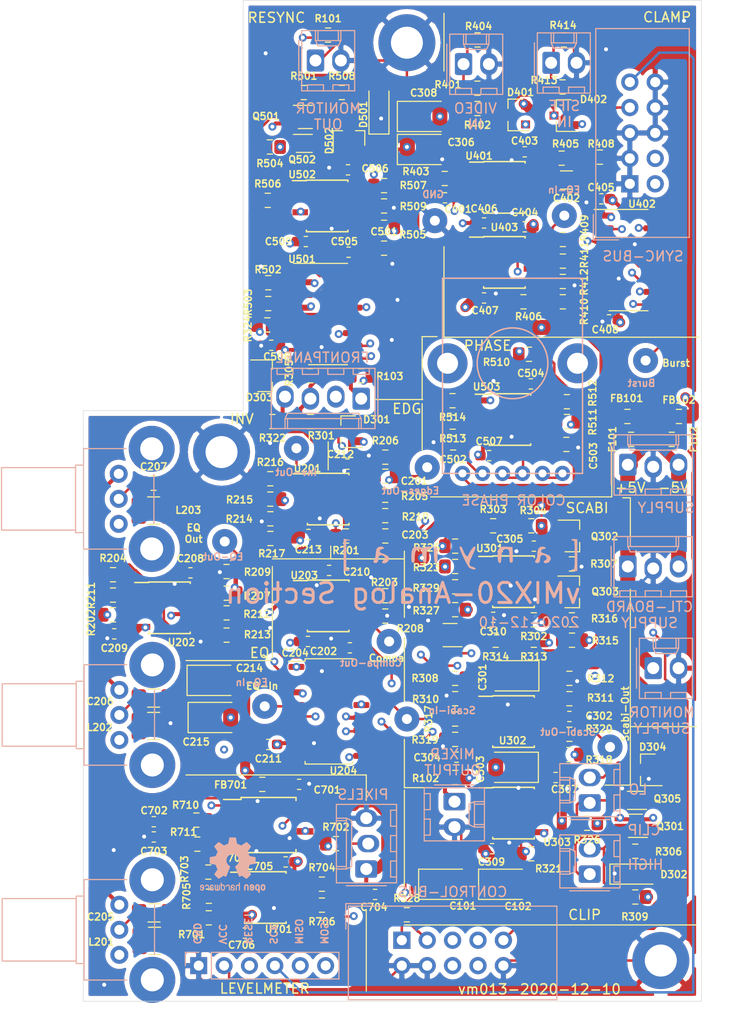
<source format=kicad_pcb>
(kicad_pcb (version 20171130) (host pcbnew "(5.1.5-0-10_14)")
  (layers (0 F.Cu signal) (1 In1.Cu signal) (2 In2.Cu signal) (31 B.Cu signal) (34 B.Paste user) (35 F.Paste user) (36 B.SilkS user) (37 F.SilkS user) (38 B.Mask user) (39 F.Mask user) (44 Edge.Cuts user))
  (net 0 "")
  (net 1 +5V)
  (net 2 GND)
  (net 3 -5V)
  (net 4 "Net-(C201-Pad1)")
  (net 5 "Net-(C203-Pad2)")
  (net 6 "Net-(C205-Pad2)")
  (net 7 "Net-(C205-Pad1)")
  (net 8 "Net-(C206-Pad2)")
  (net 9 "Net-(C206-Pad1)")
  (net 10 "Net-(C207-Pad2)")
  (net 11 "Net-(C207-Pad1)")
  (net 12 "Net-(C401-Pad2)")
  (net 13 "Net-(C401-Pad1)")
  (net 14 "Net-(C402-Pad2)")
  (net 15 "Net-(C501-Pad1)")
  (net 16 "Net-(C502-Pad1)")
  (net 17 "Net-(C503-Pad1)")
  (net 18 VCC)
  (net 19 "Net-(C702-Pad1)")
  (net 20 "Net-(C703-Pad1)")
  (net 21 "Net-(D301-Pad3)")
  (net 22 "Net-(D302-Pad2)")
  (net 23 "Net-(D303-Pad3)")
  (net 24 "Net-(D304-Pad1)")
  (net 25 "Net-(D401-Pad3)")
  (net 26 "Net-(D402-Pad3)")
  (net 27 "Net-(D501-Pad2)")
  (net 28 "Net-(D502-Pad1)")
  (net 29 /supply+)
  (net 30 /supply-)
  (net 31 /Input-Clamp/INPUT-Composite)
  (net 32 "Net-(J104-Pad1)")
  (net 33 /Input-Clamp/INPUT-Siff)
  (net 34 scale_cv)
  (net 35 compa_cv)
  (net 36 edges_bypass)
  (net 37 compa_bypass)
  (net 38 inverter_bypass)
  (net 39 bias_cv)
  (net 40 "Net-(J108-Pad1)")
  (net 41 hsync)
  (net 42 porch)
  (net 43 genlock)
  (net 44 vsync)
  (net 45 "Net-(J111-Pad1)")
  (net 46 COMPA-OUT)
  (net 47 BIAS-IN)
  (net 48 SCALE-IN)
  (net 49 /EQ/eq_in)
  (net 50 /EQ/eq_out)
  (net 51 /EQ/edges_out)
  (net 52 /EQ/inverter_out)
  (net 53 /Scabi/Clip/scabi-out)
  (net 54 "Net-(J701-Pad2)")
  (net 55 "Net-(Q301-Pad2)")
  (net 56 "Net-(Q301-Pad4)")
  (net 57 "Net-(Q301-Pad5)")
  (net 58 "Net-(Q302-PadB)")
  (net 59 "Net-(Q302-PadE)")
  (net 60 "Net-(Q302-PadC)")
  (net 61 "Net-(Q303-PadB)")
  (net 62 "Net-(Q303-PadE)")
  (net 63 "Net-(Q304-Pad2)")
  (net 64 "Net-(Q304-Pad4)")
  (net 65 "Net-(Q304-Pad6)")
  (net 66 "Net-(Q305-Pad2)")
  (net 67 "Net-(Q501-Pad2)")
  (net 68 /Resyncer/clipper_out)
  (net 69 /Resyncer/OUTPUT)
  (net 70 "Net-(R202-Pad1)")
  (net 71 "Net-(R204-Pad2)")
  (net 72 "Net-(R204-Pad1)")
  (net 73 "Net-(R205-Pad2)")
  (net 74 "Net-(R207-Pad2)")
  (net 75 "Net-(R211-Pad2)")
  (net 76 "Net-(R212-Pad2)")
  (net 77 "Net-(R214-Pad2)")
  (net 78 /EQ/inverter_in)
  (net 79 "Net-(R215-Pad1)")
  (net 80 "Net-(R302-Pad2)")
  (net 81 "Net-(R310-Pad2)")
  (net 82 "Net-(R311-Pad2)")
  (net 83 "Net-(R311-Pad1)")
  (net 84 "Net-(R317-Pad2)")
  (net 85 "Net-(R318-Pad1)")
  (net 86 "Net-(R321-Pad2)")
  (net 87 "Net-(R323-Pad2)")
  (net 88 "Net-(R402-Pad2)")
  (net 89 "Net-(R403-Pad2)")
  (net 90 "Net-(R405-Pad2)")
  (net 91 "Net-(R406-Pad2)")
  (net 92 /Input-Clamp/clamped)
  (net 93 dry)
  (net 94 "Net-(R410-Pad1)")
  (net 95 "Net-(R411-Pad1)")
  (net 96 /Resyncer/synctip)
  (net 97 "Net-(R505-Pad2)")
  (net 98 "Net-(R506-Pad2)")
  (net 99 "Net-(R507-Pad2)")
  (net 100 "Net-(R510-Pad2)")
  (net 101 colorburst)
  (net 102 "Net-(R511-Pad1)")
  (net 103 "Net-(R512-Pad1)")
  (net 104 "Net-(R513-Pad1)")
  (net 105 "Net-(R701-Pad1)")
  (net 106 /Levelmeter/mosi)
  (net 107 "Net-(R703-Pad2)")
  (net 108 "Net-(R704-Pad2)")
  (net 109 "Net-(R704-Pad1)")
  (net 110 "Net-(U203-Pad5)")
  (net 111 /Levelmeter/miso)
  (net 112 /Levelmeter/reset)
  (net 113 /prefader-out)
  (net 114 "Net-(F101-Pad1)")
  (net 115 "Net-(F102-Pad1)")
  (net 116 "Net-(U501-Pad15)")
  (net 117 dry~wet~)
  (net 118 delayed_burst)
  (net 119 preview_burst)
  (net 120 "Net-(U501-Pad1)")
  (net 121 /clamp_to_eq)
  (net 122 /eq_to_scabi)
  (net 123 "Net-(R710-Pad2)")
  (net 124 "Net-(R711-Pad2)")
  (module synkie_footprints:R_0805_2012Metric_Pad1.15x1.40mm_HandSolder (layer F.Cu) (at 50.71746 161.54526)
    (fp_text reference R711 (at -1.375 -1.2) (layer F.SilkS) (effects (font (size 0.7 0.7))))
    (fp_text value 75)
    (pad 2 smd roundrect (at 1.025 0) (size 1.15 1.4) (layers F.Cu F.Paste F.Mask) (roundrect_rratio 0.217391) (net 124 "Net-(R711-Pad2)"))
    (pad 1 smd roundrect (at -1.025 0) (size 1.15 1.4) (layers F.Cu F.Paste F.Mask) (roundrect_rratio 0.217391) (net 20 "Net-(C703-Pad1)"))
  )
  (module synkie_footprints:R_0805_2012Metric_Pad1.15x1.40mm_HandSolder (layer F.Cu) (at 50.61746 159.14526)
    (fp_text reference R710 (at -1.075 -1.5) (layer F.SilkS) (effects (font (size 0.7 0.7))))
    (fp_text value 75)
    (pad 2 smd roundrect (at 1.025 0) (size 1.15 1.4) (layers F.Cu F.Paste F.Mask) (roundrect_rratio 0.217391) (net 123 "Net-(R710-Pad2)"))
    (pad 1 smd roundrect (at -1.025 0) (size 1.15 1.4) (layers F.Cu F.Paste F.Mask) (roundrect_rratio 0.217391) (net 19 "Net-(C702-Pad1)"))
  )
  (module synkie_footprints:Solderpad_1mm (layer F.Cu) (at 87.9348 99.0092)
    (fp_text reference J201 hide)
    (fp_text value EDGES_IN)
    (pad 1 thru_hole circle (at -0.508 -0.254) (size 2.5 2.5) (drill 1) (layers *.Cu *.Mask) (net 121 /clamp_to_eq))
  )
  (module synkie_footprints:Solderpad_1mm (layer F.Cu) (at 57.9628 148.0312)
    (fp_text reference J202 hide)
    (fp_text value EQ_IN)
    (pad 1 thru_hole circle (at -0.508 -0.254) (size 2.5 2.5) (drill 1) (layers *.Cu *.Mask) (net 49 /EQ/eq_in))
  )
  (module synkie_footprints:Solderpad_1mm (layer F.Cu) (at 53.9623 131.56946)
    (fp_text reference J203 hide)
    (fp_text value EQ_OUT)
    (pad 1 thru_hole circle (at -0.508 -0.254) (size 2.5 2.5) (drill 1) (layers *.Cu *.Mask) (net 50 /EQ/eq_out))
  )
  (module synkie_footprints:Solderpad_1mm (layer F.Cu) (at 74.2188 124.1552)
    (fp_text reference J204 hide)
    (fp_text value EDGES_OUT)
    (pad 1 thru_hole circle (at -0.508 -0.254) (size 2.5 2.5) (drill 1) (layers *.Cu *.Mask) (net 51 /EQ/edges_out))
  )
  (module synkie_footprints:Solderpad_1mm (layer F.Cu) (at 70.4088 141.5542)
    (fp_text reference J205 hide)
    (fp_text value COMPA-DROP)
    (pad 1 thru_hole circle (at -0.508 -0.254) (size 2.5 2.5) (drill 1) (layers *.Cu *.Mask) (net 46 COMPA-OUT))
  )
  (module synkie_footprints:Solderpad_1mm (layer F.Cu) (at 61.1378 122.2502)
    (fp_text reference J206 hide)
    (fp_text value INVERTER-DROP)
    (pad 1 thru_hole circle (at -0.508 -0.254) (size 2.5 2.5) (drill 1) (layers *.Cu *.Mask) (net 52 /EQ/inverter_out))
  )
  (module synkie_footprints:Solderpad_1mm (layer F.Cu) (at 92.5068 152.0952)
    (fp_text reference J301 hide)
    (fp_text value SCABI_OUT)
    (pad 1 thru_hole circle (at -0.508 -0.254) (size 2.5 2.5) (drill 1) (layers *.Cu *.Mask) (net 53 /Scabi/Clip/scabi-out))
  )
  (module synkie_footprints:Solderpad_1mm (layer F.Cu) (at 72.1868 149.3012)
    (fp_text reference J302 hide)
    (fp_text value SCABI_IN)
    (pad 1 thru_hole circle (at -0.508 -0.254) (size 2.5 2.5) (drill 1) (layers *.Cu *.Mask) (net 122 /eq_to_scabi))
  )
  (module Package_TO_SOT_SMD:SOT-23 (layer F.Cu) (at 87.392 88.7628 180)
    (fp_text reference D402 (at -2.9568 1.6216) (layer F.SilkS) (effects (font (size 0.7 0.7))))
    (fp_text value BAT54S)
    (pad 3 smd rect (at 1 0 180) (size 0.9 0.8) (layers F.Cu F.Paste F.Mask) (net 26 "Net-(D402-Pad3)"))
    (pad 2 smd rect (at -1 0.95 180) (size 0.9 0.8) (layers F.Cu F.Paste F.Mask) (net 1 +5V))
    (pad 1 smd rect (at -1 -0.95 180) (size 0.9 0.8) (layers F.Cu F.Paste F.Mask) (net 3 -5V))
  )
  (module synkie_footprints:L_0805_2012Metric_Pad1.15x1.40mm_HandSolder (layer F.Cu) (at 98.8933 118.8212)
    (fp_text reference FB102 (at 0 -1.65) (layer F.SilkS) (effects (font (size 0.7 0.7))))
    (fp_text value 330u)
    (pad 1 smd roundrect (at -1.025 0) (size 1.15 1.4) (layers F.Cu F.Paste F.Mask) (roundrect_rratio 0.217391) (net 115 "Net-(F102-Pad1)"))
    (pad 2 smd roundrect (at 1.025 0) (size 1.15 1.4) (layers F.Cu F.Paste F.Mask) (roundrect_rratio 0.217391) (net 3 -5V))
  )
  (module synkie_footprints:L_0805_2012Metric_Pad1.15x1.40mm_HandSolder (layer F.Cu) (at 93.7403 118.8212 180)
    (fp_text reference FB101 (at 0.08034 1.80594) (layer F.SilkS) (effects (font (size 0.7 0.7))))
    (fp_text value 330u)
    (pad 1 smd roundrect (at -1.025 0 180) (size 1.15 1.4) (layers F.Cu F.Paste F.Mask) (roundrect_rratio 0.217391) (net 114 "Net-(F101-Pad1)"))
    (pad 2 smd roundrect (at 1.025 0 180) (size 1.15 1.4) (layers F.Cu F.Paste F.Mask) (roundrect_rratio 0.217391) (net 1 +5V))
  )
  (module synkie_footprints:C_0805_2012Metric_Pad1.15x1.40mm_HandSolder (layer F.Cu) (at 69.3928 102.0064)
    (fp_text reference C501 (at 0 -1.65) (layer F.SilkS) (effects (font (size 0.7 0.7))))
    (fp_text value 120p)
    (pad 2 smd roundrect (at 1.025 0) (size 1.15 1.4) (layers F.Cu F.Paste F.Mask) (roundrect_rratio 0.217391) (net 2 GND))
    (pad 1 smd roundrect (at -1.025 0) (size 1.15 1.4) (layers F.Cu F.Paste F.Mask) (roundrect_rratio 0.217391) (net 15 "Net-(C501-Pad1)"))
  )
  (module synkie_footprints:C_0805_2012Metric_Pad1.15x1.40mm_HandSolder (layer F.Cu) (at 46.3423 125.4887)
    (fp_text reference C207 (at 0 -1.65) (layer F.SilkS) (effects (font (size 0.7 0.7))))
    (fp_text value 100p)
    (pad 2 smd roundrect (at 1.025 0) (size 1.15 1.4) (layers F.Cu F.Paste F.Mask) (roundrect_rratio 0.217391) (net 10 "Net-(C207-Pad2)"))
    (pad 1 smd roundrect (at -1.025 0) (size 1.15 1.4) (layers F.Cu F.Paste F.Mask) (roundrect_rratio 0.217391) (net 11 "Net-(C207-Pad1)"))
  )
  (module synkie_footprints:R_0805_2012Metric_Pad1.15x1.40mm_HandSolder (layer F.Cu) (at 71.6698 168.6052)
    (fp_text reference R328 (at 0 -1.65) (layer F.SilkS) (effects (font (size 0.7 0.7))))
    (fp_text value 100k)
    (pad 2 smd roundrect (at 1.025 0) (size 1.15 1.4) (layers F.Cu F.Paste F.Mask) (roundrect_rratio 0.217391) (net 87 "Net-(R323-Pad2)"))
    (pad 1 smd roundrect (at -1.025 0) (size 1.15 1.4) (layers F.Cu F.Paste F.Mask) (roundrect_rratio 0.217391) (net 34 scale_cv))
  )
  (module Fuse:Fuse_0805_2012Metric (layer F.Cu) (at 98.1733 121.1072 180)
    (fp_text reference F102 (at -2.2075 0 90) (layer F.SilkS) (effects (font (size 0.7 0.7))))
    (fp_text value Polyfuse)
    (pad 2 smd roundrect (at 0.9375 0 180) (size 0.975 1.4) (layers F.Cu F.Paste F.Mask) (net 30 /supply-))
    (pad 1 smd roundrect (at -0.9375 0 180) (size 0.975 1.4) (layers F.Cu F.Paste F.Mask) (net 115 "Net-(F102-Pad1)"))
  )
  (module Fuse:Fuse_0805_2012Metric (layer F.Cu) (at 94.1093 121.1072)
    (fp_text reference F101 (at -1.8565 0 90) (layer F.SilkS) (effects (font (size 0.7 0.7))))
    (fp_text value Polyfuse)
    (pad 2 smd roundrect (at 0.9375 0) (size 0.975 1.4) (layers F.Cu F.Paste F.Mask) (net 29 /supply+))
    (pad 1 smd roundrect (at -0.9375 0) (size 0.975 1.4) (layers F.Cu F.Paste F.Mask) (net 114 "Net-(F101-Pad1)"))
  )
  (module synkie_footprints:SOT-23_BEC (layer F.Cu) (at 88.2048 130.7592)
    (fp_text reference Q302 (at 3.244 0.052) (layer F.SilkS) (effects (font (size 0.7 0.7))))
    (fp_text value PNP)
    (pad B smd rect (at -1 -0.95) (size 0.9 0.8) (layers F.Cu F.Paste F.Mask) (net 58 "Net-(Q302-PadB)"))
    (pad E smd rect (at -1 0.95) (size 0.9 0.8) (layers F.Cu F.Paste F.Mask) (net 59 "Net-(Q302-PadE)"))
    (pad C smd rect (at 1 0) (size 0.9 0.8) (layers F.Cu F.Paste F.Mask) (net 60 "Net-(Q302-PadC)"))
  )
  (module synkie_footprints:R_0805_2012Metric_Pad1.15x1.40mm_HandSolder (layer F.Cu) (at 57.9718 91.8972 180)
    (fp_text reference R504 (at 0 -1.65) (layer F.SilkS) (effects (font (size 0.7 0.7))))
    (fp_text value 5k6)
    (pad 2 smd roundrect (at 1.025 0 180) (size 1.15 1.4) (layers F.Cu F.Paste F.Mask) (roundrect_rratio 0.217391) (net 67 "Net-(Q501-Pad2)"))
    (pad 1 smd roundrect (at -1.025 0 180) (size 1.15 1.4) (layers F.Cu F.Paste F.Mask) (roundrect_rratio 0.217391) (net 3 -5V))
  )
  (module Diode_SMD:D_SOT-23_ANK (layer F.Cu) (at 65.8876 91.0336 90)
    (fp_text reference D502 (at -0.2376 -1.9888 90) (layer F.SilkS) (effects (font (size 0.7 0.7))))
    (fp_text value BAT54)
    (pad 1 smd rect (at 1 0 90) (size 0.9 0.8) (layers F.Cu F.Paste F.Mask) (net 28 "Net-(D502-Pad1)"))
    (pad "" smd rect (at -1 0.95 90) (size 0.9 0.8) (layers F.Cu F.Paste F.Mask))
    (pad 2 smd rect (at -1 -0.95 90) (size 0.9 0.8) (layers F.Cu F.Paste F.Mask) (net 2 GND))
  )
  (module synkie_footprints:Molex_KK-254_AE-6410-02A_1x02_P2.54mm_Vertical (layer B.Cu) (at 89.9668 157.4292 90)
    (fp_text reference SW302 hide)
    (fp_text value LOW_CLIP)
    (pad 2 thru_hole oval (at 2.54 0 90) (size 1.74 2.2) (drill 1.2) (layers *.Cu *.Mask) (net 66 "Net-(Q305-Pad2)"))
    (pad 1 thru_hole roundrect (at 0 0 90) (size 1.74 2.2) (drill 1.2) (layers *.Cu *.Mask) (roundrect_rratio 0.143678) (net 24 "Net-(D304-Pad1)"))
  )
  (module synkie_footprints:Molex_KK-254_AE-6410-02A_1x02_P2.54mm_Vertical (layer B.Cu) (at 89.9668 164.5412 90)
    (fp_text reference SW301 hide)
    (fp_text value HIGH_CLIP)
    (pad 1 thru_hole roundrect (at 0 0 90) (size 1.74 2.2) (drill 1.2) (layers *.Cu *.Mask) (roundrect_rratio 0.143678) (net 57 "Net-(Q301-Pad5)"))
    (pad 2 thru_hole oval (at 2.54 0 90) (size 1.74 2.2) (drill 1.2) (layers *.Cu *.Mask) (net 55 "Net-(Q301-Pad2)"))
  )
  (module synkie_footprints:PinHeader_1x06_P2.54mm_Vertical (layer B.Cu) (at 50.8508 173.6852 270)
    (fp_text reference U703 hide)
    (fp_text value AnymaISP)
    (pad 6 thru_hole oval (at 0 -12.7 270) (size 1.7 1.7) (drill 1) (layers *.Cu *.Mask) (net 106 /Levelmeter/mosi))
    (pad 5 thru_hole oval (at 0 -10.16 270) (size 1.7 1.7) (drill 1) (layers *.Cu *.Mask) (net 111 /Levelmeter/miso))
    (pad 4 thru_hole oval (at 0 -7.62 270) (size 1.7 1.7) (drill 1) (layers *.Cu *.Mask) (net 44 vsync))
    (pad 3 thru_hole oval (at 0 -5.08 270) (size 1.7 1.7) (drill 1) (layers *.Cu *.Mask) (net 112 /Levelmeter/reset))
    (pad 2 thru_hole oval (at 0 -2.54 270) (size 1.7 1.7) (drill 1) (layers *.Cu *.Mask) (net 18 VCC))
    (pad 1 thru_hole rect (at 0 0 270) (size 1.7 1.7) (drill 1) (layers *.Cu *.Mask) (net 2 GND))
  )
  (module Package_SO:SOIJ-8_5.3x5.3mm_P1.27mm (layer F.Cu) (at 57.8358 159.639)
    (fp_text reference U702 (at -3.48742 3.29184) (layer F.SilkS) (effects (font (size 0.7 0.7))))
    (fp_text value ATtiny85-20SU)
    (pad 8 smd rect (at 3.65 -1.905) (size 1.7 0.65) (layers F.Cu F.Paste F.Mask) (net 18 VCC))
    (pad 7 smd rect (at 3.65 -0.635) (size 1.7 0.65) (layers F.Cu F.Paste F.Mask) (net 44 vsync))
    (pad 6 smd rect (at 3.65 0.635) (size 1.7 0.65) (layers F.Cu F.Paste F.Mask) (net 111 /Levelmeter/miso))
    (pad 5 smd rect (at 3.65 1.905) (size 1.7 0.65) (layers F.Cu F.Paste F.Mask) (net 106 /Levelmeter/mosi))
    (pad 4 smd rect (at -3.65 1.905) (size 1.7 0.65) (layers F.Cu F.Paste F.Mask) (net 2 GND))
    (pad 3 smd rect (at -3.65 0.635) (size 1.7 0.65) (layers F.Cu F.Paste F.Mask) (net 124 "Net-(R711-Pad2)"))
    (pad 2 smd rect (at -3.65 -0.635) (size 1.7 0.65) (layers F.Cu F.Paste F.Mask) (net 123 "Net-(R710-Pad2)"))
    (pad 1 smd rect (at -3.65 -1.905) (size 1.7 0.65) (layers F.Cu F.Paste F.Mask) (net 112 /Levelmeter/reset))
  )
  (module synkie_footprints:SOIC-8_3.9x4.9mm_P1.27mm (layer F.Cu) (at 57.5183 166.878)
    (fp_text reference U701 (at 1.3335 3.16484) (layer F.SilkS) (effects (font (size 0.7 0.7))))
    (fp_text value Opamp_Dual_Generic)
    (pad 8 smd rect (at 2.7 -1.905) (size 1.55 0.6) (layers F.Cu F.Paste F.Mask) (net 1 +5V))
    (pad 7 smd rect (at 2.7 -0.635) (size 1.55 0.6) (layers F.Cu F.Paste F.Mask) (net 108 "Net-(R704-Pad2)"))
    (pad 6 smd rect (at 2.7 0.635) (size 1.55 0.6) (layers F.Cu F.Paste F.Mask) (net 108 "Net-(R704-Pad2)"))
    (pad 5 smd rect (at 2.7 1.905) (size 1.55 0.6) (layers F.Cu F.Paste F.Mask) (net 113 /prefader-out))
    (pad 4 smd rect (at -2.7 1.905) (size 1.55 0.6) (layers F.Cu F.Paste F.Mask) (net 3 -5V))
    (pad 3 smd rect (at -2.7 0.635) (size 1.55 0.6) (layers F.Cu F.Paste F.Mask) (net 105 "Net-(R701-Pad1)"))
    (pad 2 smd rect (at -2.7 -0.635) (size 1.55 0.6) (layers F.Cu F.Paste F.Mask) (net 109 "Net-(R704-Pad1)"))
    (pad 1 smd rect (at -2.7 -1.905) (size 1.55 0.6) (layers F.Cu F.Paste F.Mask) (net 107 "Net-(R703-Pad2)"))
  )
  (module Symbol:OSHW-Logo2_7.3x6mm_SilkScreen (layer B.Cu) (at 54.2488 163.6412 180)
    (fp_text reference U602 hide)
    (fp_text value LOGO hide)
  )
  (module anyma_footprints:logo_anyma (layer B.Cu) (at 76.9488 132.7412 180)
    (fp_text reference U601 hide)
    (fp_text value LOGO hide)
  )
  (module synkie_footprints:SOIC-8_3.9x4.9mm_P1.27mm (layer F.Cu) (at 81.9912 119.126)
    (fp_text reference U503 (at -2.3324 -3.2748) (layer F.SilkS) (effects (font (size 0.7 0.7))))
    (fp_text value LMH6643)
    (pad 8 smd rect (at 2.7 -1.905) (size 1.55 0.6) (layers F.Cu F.Paste F.Mask) (net 1 +5V))
    (pad 7 smd rect (at 2.7 -0.635) (size 1.55 0.6) (layers F.Cu F.Paste F.Mask) (net 103 "Net-(R512-Pad1)"))
    (pad 6 smd rect (at 2.7 0.635) (size 1.55 0.6) (layers F.Cu F.Paste F.Mask) (net 102 "Net-(R511-Pad1)"))
    (pad 5 smd rect (at 2.7 1.905) (size 1.55 0.6) (layers F.Cu F.Paste F.Mask) (net 17 "Net-(C503-Pad1)"))
    (pad 4 smd rect (at -2.7 1.905) (size 1.55 0.6) (layers F.Cu F.Paste F.Mask) (net 3 -5V))
    (pad 3 smd rect (at -2.7 0.635) (size 1.55 0.6) (layers F.Cu F.Paste F.Mask) (net 16 "Net-(C502-Pad1)"))
    (pad 2 smd rect (at -2.7 -0.635) (size 1.55 0.6) (layers F.Cu F.Paste F.Mask) (net 104 "Net-(R513-Pad1)"))
    (pad 1 smd rect (at -2.7 -1.905) (size 1.55 0.6) (layers F.Cu F.Paste F.Mask) (net 118 delayed_burst))
  )
  (module synkie_footprints:SOIC-8_3.9x4.9mm_P1.27mm (layer F.Cu) (at 63.7032 97.79)
    (fp_text reference U502 (at -2.5044 -3.1388) (layer F.SilkS) (effects (font (size 0.7 0.7))))
    (fp_text value LMH6643)
    (pad 8 smd rect (at 2.7 -1.905) (size 1.55 0.6) (layers F.Cu F.Paste F.Mask) (net 1 +5V))
    (pad 7 smd rect (at 2.7 -0.635) (size 1.55 0.6) (layers F.Cu F.Paste F.Mask) (net 69 /Resyncer/OUTPUT))
    (pad 6 smd rect (at 2.7 0.635) (size 1.55 0.6) (layers F.Cu F.Paste F.Mask) (net 99 "Net-(R507-Pad2)"))
    (pad 5 smd rect (at 2.7 1.905) (size 1.55 0.6) (layers F.Cu F.Paste F.Mask) (net 15 "Net-(C501-Pad1)"))
    (pad 4 smd rect (at -2.7 1.905) (size 1.55 0.6) (layers F.Cu F.Paste F.Mask) (net 3 -5V))
    (pad 3 smd rect (at -2.7 0.635) (size 1.55 0.6) (layers F.Cu F.Paste F.Mask) (net 113 /prefader-out))
    (pad 2 smd rect (at -2.7 -0.635) (size 1.55 0.6) (layers F.Cu F.Paste F.Mask) (net 98 "Net-(R506-Pad2)"))
    (pad 1 smd rect (at -2.7 -1.905) (size 1.55 0.6) (layers F.Cu F.Paste F.Mask) (net 98 "Net-(R506-Pad2)"))
  )
  (module Package_SO:SOIC-16_3.9x9.9mm_P1.27mm (layer F.Cu) (at 63.788 108.5888)
    (fp_text reference U501 (at -2.5992 -5.4876) (layer F.SilkS) (effects (font (size 0.7 0.7))))
    (fp_text value 4053)
    (pad 16 smd roundrect (at 2.475 -4.445) (size 1.95 0.6) (layers F.Cu F.Paste F.Mask) (net 1 +5V))
    (pad 15 smd roundrect (at 2.475 -3.175) (size 1.95 0.6) (layers F.Cu F.Paste F.Mask) (net 116 "Net-(U501-Pad15)"))
    (pad 14 smd roundrect (at 2.475 -1.905) (size 1.95 0.6) (layers F.Cu F.Paste F.Mask) (net 120 "Net-(U501-Pad1)"))
    (pad 13 smd roundrect (at 2.475 -0.635) (size 1.95 0.6) (layers F.Cu F.Paste F.Mask) (net 93 dry))
    (pad 12 smd roundrect (at 2.475 0.635) (size 1.95 0.6) (layers F.Cu F.Paste F.Mask) (net 68 /Resyncer/clipper_out))
    (pad 11 smd roundrect (at 2.475 1.905) (size 1.95 0.6) (layers F.Cu F.Paste F.Mask) (net 117 dry~wet~))
    (pad 10 smd roundrect (at 2.475 3.175) (size 1.95 0.6) (layers F.Cu F.Paste F.Mask) (net 42 porch))
    (pad 9 smd roundrect (at 2.475 4.445) (size 1.95 0.6) (layers F.Cu F.Paste F.Mask) (net 41 hsync))
    (pad 8 smd roundrect (at -2.475 4.445) (size 1.95 0.6) (layers F.Cu F.Paste F.Mask) (net 2 GND))
    (pad 7 smd roundrect (at -2.475 3.175) (size 1.95 0.6) (layers F.Cu F.Paste F.Mask) (net 3 -5V))
    (pad 6 smd roundrect (at -2.475 1.905) (size 1.95 0.6) (layers F.Cu F.Paste F.Mask) (net 2 GND))
    (pad 5 smd roundrect (at -2.475 0.635) (size 1.95 0.6) (layers F.Cu F.Paste F.Mask) (net 96 /Resyncer/synctip))
    (pad 4 smd roundrect (at -2.475 -0.635) (size 1.95 0.6) (layers F.Cu F.Paste F.Mask) (net 97 "Net-(R505-Pad2)"))
    (pad 3 smd roundrect (at -2.475 -1.905) (size 1.95 0.6) (layers F.Cu F.Paste F.Mask) (net 116 "Net-(U501-Pad15)"))
    (pad 2 smd roundrect (at -2.475 -3.175) (size 1.95 0.6) (layers F.Cu F.Paste F.Mask) (net 119 preview_burst))
    (pad 1 smd roundrect (at -2.475 -4.445) (size 1.95 0.6) (layers F.Cu F.Paste F.Mask) (net 120 "Net-(U501-Pad1)"))
  )
  (module synkie_footprints:SOIC-8_3.9x4.9mm_P1.27mm (layer F.Cu) (at 81.4324 103.4288)
    (fp_text reference U403 (at 0 -3.5) (layer F.SilkS) (effects (font (size 0.7 0.7))))
    (fp_text value LMH6643)
    (pad 8 smd rect (at 2.7 -1.905) (size 1.55 0.6) (layers F.Cu F.Paste F.Mask) (net 1 +5V))
    (pad 7 smd rect (at 2.7 -0.635) (size 1.55 0.6) (layers F.Cu F.Paste F.Mask) (net 93 dry))
    (pad 6 smd rect (at 2.7 0.635) (size 1.55 0.6) (layers F.Cu F.Paste F.Mask) (net 95 "Net-(R411-Pad1)"))
    (pad 5 smd rect (at 2.7 1.905) (size 1.55 0.6) (layers F.Cu F.Paste F.Mask) (net 91 "Net-(R406-Pad2)"))
    (pad 4 smd rect (at -2.7 1.905) (size 1.55 0.6) (layers F.Cu F.Paste F.Mask) (net 3 -5V))
    (pad 3 smd rect (at -2.7 0.635) (size 1.55 0.6) (layers F.Cu F.Paste F.Mask) (net 26 "Net-(D402-Pad3)"))
    (pad 2 smd rect (at -2.7 -0.635) (size 1.55 0.6) (layers F.Cu F.Paste F.Mask) (net 94 "Net-(R410-Pad1)"))
    (pad 1 smd rect (at -2.7 -1.905) (size 1.55 0.6) (layers F.Cu F.Paste F.Mask) (net 94 "Net-(R410-Pad1)"))
  )
  (module Package_SO:SOIC-16_3.9x9.9mm_P1.27mm (layer F.Cu) (at 93.853 103.2002)
    (fp_text reference U402 (at 1.3458 -5.609) (layer F.SilkS) (effects (font (size 0.7 0.7))))
    (fp_text value 4053)
    (pad 16 smd roundrect (at 2.475 -4.445) (size 1.95 0.6) (layers F.Cu F.Paste F.Mask) (net 1 +5V))
    (pad 15 smd roundrect (at 2.475 -3.175) (size 1.95 0.6) (layers F.Cu F.Paste F.Mask) (net 119 preview_burst))
    (pad 14 smd roundrect (at 2.475 -1.905) (size 1.95 0.6) (layers F.Cu F.Paste F.Mask) (net 2 GND))
    (pad 13 smd roundrect (at 2.475 -0.635) (size 1.95 0.6) (layers F.Cu F.Paste F.Mask) (net 2 GND))
    (pad 12 smd roundrect (at 2.475 0.635) (size 1.95 0.6) (layers F.Cu F.Paste F.Mask) (net 13 "Net-(C401-Pad1)"))
    (pad 11 smd roundrect (at 2.475 1.905) (size 1.95 0.6) (layers F.Cu F.Paste F.Mask) (net 42 porch))
    (pad 10 smd roundrect (at 2.475 3.175) (size 1.95 0.6) (layers F.Cu F.Paste F.Mask) (net 117 dry~wet~))
    (pad 9 smd roundrect (at 2.475 4.445) (size 1.95 0.6) (layers F.Cu F.Paste F.Mask) (net 41 hsync))
    (pad 8 smd roundrect (at -2.475 4.445) (size 1.95 0.6) (layers F.Cu F.Paste F.Mask) (net 2 GND))
    (pad 7 smd roundrect (at -2.475 3.175) (size 1.95 0.6) (layers F.Cu F.Paste F.Mask) (net 3 -5V))
    (pad 6 smd roundrect (at -2.475 1.905) (size 1.95 0.6) (layers F.Cu F.Paste F.Mask) (net 2 GND))
    (pad 5 smd roundrect (at -2.475 0.635) (size 1.95 0.6) (layers F.Cu F.Paste F.Mask) (net 2 GND))
    (pad 4 smd roundrect (at -2.475 -0.635) (size 1.95 0.6) (layers F.Cu F.Paste F.Mask) (net 92 /Input-Clamp/clamped))
    (pad 3 smd roundrect (at -2.475 -1.905) (size 1.95 0.6) (layers F.Cu F.Paste F.Mask) (net 13 "Net-(C401-Pad1)"))
    (pad 2 smd roundrect (at -2.475 -3.175) (size 1.95 0.6) (layers F.Cu F.Paste F.Mask) (net 118 delayed_burst))
    (pad 1 smd roundrect (at -2.475 -4.445) (size 1.95 0.6) (layers F.Cu F.Paste F.Mask) (net 101 colorburst))
  )
  (module synkie_footprints:SOIC-8_3.9x4.9mm_P1.27mm (layer F.Cu) (at 81.4324 95.9358)
    (fp_text reference U401 (at -2.5336 -3.1446) (layer F.SilkS) (effects (font (size 0.7 0.7))))
    (fp_text value LMH6643)
    (pad 8 smd rect (at 2.7 -1.905) (size 1.55 0.6) (layers F.Cu F.Paste F.Mask) (net 1 +5V))
    (pad 7 smd rect (at 2.7 -0.635) (size 1.55 0.6) (layers F.Cu F.Paste F.Mask) (net 14 "Net-(C402-Pad2)"))
    (pad 6 smd rect (at 2.7 0.635) (size 1.55 0.6) (layers F.Cu F.Paste F.Mask) (net 14 "Net-(C402-Pad2)"))
    (pad 5 smd rect (at 2.7 1.905) (size 1.55 0.6) (layers F.Cu F.Paste F.Mask) (net 90 "Net-(R405-Pad2)"))
    (pad 4 smd rect (at -2.7 1.905) (size 1.55 0.6) (layers F.Cu F.Paste F.Mask) (net 3 -5V))
    (pad 3 smd rect (at -2.7 0.635) (size 1.55 0.6) (layers F.Cu F.Paste F.Mask) (net 88 "Net-(R402-Pad2)"))
    (pad 2 smd rect (at -2.7 -0.635) (size 1.55 0.6) (layers F.Cu F.Paste F.Mask) (net 89 "Net-(R403-Pad2)"))
    (pad 1 smd rect (at -2.7 -1.905) (size 1.55 0.6) (layers F.Cu F.Paste F.Mask) (net 89 "Net-(R403-Pad2)"))
  )
  (module synkie_footprints:SOIC-8_3.9x4.9mm_P1.27mm (layer F.Cu) (at 82.3468 158.4452)
    (fp_text reference U303 (at 4.362 2.906) (layer F.SilkS) (effects (font (size 0.7 0.7))))
    (fp_text value LMH6643)
    (pad 8 smd rect (at 2.7 -1.905) (size 1.55 0.6) (layers F.Cu F.Paste F.Mask) (net 1 +5V))
    (pad 7 smd rect (at 2.7 -0.635) (size 1.55 0.6) (layers F.Cu F.Paste F.Mask) (net 86 "Net-(R321-Pad2)"))
    (pad 6 smd rect (at 2.7 0.635) (size 1.55 0.6) (layers F.Cu F.Paste F.Mask) (net 86 "Net-(R321-Pad2)"))
    (pad 5 smd rect (at 2.7 1.905) (size 1.55 0.6) (layers F.Cu F.Paste F.Mask) (net 53 /Scabi/Clip/scabi-out))
    (pad 4 smd rect (at -2.7 1.905) (size 1.55 0.6) (layers F.Cu F.Paste F.Mask) (net 3 -5V))
    (pad 3 smd rect (at -2.7 0.635) (size 1.55 0.6) (layers F.Cu F.Paste F.Mask) (net 56 "Net-(Q301-Pad4)"))
    (pad 2 smd rect (at -2.7 -0.635) (size 1.55 0.6) (layers F.Cu F.Paste F.Mask) (net 113 /prefader-out))
    (pad 1 smd rect (at -2.7 -1.905) (size 1.55 0.6) (layers F.Cu F.Paste F.Mask) (net 113 /prefader-out))
  )
  (module synkie_footprints:SOIC-8_3.9x4.9mm_P1.27mm (layer F.Cu) (at 82.3468 149.3012)
    (fp_text reference U302 (at -0.088 1.9) (layer F.SilkS) (effects (font (size 0.7 0.7))))
    (fp_text value LT1228)
    (pad 8 smd rect (at 2.7 -1.905) (size 1.55 0.6) (layers F.Cu F.Paste F.Mask) (net 82 "Net-(R311-Pad2)"))
    (pad 7 smd rect (at 2.7 -0.635) (size 1.55 0.6) (layers F.Cu F.Paste F.Mask) (net 1 +5V))
    (pad 6 smd rect (at 2.7 0.635) (size 1.55 0.6) (layers F.Cu F.Paste F.Mask) (net 83 "Net-(R311-Pad1)"))
    (pad 5 smd rect (at 2.7 1.905) (size 1.55 0.6) (layers F.Cu F.Paste F.Mask) (net 85 "Net-(R318-Pad1)"))
    (pad 4 smd rect (at -2.7 1.905) (size 1.55 0.6) (layers F.Cu F.Paste F.Mask) (net 3 -5V))
    (pad 3 smd rect (at -2.7 0.635) (size 1.55 0.6) (layers F.Cu F.Paste F.Mask) (net 84 "Net-(R317-Pad2)"))
    (pad 2 smd rect (at -2.7 -0.635) (size 1.55 0.6) (layers F.Cu F.Paste F.Mask) (net 81 "Net-(R310-Pad2)"))
    (pad 1 smd rect (at -2.7 -1.905) (size 1.55 0.6) (layers F.Cu F.Paste F.Mask) (net 60 "Net-(Q302-PadC)"))
  )
  (module synkie_footprints:SOIC-8_3.9x4.9mm_P1.27mm (layer F.Cu) (at 82.3468 135.3312)
    (fp_text reference U301 (at -2.368 -3.34) (layer F.SilkS) (effects (font (size 0.7 0.7))))
    (fp_text value LMH6643)
    (pad 8 smd rect (at 2.7 -1.905) (size 1.55 0.6) (layers F.Cu F.Paste F.Mask) (net 1 +5V))
    (pad 7 smd rect (at 2.7 -0.635) (size 1.55 0.6) (layers F.Cu F.Paste F.Mask) (net 58 "Net-(Q302-PadB)"))
    (pad 6 smd rect (at 2.7 0.635) (size 1.55 0.6) (layers F.Cu F.Paste F.Mask) (net 80 "Net-(R302-Pad2)"))
    (pad 5 smd rect (at 2.7 1.905) (size 1.55 0.6) (layers F.Cu F.Paste F.Mask) (net 2 GND))
    (pad 4 smd rect (at -2.7 1.905) (size 1.55 0.6) (layers F.Cu F.Paste F.Mask) (net 3 -5V))
    (pad 3 smd rect (at -2.7 0.635) (size 1.55 0.6) (layers F.Cu F.Paste F.Mask) (net 2 GND))
    (pad 2 smd rect (at -2.7 -0.635) (size 1.55 0.6) (layers F.Cu F.Paste F.Mask) (net 87 "Net-(R323-Pad2)"))
    (pad 1 smd rect (at -2.7 -1.905) (size 1.55 0.6) (layers F.Cu F.Paste F.Mask) (net 63 "Net-(Q304-Pad2)"))
  )
  (module Package_SO:SOP-16_4.55x10.3mm_P1.27mm (layer F.Cu) (at 63.8798 148.2852)
    (fp_text reference U204 (at 1.449 5.926) (layer F.SilkS) (effects (font (size 0.7 0.7))))
    (fp_text value MAX4053)
    (pad 16 smd roundrect (at 3.25 -4.445) (size 1.6 0.6) (layers F.Cu F.Paste F.Mask) (net 1 +5V))
    (pad 15 smd roundrect (at 3.25 -3.175) (size 1.6 0.6) (layers F.Cu F.Paste F.Mask) (net 122 /eq_to_scabi))
    (pad 14 smd roundrect (at 3.25 -1.905) (size 1.6 0.6) (layers F.Cu F.Paste F.Mask) (net 78 /EQ/inverter_in))
    (pad 13 smd roundrect (at 3.25 -0.635) (size 1.6 0.6) (layers F.Cu F.Paste F.Mask) (net 46 COMPA-OUT))
    (pad 12 smd roundrect (at 3.25 0.635) (size 1.6 0.6) (layers F.Cu F.Paste F.Mask) (net 50 /EQ/eq_out))
    (pad 11 smd roundrect (at 3.25 1.905) (size 1.6 0.6) (layers F.Cu F.Paste F.Mask) (net 37 compa_bypass))
    (pad 10 smd roundrect (at 3.25 3.175) (size 1.6 0.6) (layers F.Cu F.Paste F.Mask) (net 38 inverter_bypass))
    (pad 9 smd roundrect (at 3.25 4.445) (size 1.6 0.6) (layers F.Cu F.Paste F.Mask) (net 36 edges_bypass))
    (pad 8 smd roundrect (at -3.25 4.445) (size 1.6 0.6) (layers F.Cu F.Paste F.Mask) (net 2 GND))
    (pad 7 smd roundrect (at -3.25 3.175) (size 1.6 0.6) (layers F.Cu F.Paste F.Mask) (net 3 -5V))
    (pad 6 smd roundrect (at -3.25 1.905) (size 1.6 0.6) (layers F.Cu F.Paste F.Mask) (net 2 GND))
    (pad 5 smd roundrect (at -3.25 0.635) (size 1.6 0.6) (layers F.Cu F.Paste F.Mask) (net 121 /clamp_to_eq))
    (pad 4 smd roundrect (at -3.25 -0.635) (size 1.6 0.6) (layers F.Cu F.Paste F.Mask) (net 49 /EQ/eq_in))
    (pad 3 smd roundrect (at -3.25 -1.905) (size 1.6 0.6) (layers F.Cu F.Paste F.Mask) (net 51 /EQ/edges_out))
    (pad 2 smd roundrect (at -3.25 -3.175) (size 1.6 0.6) (layers F.Cu F.Paste F.Mask) (net 78 /EQ/inverter_in))
    (pad 1 smd roundrect (at -3.25 -4.445) (size 1.6 0.6) (layers F.Cu F.Paste F.Mask) (net 52 /EQ/inverter_out))
  )
  (module synkie_footprints:SOIC-8_3.9x4.9mm_P1.27mm (layer F.Cu) (at 63.8048 137.7442)
    (fp_text reference U203 (at -2.396 -3.053) (layer F.SilkS) (effects (font (size 0.7 0.7))))
    (fp_text value LM311)
    (pad 8 smd rect (at 2.7 -1.905) (size 1.55 0.6) (layers F.Cu F.Paste F.Mask) (net 1 +5V))
    (pad 7 smd rect (at 2.7 -0.635) (size 1.55 0.6) (layers F.Cu F.Paste F.Mask) (net 46 COMPA-OUT))
    (pad 6 smd rect (at 2.7 0.635) (size 1.55 0.6) (layers F.Cu F.Paste F.Mask) (net 110 "Net-(U203-Pad5)"))
    (pad 5 smd rect (at 2.7 1.905) (size 1.55 0.6) (layers F.Cu F.Paste F.Mask) (net 110 "Net-(U203-Pad5)"))
    (pad 4 smd rect (at -2.7 1.905) (size 1.55 0.6) (layers F.Cu F.Paste F.Mask) (net 3 -5V))
    (pad 3 smd rect (at -2.7 0.635) (size 1.55 0.6) (layers F.Cu F.Paste F.Mask) (net 35 compa_cv))
    (pad 2 smd rect (at -2.7 -0.635) (size 1.55 0.6) (layers F.Cu F.Paste F.Mask) (net 50 /EQ/eq_out))
    (pad 1 smd rect (at -2.7 -1.905) (size 1.55 0.6) (layers F.Cu F.Paste F.Mask) (net 2 GND))
  )
  (module synkie_footprints:SOIC-8_3.9x4.9mm_P1.27mm (layer F.Cu) (at 47.9298 137.9347)
    (fp_text reference U202 (at 1.209 3.4565) (layer F.SilkS) (effects (font (size 0.7 0.7))))
    (fp_text value LMH6643)
    (pad 8 smd rect (at 2.7 -1.905) (size 1.55 0.6) (layers F.Cu F.Paste F.Mask) (net 1 +5V))
    (pad 7 smd rect (at 2.7 -0.635) (size 1.55 0.6) (layers F.Cu F.Paste F.Mask) (net 74 "Net-(R207-Pad2)"))
    (pad 6 smd rect (at 2.7 0.635) (size 1.55 0.6) (layers F.Cu F.Paste F.Mask) (net 76 "Net-(R212-Pad2)"))
    (pad 5 smd rect (at 2.7 1.905) (size 1.55 0.6) (layers F.Cu F.Paste F.Mask) (net 72 "Net-(R204-Pad1)"))
    (pad 4 smd rect (at -2.7 1.905) (size 1.55 0.6) (layers F.Cu F.Paste F.Mask) (net 3 -5V))
    (pad 3 smd rect (at -2.7 0.635) (size 1.55 0.6) (layers F.Cu F.Paste F.Mask) (net 70 "Net-(R202-Pad1)"))
    (pad 2 smd rect (at -2.7 -0.635) (size 1.55 0.6) (layers F.Cu F.Paste F.Mask) (net 75 "Net-(R211-Pad2)"))
    (pad 1 smd rect (at -2.7 -1.905) (size 1.55 0.6) (layers F.Cu F.Paste F.Mask) (net 71 "Net-(R204-Pad2)"))
  )
  (module synkie_footprints:SOIC-8_3.9x4.9mm_P1.27mm (layer F.Cu) (at 63.8048 127.0762)
    (fp_text reference U201 (at -2.0701 -3.05816) (layer F.SilkS) (effects (font (size 0.7 0.7))))
    (fp_text value LMH6643)
    (pad 8 smd rect (at 2.7 -1.905) (size 1.55 0.6) (layers F.Cu F.Paste F.Mask) (net 1 +5V))
    (pad 7 smd rect (at 2.7 -0.635) (size 1.55 0.6) (layers F.Cu F.Paste F.Mask) (net 4 "Net-(C201-Pad1)"))
    (pad 6 smd rect (at 2.7 0.635) (size 1.55 0.6) (layers F.Cu F.Paste F.Mask) (net 73 "Net-(R205-Pad2)"))
    (pad 5 smd rect (at 2.7 1.905) (size 1.55 0.6) (layers F.Cu F.Paste F.Mask) (net 5 "Net-(C203-Pad2)"))
    (pad 4 smd rect (at -2.7 1.905) (size 1.55 0.6) (layers F.Cu F.Paste F.Mask) (net 3 -5V))
    (pad 3 smd rect (at -2.7 0.635) (size 1.55 0.6) (layers F.Cu F.Paste F.Mask) (net 77 "Net-(R214-Pad2)"))
    (pad 2 smd rect (at -2.7 -0.635) (size 1.55 0.6) (layers F.Cu F.Paste F.Mask) (net 79 "Net-(R215-Pad1)"))
    (pad 1 smd rect (at -2.7 -1.905) (size 1.55 0.6) (layers F.Cu F.Paste F.Mask) (net 52 /EQ/inverter_out))
  )
  (module synkie_footprints:Solderpad_1mm (layer F.Cu) (at 96.0628 113.4872)
    (fp_text reference TP401 hide)
    (fp_text value TestPoint)
    (pad 1 thru_hole circle (at -0.508 -0.254) (size 2.5 2.5) (drill 1) (layers *.Cu *.Mask) (net 119 preview_burst))
  )
  (module synkie_footprints:RK12L123 (layer B.Cu) (at 82.2452 124.5108 180)
    (fp_text reference RV501 hide)
    (fp_text value R_POT_Dual)
    (pad 9 thru_hole circle (at -6.5 11 180) (size 4 4) (drill 2.1) (layers *.Cu *.Mask))
    (pad 7 thru_hole circle (at 6.5 11 180) (size 4 4) (drill 2.1) (layers *.Cu *.Mask))
    (pad 6 thru_hole circle (at 3 0 180) (size 1.524 1.524) (drill 0.8) (layers *.Cu *.Mask) (net 16 "Net-(C502-Pad1)"))
    (pad 5 thru_hole circle (at 1 0 180) (size 1.524 1.524) (drill 0.8) (layers *.Cu *.Mask) (net 103 "Net-(R512-Pad1)"))
    (pad 4 thru_hole circle (at -1 0 180) (size 1.524 1.524) (drill 0.8) (layers *.Cu *.Mask) (net 103 "Net-(R512-Pad1)"))
    (pad 3 thru_hole circle (at 5 0 180) (size 1.524 1.524) (drill 0.8) (layers *.Cu *.Mask) (net 17 "Net-(C503-Pad1)"))
    (pad 2 thru_hole circle (at -5 0 180) (size 1.524 1.524) (drill 0.8) (layers *.Cu *.Mask) (net 100 "Net-(R510-Pad2)"))
    (pad 1 thru_hole circle (at -3 0 180) (size 1.524 1.524) (drill 0.8) (layers *.Cu *.Mask) (net 100 "Net-(R510-Pad2)"))
  )
  (module synkie_footprints:Potentiometer_Alps_RK09K_Single_Horizontal (layer B.Cu) (at 42.8498 129.5527 180)
    (fp_text reference RV203 hide)
    (fp_text value R_POT)
    (pad "" thru_hole circle (at -3.3 -2.5 180) (size 4.6 4.6) (drill 2.3) (layers *.Cu *.Mask))
    (pad "" thru_hole circle (at -3.3 7.5 180) (size 4.6 4.6) (drill 2.3) (layers *.Cu *.Mask))
    (pad 1 thru_hole circle (at 0 0 180) (size 1.8 1.8) (drill 1) (layers *.Cu *.Mask) (net 76 "Net-(R212-Pad2)"))
    (pad 2 thru_hole circle (at 0 2.5 180) (size 1.8 1.8) (drill 1) (layers *.Cu *.Mask) (net 11 "Net-(C207-Pad1)"))
    (pad 3 thru_hole circle (at 0 5 180) (size 1.8 1.8) (drill 1) (layers *.Cu *.Mask) (net 72 "Net-(R204-Pad1)"))
  )
  (module synkie_footprints:Potentiometer_Alps_RK09K_Single_Horizontal (layer B.Cu) (at 42.9133 151.1427 180)
    (fp_text reference RV202 hide)
    (fp_text value R_POT)
    (pad "" thru_hole circle (at -3.3 -2.5 180) (size 4.6 4.6) (drill 2.3) (layers *.Cu *.Mask))
    (pad "" thru_hole circle (at -3.3 7.5 180) (size 4.6 4.6) (drill 2.3) (layers *.Cu *.Mask))
    (pad 1 thru_hole circle (at 0 0 180) (size 1.8 1.8) (drill 1) (layers *.Cu *.Mask) (net 76 "Net-(R212-Pad2)"))
    (pad 2 thru_hole circle (at 0 2.5 180) (size 1.8 1.8) (drill 1) (layers *.Cu *.Mask) (net 9 "Net-(C206-Pad1)"))
    (pad 3 thru_hole circle (at 0 5 180) (size 1.8 1.8) (drill 1) (layers *.Cu *.Mask) (net 72 "Net-(R204-Pad1)"))
  )
  (module synkie_footprints:Potentiometer_Alps_RK09K_Single_Horizontal (layer B.Cu) (at 42.9133 172.6057 180)
    (fp_text reference RV201 hide)
    (fp_text value R_POT)
    (pad "" thru_hole circle (at -3.3 -2.5 180) (size 4.6 4.6) (drill 2.3) (layers *.Cu *.Mask))
    (pad "" thru_hole circle (at -3.3 7.5 180) (size 4.6 4.6) (drill 2.3) (layers *.Cu *.Mask))
    (pad 1 thru_hole circle (at 0 0 180) (size 1.8 1.8) (drill 1) (layers *.Cu *.Mask) (net 76 "Net-(R212-Pad2)"))
    (pad 2 thru_hole circle (at 0 2.5 180) (size 1.8 1.8) (drill 1) (layers *.Cu *.Mask) (net 7 "Net-(C205-Pad1)"))
    (pad 3 thru_hole circle (at 0 5 180) (size 1.8 1.8) (drill 1) (layers *.Cu *.Mask) (net 72 "Net-(R204-Pad1)"))
  )
  (module synkie_footprints:R_0805_2012Metric_Pad1.15x1.40mm_HandSolder (layer F.Cu) (at 63.1788 167.64 180)
    (fp_text reference R706 (at 0 -1.65) (layer F.SilkS) (effects (font (size 0.7 0.7))))
    (fp_text value 3k)
    (pad 2 smd roundrect (at 1.025 0 180) (size 1.15 1.4) (layers F.Cu F.Paste F.Mask) (roundrect_rratio 0.217391) (net 108 "Net-(R704-Pad2)"))
    (pad 1 smd roundrect (at -1.025 0 180) (size 1.15 1.4) (layers F.Cu F.Paste F.Mask) (roundrect_rratio 0.217391) (net 20 "Net-(C703-Pad1)"))
  )
  (module synkie_footprints:R_0805_2012Metric_Pad1.15x1.40mm_HandSolder (layer F.Cu) (at 51.8668 166.751)
    (fp_text reference R705 (at -2.21996 0.00254 90) (layer F.SilkS) (effects (font (size 0.7 0.7))))
    (fp_text value 3k)
    (pad 2 smd roundrect (at 1.025 0) (size 1.15 1.4) (layers F.Cu F.Paste F.Mask) (roundrect_rratio 0.217391) (net 109 "Net-(R704-Pad1)"))
    (pad 1 smd roundrect (at -1.025 0) (size 1.15 1.4) (layers F.Cu F.Paste F.Mask) (roundrect_rratio 0.217391) (net 107 "Net-(R703-Pad2)"))
  )
  (module synkie_footprints:R_0805_2012Metric_Pad1.15x1.40mm_HandSolder (layer F.Cu) (at 63.1788 165.5445)
    (fp_text reference R704 (at 0 -1.65) (layer F.SilkS) (effects (font (size 0.7 0.7))))
    (fp_text value 3k)
    (pad 2 smd roundrect (at 1.025 0) (size 1.15 1.4) (layers F.Cu F.Paste F.Mask) (roundrect_rratio 0.217391) (net 108 "Net-(R704-Pad2)"))
    (pad 1 smd roundrect (at -1.025 0) (size 1.15 1.4) (layers F.Cu F.Paste F.Mask) (roundrect_rratio 0.217391) (net 109 "Net-(R704-Pad1)"))
  )
  (module synkie_footprints:R_0805_2012Metric_Pad1.15x1.40mm_HandSolder (layer F.Cu) (at 51.8123 164.338 180)
    (fp_text reference R703 (at 2.37628 0.29274 90) (layer F.SilkS) (effects (font (size 0.7 0.7))))
    (fp_text value 3k)
    (pad 2 smd roundrect (at 1.025 0 180) (size 1.15 1.4) (layers F.Cu F.Paste F.Mask) (roundrect_rratio 0.217391) (net 107 "Net-(R703-Pad2)"))
    (pad 1 smd roundrect (at -1.025 0 180) (size 1.15 1.4) (layers F.Cu F.Paste F.Mask) (roundrect_rratio 0.217391) (net 19 "Net-(C702-Pad1)"))
  )
  (module synkie_footprints:R_0805_2012Metric_Pad1.15x1.40mm_HandSolder (layer F.Cu) (at 64.5758 161.4932)
    (fp_text reference R702 (at 0 -1.65) (layer F.SilkS) (effects (font (size 0.7 0.7))))
    (fp_text value 330)
    (pad 2 smd roundrect (at 1.025 0) (size 1.15 1.4) (layers F.Cu F.Paste F.Mask) (roundrect_rratio 0.217391) (net 54 "Net-(J701-Pad2)"))
    (pad 1 smd roundrect (at -1.025 0) (size 1.15 1.4) (layers F.Cu F.Paste F.Mask) (roundrect_rratio 0.217391) (net 106 /Levelmeter/mosi))
  )
  (module synkie_footprints:R_0805_2012Metric_Pad1.15x1.40mm_HandSolder (layer F.Cu) (at 51.8578 168.91 180)
    (fp_text reference R701 (at 1.70804 -1.6637) (layer F.SilkS) (effects (font (size 0.7 0.7))))
    (fp_text value 3k)
    (pad 2 smd roundrect (at 1.025 0 180) (size 1.15 1.4) (layers F.Cu F.Paste F.Mask) (roundrect_rratio 0.217391) (net 2 GND))
    (pad 1 smd roundrect (at -1.025 0 180) (size 1.15 1.4) (layers F.Cu F.Paste F.Mask) (roundrect_rratio 0.217391) (net 105 "Net-(R701-Pad1)"))
  )
  (module synkie_footprints:R_0805_2012Metric_Pad1.15x1.40mm_HandSolder (layer F.Cu) (at 76.2418 117.2464 180)
    (fp_text reference R514 (at 0 -1.65) (layer F.SilkS) (effects (font (size 0.7 0.7))))
    (fp_text value 220)
    (pad 2 smd roundrect (at 1.025 0 180) (size 1.15 1.4) (layers F.Cu F.Paste F.Mask) (roundrect_rratio 0.217391) (net 104 "Net-(R513-Pad1)"))
    (pad 1 smd roundrect (at -1.025 0 180) (size 1.15 1.4) (layers F.Cu F.Paste F.Mask) (roundrect_rratio 0.217391) (net 118 delayed_burst))
  )
  (module synkie_footprints:R_0805_2012Metric_Pad1.15x1.40mm_HandSolder (layer F.Cu) (at 76.2598 119.38 180)
    (fp_text reference R513 (at 0 -1.65) (layer F.SilkS) (effects (font (size 0.7 0.7))))
    (fp_text value 220)
    (pad 2 smd roundrect (at 1.025 0 180) (size 1.15 1.4) (layers F.Cu F.Paste F.Mask) (roundrect_rratio 0.217391) (net 103 "Net-(R512-Pad1)"))
    (pad 1 smd roundrect (at -1.025 0 180) (size 1.15 1.4) (layers F.Cu F.Paste F.Mask) (roundrect_rratio 0.217391) (net 104 "Net-(R513-Pad1)"))
  )
  (module synkie_footprints:R_0805_2012Metric_Pad1.15x1.40mm_HandSolder (layer F.Cu) (at 87.6808 117.348)
    (fp_text reference R512 (at 2.578 -0.8668 90) (layer F.SilkS) (effects (font (size 0.7 0.7))))
    (fp_text value 220)
    (pad 2 smd roundrect (at 1.025 0) (size 1.15 1.4) (layers F.Cu F.Paste F.Mask) (roundrect_rratio 0.217391) (net 102 "Net-(R511-Pad1)"))
    (pad 1 smd roundrect (at -1.025 0) (size 1.15 1.4) (layers F.Cu F.Paste F.Mask) (roundrect_rratio 0.217391) (net 103 "Net-(R512-Pad1)"))
  )
  (module synkie_footprints:R_0805_2012Metric_Pad1.15x1.40mm_HandSolder (layer F.Cu) (at 87.6808 119.3292)
    (fp_text reference R511 (at 2.578 0.032 90) (layer F.SilkS) (effects (font (size 0.7 0.7))))
    (fp_text value 220)
    (pad 2 smd roundrect (at 1.025 0) (size 1.15 1.4) (layers F.Cu F.Paste F.Mask) (roundrect_rratio 0.217391) (net 100 "Net-(R510-Pad2)"))
    (pad 1 smd roundrect (at -1.025 0) (size 1.15 1.4) (layers F.Cu F.Paste F.Mask) (roundrect_rratio 0.217391) (net 102 "Net-(R511-Pad1)"))
  )
  (module synkie_footprints:R_0805_2012Metric_Pad1.15x1.40mm_HandSolder (layer F.Cu) (at 83.8925 112.60836)
    (fp_text reference R510 (at -3.25004 0.7874) (layer F.SilkS) (effects (font (size 0.7 0.7))))
    (fp_text value 75)
    (pad 2 smd roundrect (at 1.025 0) (size 1.15 1.4) (layers F.Cu F.Paste F.Mask) (roundrect_rratio 0.217391) (net 100 "Net-(R510-Pad2)"))
    (pad 1 smd roundrect (at -1.025 0) (size 1.15 1.4) (layers F.Cu F.Paste F.Mask) (roundrect_rratio 0.217391) (net 101 colorburst))
  )
  (module synkie_footprints:R_0805_2012Metric_Pad1.15x1.40mm_HandSolder (layer F.Cu) (at 69.3928 97.79 180)
    (fp_text reference R509 (at -2.916 -0.0512) (layer F.SilkS) (effects (font (size 0.7 0.7))))
    (fp_text value 220)
    (pad 2 smd roundrect (at 1.025 0 180) (size 1.15 1.4) (layers F.Cu F.Paste F.Mask) (roundrect_rratio 0.217391) (net 99 "Net-(R507-Pad2)"))
    (pad 1 smd roundrect (at -1.025 0 180) (size 1.15 1.4) (layers F.Cu F.Paste F.Mask) (roundrect_rratio 0.217391) (net 2 GND))
  )
  (module synkie_footprints:R_0805_2012Metric_Pad1.15x1.40mm_HandSolder (layer F.Cu) (at 65.1674 86.4616)
    (fp_text reference R508 (at 0 -1.65) (layer F.SilkS) (effects (font (size 0.7 0.7))))
    (fp_text value 47k)
    (pad 2 smd roundrect (at 1.025 0) (size 1.15 1.4) (layers F.Cu F.Paste F.Mask) (roundrect_rratio 0.217391) (net 28 "Net-(D502-Pad1)"))
    (pad 1 smd roundrect (at -1.025 0) (size 1.15 1.4) (layers F.Cu F.Paste F.Mask) (roundrect_rratio 0.217391) (net 1 +5V))
  )
  (module synkie_footprints:R_0805_2012Metric_Pad1.15x1.40mm_HandSolder (layer F.Cu) (at 69.3928 95.758)
    (fp_text reference R507 (at 2.916 -0.0168) (layer F.SilkS) (effects (font (size 0.7 0.7))))
    (fp_text value 220)
    (pad 2 smd roundrect (at 1.025 0) (size 1.15 1.4) (layers F.Cu F.Paste F.Mask) (roundrect_rratio 0.217391) (net 99 "Net-(R507-Pad2)"))
    (pad 1 smd roundrect (at -1.025 0) (size 1.15 1.4) (layers F.Cu F.Paste F.Mask) (roundrect_rratio 0.217391) (net 69 /Resyncer/OUTPUT))
  )
  (module synkie_footprints:R_0805_2012Metric_Pad1.15x1.40mm_HandSolder (layer F.Cu) (at 57.7596 97.2312)
    (fp_text reference R506 (at 0 -1.65) (layer F.SilkS) (effects (font (size 0.7 0.7))))
    (fp_text value 330)
    (pad 2 smd roundrect (at 1.025 0) (size 1.15 1.4) (layers F.Cu F.Paste F.Mask) (roundrect_rratio 0.217391) (net 98 "Net-(R506-Pad2)"))
    (pad 1 smd roundrect (at -1.025 0) (size 1.15 1.4) (layers F.Cu F.Paste F.Mask) (roundrect_rratio 0.217391) (net 68 /Resyncer/clipper_out))
  )
  (module synkie_footprints:R_0805_2012Metric_Pad1.15x1.40mm_HandSolder (layer F.Cu) (at 69.3928 99.9236)
    (fp_text reference R505 (at 2.866 0.7376) (layer F.SilkS) (effects (font (size 0.7 0.7))))
    (fp_text value 120)
    (pad 2 smd roundrect (at 1.025 0) (size 1.15 1.4) (layers F.Cu F.Paste F.Mask) (roundrect_rratio 0.217391) (net 97 "Net-(R505-Pad2)"))
    (pad 1 smd roundrect (at -1.025 0) (size 1.15 1.4) (layers F.Cu F.Paste F.Mask) (roundrect_rratio 0.217391) (net 15 "Net-(C501-Pad1)"))
  )
  (module synkie_footprints:R_0805_2012Metric_Pad1.15x1.40mm_HandSolder (layer F.Cu) (at 57.8104 107.5436 180)
    (fp_text reference R503 (at 2.01168 0.12192 90) (layer F.SilkS) (effects (font (size 0.7 0.7))))
    (fp_text value 4k7)
    (pad 2 smd roundrect (at 1.025 0 180) (size 1.15 1.4) (layers F.Cu F.Paste F.Mask) (roundrect_rratio 0.217391) (net 3 -5V))
    (pad 1 smd roundrect (at -1.025 0 180) (size 1.15 1.4) (layers F.Cu F.Paste F.Mask) (roundrect_rratio 0.217391) (net 96 /Resyncer/synctip))
  )
  (module synkie_footprints:R_0805_2012Metric_Pad1.15x1.40mm_HandSolder (layer F.Cu) (at 57.8104 105.4608)
    (fp_text reference R502 (at -0.0216 -1.3096) (layer F.SilkS) (effects (font (size 0.7 0.7))))
    (fp_text value 300)
    (pad 2 smd roundrect (at 1.025 0) (size 1.15 1.4) (layers F.Cu F.Paste F.Mask) (roundrect_rratio 0.217391) (net 96 /Resyncer/synctip))
    (pad 1 smd roundrect (at -1.025 0) (size 1.15 1.4) (layers F.Cu F.Paste F.Mask) (roundrect_rratio 0.217391) (net 2 GND))
  )
  (module synkie_footprints:R_0805_2012Metric_Pad1.15x1.40mm_HandSolder (layer F.Cu) (at 61.3664 86.4616)
    (fp_text reference R501 (at 0 -1.65) (layer F.SilkS) (effects (font (size 0.7 0.7))))
    (fp_text value 120)
    (pad 2 smd roundrect (at 1.025 0) (size 1.15 1.4) (layers F.Cu F.Paste F.Mask) (roundrect_rratio 0.217391) (net 1 +5V))
    (pad 1 smd roundrect (at -1.025 0) (size 1.15 1.4) (layers F.Cu F.Paste F.Mask) (roundrect_rratio 0.217391) (net 27 "Net-(D501-Pad2)"))
  )
  (module synkie_footprints:R_0805_2012Metric_Pad1.15x1.40mm_HandSolder (layer F.Cu) (at 87.376 81.2038 180)
    (fp_text reference R414 (at 0.0772 1.4626) (layer F.SilkS) (effects (font (size 0.7 0.7))))
    (fp_text value 47k)
    (pad 2 smd roundrect (at 1.025 0 180) (size 1.15 1.4) (layers F.Cu F.Paste F.Mask) (roundrect_rratio 0.217391) (net 33 /Input-Clamp/INPUT-Siff))
    (pad 1 smd roundrect (at -1.025 0 180) (size 1.15 1.4) (layers F.Cu F.Paste F.Mask) (roundrect_rratio 0.217391) (net 2 GND))
  )
  (module synkie_footprints:R_0805_2012Metric_Pad1.15x1.40mm_HandSolder (layer F.Cu) (at 87.249 85.9028)
    (fp_text reference R413 (at -1.8502 -0.6616) (layer F.SilkS) (effects (font (size 0.7 0.7))))
    (fp_text value 75)
    (pad 2 smd roundrect (at 1.025 0) (size 1.15 1.4) (layers F.Cu F.Paste F.Mask) (roundrect_rratio 0.217391) (net 26 "Net-(D402-Pad3)"))
    (pad 1 smd roundrect (at -1.025 0) (size 1.15 1.4) (layers F.Cu F.Paste F.Mask) (roundrect_rratio 0.217391) (net 33 /Input-Clamp/INPUT-Siff))
  )
  (module synkie_footprints:R_0805_2012Metric_Pad1.15x1.40mm_HandSolder (layer F.Cu) (at 87.2744 105.3338)
    (fp_text reference R412 (at 2.1344 0.0574 90) (layer F.SilkS) (effects (font (size 0.7 0.7))))
    (fp_text value 3k)
    (pad 2 smd roundrect (at 1.025 0) (size 1.15 1.4) (layers F.Cu F.Paste F.Mask) (roundrect_rratio 0.217391) (net 2 GND))
    (pad 1 smd roundrect (at -1.025 0) (size 1.15 1.4) (layers F.Cu F.Paste F.Mask) (roundrect_rratio 0.217391) (net 95 "Net-(R411-Pad1)"))
  )
  (module synkie_footprints:R_0805_2012Metric_Pad1.15x1.40mm_HandSolder (layer F.Cu) (at 87.2744 103.3018)
    (fp_text reference R411 (at 2.1544 -0.6406 90) (layer F.SilkS) (effects (font (size 0.7 0.7))))
    (fp_text value 3k)
    (pad 2 smd roundrect (at 1.025 0) (size 1.15 1.4) (layers F.Cu F.Paste F.Mask) (roundrect_rratio 0.217391) (net 93 dry))
    (pad 1 smd roundrect (at -1.025 0) (size 1.15 1.4) (layers F.Cu F.Paste F.Mask) (roundrect_rratio 0.217391) (net 95 "Net-(R411-Pad1)"))
  )
  (module synkie_footprints:R_0805_2012Metric_Pad1.15x1.40mm_HandSolder (layer F.Cu) (at 87.2744 107.3658 180)
    (fp_text reference R410 (at -2.1344 -0.9754 90) (layer F.SilkS) (effects (font (size 0.7 0.7))))
    (fp_text value 3k)
    (pad 2 smd roundrect (at 1.025 0 180) (size 1.15 1.4) (layers F.Cu F.Paste F.Mask) (roundrect_rratio 0.217391) (net 91 "Net-(R406-Pad2)"))
    (pad 1 smd roundrect (at -1.025 0 180) (size 1.15 1.4) (layers F.Cu F.Paste F.Mask) (roundrect_rratio 0.217391) (net 94 "Net-(R410-Pad1)"))
  )
  (module synkie_footprints:R_0805_2012Metric_Pad1.15x1.40mm_HandSolder (layer F.Cu) (at 87.2744 101.1428 180)
    (fp_text reference R409 (at -2.1744 1.1416 90) (layer F.SilkS) (effects (font (size 0.7 0.7))))
    (fp_text value 75)
    (pad 2 smd roundrect (at 1.025 0 180) (size 1.15 1.4) (layers F.Cu F.Paste F.Mask) (roundrect_rratio 0.217391) (net 121 /clamp_to_eq))
    (pad 1 smd roundrect (at -1.025 0 180) (size 1.15 1.4) (layers F.Cu F.Paste F.Mask) (roundrect_rratio 0.217391) (net 93 dry))
  )
  (module synkie_footprints:R_0805_2012Metric_Pad1.15x1.40mm_HandSolder (layer F.Cu) (at 90.9828 92.9132 180)
    (fp_text reference R408 (at -0.116 1.322) (layer F.SilkS) (effects (font (size 0.7 0.7))))
    (fp_text value 560)
    (pad 2 smd roundrect (at 1.025 0 180) (size 1.15 1.4) (layers F.Cu F.Paste F.Mask) (roundrect_rratio 0.217391) (net 101 colorburst))
    (pad 1 smd roundrect (at -1.025 0 180) (size 1.15 1.4) (layers F.Cu F.Paste F.Mask) (roundrect_rratio 0.217391) (net 2 GND))
  )
  (module synkie_footprints:R_0805_2012Metric_Pad1.15x1.40mm_HandSolder (layer F.Cu) (at 83.3374 107.3658)
    (fp_text reference R406 (at 0.5114 1.4754) (layer F.SilkS) (effects (font (size 0.7 0.7))))
    (fp_text value 3k)
    (pad 2 smd roundrect (at 1.025 0) (size 1.15 1.4) (layers F.Cu F.Paste F.Mask) (roundrect_rratio 0.217391) (net 91 "Net-(R406-Pad2)"))
    (pad 1 smd roundrect (at -1.025 0) (size 1.15 1.4) (layers F.Cu F.Paste F.Mask) (roundrect_rratio 0.217391) (net 92 /Input-Clamp/clamped))
  )
  (module synkie_footprints:R_0805_2012Metric_Pad1.15x1.40mm_HandSolder (layer F.Cu) (at 87.1564 93.0148 180)
    (fp_text reference R405 (at -0.3924 1.4236) (layer F.SilkS) (effects (font (size 0.7 0.7))))
    (fp_text value 75)
    (pad 2 smd roundrect (at 1.025 0 180) (size 1.15 1.4) (layers F.Cu F.Paste F.Mask) (roundrect_rratio 0.217391) (net 90 "Net-(R405-Pad2)"))
    (pad 1 smd roundrect (at -1.025 0 180) (size 1.15 1.4) (layers F.Cu F.Paste F.Mask) (roundrect_rratio 0.217391) (net 43 genlock))
  )
  (module synkie_footprints:R_0805_2012Metric_Pad1.15x1.40mm_HandSolder (layer F.Cu) (at 78.749 81.2038 180)
    (fp_text reference R404 (at -0.0998 1.3626) (layer F.SilkS) (effects (font (size 0.7 0.7))))
    (fp_text value 75)
    (pad 2 smd roundrect (at 1.025 0 180) (size 1.15 1.4) (layers F.Cu F.Paste F.Mask) (roundrect_rratio 0.217391) (net 31 /Input-Clamp/INPUT-Composite))
    (pad 1 smd roundrect (at -1.025 0 180) (size 1.15 1.4) (layers F.Cu F.Paste F.Mask) (roundrect_rratio 0.217391) (net 2 GND))
  )
  (module synkie_footprints:R_0805_2012Metric_Pad1.15x1.40mm_HandSolder (layer F.Cu) (at 75.4634 95.0468)
    (fp_text reference R403 (at -2.8829 -0.6985) (layer F.SilkS) (effects (font (size 0.7 0.7))))
    (fp_text value 75)
    (pad 2 smd roundrect (at 1.025 0) (size 1.15 1.4) (layers F.Cu F.Paste F.Mask) (roundrect_rratio 0.217391) (net 89 "Net-(R403-Pad2)"))
    (pad 1 smd roundrect (at -1.025 0) (size 1.15 1.4) (layers F.Cu F.Paste F.Mask) (roundrect_rratio 0.217391) (net 12 "Net-(C401-Pad2)"))
  )
  (module synkie_footprints:R_0805_2012Metric_Pad1.15x1.40mm_HandSolder (layer F.Cu) (at 78.74 88.0618 180)
    (fp_text reference R402 (at 0 -1.65) (layer F.SilkS) (effects (font (size 0.7 0.7))))
    (fp_text value 75)
    (pad 2 smd roundrect (at 1.025 0 180) (size 1.15 1.4) (layers F.Cu F.Paste F.Mask) (roundrect_rratio 0.217391) (net 88 "Net-(R402-Pad2)"))
    (pad 1 smd roundrect (at -1.025 0 180) (size 1.15 1.4) (layers F.Cu F.Paste F.Mask) (roundrect_rratio 0.217391) (net 25 "Net-(D401-Pad3)"))
  )
  (module synkie_footprints:R_0805_2012Metric_Pad1.15x1.40mm_HandSolder (layer F.Cu) (at 78.731 86.0298)
    (fp_text reference R401 (at -2.94248 -0.35814) (layer F.SilkS) (effects (font (size 0.7 0.7))))
    (fp_text value 75)
    (pad 2 smd roundrect (at 1.025 0) (size 1.15 1.4) (layers F.Cu F.Paste F.Mask) (roundrect_rratio 0.217391) (net 25 "Net-(D401-Pad3)"))
    (pad 1 smd roundrect (at -1.025 0) (size 1.15 1.4) (layers F.Cu F.Paste F.Mask) (roundrect_rratio 0.217391) (net 31 /Input-Clamp/INPUT-Composite))
  )
  (module synkie_footprints:R_0805_2012Metric_Pad1.15x1.40mm_HandSolder (layer F.Cu) (at 76.5048 135.8392 180)
    (fp_text reference R329 (at 2.906 -0.132) (layer F.SilkS) (effects (font (size 0.7 0.7))))
    (fp_text value 4k7)
    (pad 2 smd roundrect (at 1.025 0 180) (size 1.15 1.4) (layers F.Cu F.Paste F.Mask) (roundrect_rratio 0.217391) (net 64 "Net-(Q304-Pad4)"))
    (pad 1 smd roundrect (at -1.025 0 180) (size 1.15 1.4) (layers F.Cu F.Paste F.Mask) (roundrect_rratio 0.217391) (net 87 "Net-(R323-Pad2)"))
  )
  (module synkie_footprints:R_0805_2012Metric_Pad1.15x1.40mm_HandSolder (layer F.Cu) (at 76.5048 138.1252 180)
    (fp_text reference R327 (at 2.906 -0.096) (layer F.SilkS) (effects (font (size 0.7 0.7))))
    (fp_text value 10k)
    (pad 2 smd roundrect (at 1.025 0 180) (size 1.15 1.4) (layers F.Cu F.Paste F.Mask) (roundrect_rratio 0.217391) (net 64 "Net-(Q304-Pad4)"))
    (pad 1 smd roundrect (at -1.025 0 180) (size 1.15 1.4) (layers F.Cu F.Paste F.Mask) (roundrect_rratio 0.217391) (net 1 +5V))
  )
  (module synkie_footprints:R_0805_2012Metric_Pad1.15x1.40mm_HandSolder (layer F.Cu) (at 89.7038 159.4612 180)
    (fp_text reference R326 (at 0 -1.65) (layer F.SilkS) (effects (font (size 0.7 0.7))))
    (fp_text value 47k)
    (pad 2 smd roundrect (at 1.025 0 180) (size 1.15 1.4) (layers F.Cu F.Paste F.Mask) (roundrect_rratio 0.217391) (net 24 "Net-(D304-Pad1)"))
    (pad 1 smd roundrect (at -1.025 0 180) (size 1.15 1.4) (layers F.Cu F.Paste F.Mask) (roundrect_rratio 0.217391) (net 1 +5V))
  )
  (module synkie_footprints:R_0805_2012Metric_Pad1.15x1.40mm_HandSolder (layer F.Cu) (at 76.5048 131.7752)
    (fp_text reference R325 (at -2.846 0.166) (layer F.SilkS) (effects (font (size 0.7 0.7))))
    (fp_text value 4k7)
    (pad 2 smd roundrect (at 1.025 0) (size 1.15 1.4) (layers F.Cu F.Paste F.Mask) (roundrect_rratio 0.217391) (net 63 "Net-(Q304-Pad2)"))
    (pad 1 smd roundrect (at -1.025 0) (size 1.15 1.4) (layers F.Cu F.Paste F.Mask) (roundrect_rratio 0.217391) (net 87 "Net-(R323-Pad2)"))
  )
  (module synkie_footprints:R_0805_2012Metric_Pad1.15x1.40mm_HandSolder (layer F.Cu) (at 57.7178 109.6772 180)
    (fp_text reference R324 (at 1.94702 -0.37338 90) (layer F.SilkS) (effects (font (size 0.7 0.7))))
    (fp_text value 47k)
    (pad 2 smd roundrect (at 1.025 0 180) (size 1.15 1.4) (layers F.Cu F.Paste F.Mask) (roundrect_rratio 0.217391) (net 48 SCALE-IN))
    (pad 1 smd roundrect (at -1.025 0 180) (size 1.15 1.4) (layers F.Cu F.Paste F.Mask) (roundrect_rratio 0.217391) (net 2 GND))
  )
  (module synkie_footprints:R_0805_2012Metric_Pad1.15x1.40mm_HandSolder (layer F.Cu) (at 76.5048 133.8072)
    (fp_text reference R323 (at -2.876 0.104) (layer F.SilkS) (effects (font (size 0.7 0.7))))
    (fp_text value 100k)
    (pad 2 smd roundrect (at 1.025 0) (size 1.15 1.4) (layers F.Cu F.Paste F.Mask) (roundrect_rratio 0.217391) (net 87 "Net-(R323-Pad2)"))
    (pad 1 smd roundrect (at -1.025 0) (size 1.15 1.4) (layers F.Cu F.Paste F.Mask) (roundrect_rratio 0.217391) (net 23 "Net-(D303-Pad3)"))
  )
  (module synkie_footprints:R_0805_2012Metric_Pad1.15x1.40mm_HandSolder (layer F.Cu) (at 58.2258 119.3292 180)
    (fp_text reference R322 (at 0 -1.65) (layer F.SilkS) (effects (font (size 0.7 0.7))))
    (fp_text value 100)
    (pad 2 smd roundrect (at 1.025 0 180) (size 1.15 1.4) (layers F.Cu F.Paste F.Mask) (roundrect_rratio 0.217391) (net 23 "Net-(D303-Pad3)"))
    (pad 1 smd roundrect (at -1.025 0 180) (size 1.15 1.4) (layers F.Cu F.Paste F.Mask) (roundrect_rratio 0.217391) (net 48 SCALE-IN))
  )
  (module synkie_footprints:R_0805_2012Metric_Pad1.15x1.40mm_HandSolder (layer F.Cu) (at 84.1158 162.5092)
    (fp_text reference R321 (at 1.743 1.492) (layer F.SilkS) (effects (font (size 0.7 0.7))))
    (fp_text value 330)
    (pad 2 smd roundrect (at 1.025 0) (size 1.15 1.4) (layers F.Cu F.Paste F.Mask) (roundrect_rratio 0.217391) (net 86 "Net-(R321-Pad2)"))
    (pad 1 smd roundrect (at -1.025 0) (size 1.15 1.4) (layers F.Cu F.Paste F.Mask) (roundrect_rratio 0.217391) (net 56 "Net-(Q301-Pad4)"))
  )
  (module synkie_footprints:R_0805_2012Metric_Pad1.15x1.40mm_HandSolder (layer F.Cu) (at 87.9348 150.5712 180)
    (fp_text reference R320 (at -2.964 0.54) (layer F.SilkS) (effects (font (size 0.7 0.7))))
    (fp_text value 75)
    (pad 2 smd roundrect (at 1.025 0 180) (size 1.15 1.4) (layers F.Cu F.Paste F.Mask) (roundrect_rratio 0.217391) (net 83 "Net-(R311-Pad1)"))
    (pad 1 smd roundrect (at -1.025 0 180) (size 1.15 1.4) (layers F.Cu F.Paste F.Mask) (roundrect_rratio 0.217391) (net 53 /Scabi/Clip/scabi-out))
  )
  (module synkie_footprints:R_0805_2012Metric_Pad1.15x1.40mm_HandSolder (layer F.Cu) (at 76.5048 151.0792)
    (fp_text reference R319 (at -3.016 0.052) (layer F.SilkS) (effects (font (size 0.7 0.7))))
    (fp_text value 1k)
    (pad 2 smd roundrect (at 1.025 0) (size 1.15 1.4) (layers F.Cu F.Paste F.Mask) (roundrect_rratio 0.217391) (net 84 "Net-(R317-Pad2)"))
    (pad 1 smd roundrect (at -1.025 0) (size 1.15 1.4) (layers F.Cu F.Paste F.Mask) (roundrect_rratio 0.217391) (net 2 GND))
  )
  (module synkie_footprints:R_0805_2012Metric_Pad1.15x1.40mm_HandSolder (layer F.Cu) (at 87.9348 152.6032)
    (fp_text reference R318 (at 2.964 0.518) (layer F.SilkS) (effects (font (size 0.7 0.7))))
    (fp_text value 1k)
    (pad 2 smd roundrect (at 1.025 0) (size 1.15 1.4) (layers F.Cu F.Paste F.Mask) (roundrect_rratio 0.217391) (net 65 "Net-(Q304-Pad6)"))
    (pad 1 smd roundrect (at -1.025 0) (size 1.15 1.4) (layers F.Cu F.Paste F.Mask) (roundrect_rratio 0.217391) (net 85 "Net-(R318-Pad1)"))
  )
  (module synkie_footprints:R_0805_2012Metric_Pad1.15x1.40mm_HandSolder (layer F.Cu) (at 76.5048 149.0472)
    (fp_text reference R317 (at -2.656 -0.006 90) (layer F.SilkS) (effects (font (size 0.7 0.7))))
    (fp_text value 10k)
    (pad 2 smd roundrect (at 1.025 0) (size 1.15 1.4) (layers F.Cu F.Paste F.Mask) (roundrect_rratio 0.217391) (net 84 "Net-(R317-Pad2)"))
    (pad 1 smd roundrect (at -1.025 0) (size 1.15 1.4) (layers F.Cu F.Paste F.Mask) (roundrect_rratio 0.217391) (net 122 /eq_to_scabi))
  )
  (module synkie_footprints:R_0805_2012Metric_Pad1.15x1.40mm_HandSolder (layer F.Cu) (at 88.1798 139.1412)
    (fp_text reference R316 (at 3.269 -0.12) (layer F.SilkS) (effects (font (size 0.7 0.7))))
    (fp_text value 3k3)
    (pad 2 smd roundrect (at 1.025 0) (size 1.15 1.4) (layers F.Cu F.Paste F.Mask) (roundrect_rratio 0.217391) (net 3 -5V))
    (pad 1 smd roundrect (at -1.025 0) (size 1.15 1.4) (layers F.Cu F.Paste F.Mask) (roundrect_rratio 0.217391) (net 62 "Net-(Q303-PadE)"))
  )
  (module synkie_footprints:R_0805_2012Metric_Pad1.15x1.40mm_HandSolder (layer F.Cu) (at 88.1978 141.1732)
    (fp_text reference R315 (at 3.321 0.048) (layer F.SilkS) (effects (font (size 0.7 0.7))))
    (fp_text value 10k)
    (pad 2 smd roundrect (at 1.025 0) (size 1.15 1.4) (layers F.Cu F.Paste F.Mask) (roundrect_rratio 0.217391) (net 3 -5V))
    (pad 1 smd roundrect (at -1.025 0) (size 1.15 1.4) (layers F.Cu F.Paste F.Mask) (roundrect_rratio 0.217391) (net 61 "Net-(Q303-PadB)"))
  )
  (module synkie_footprints:R_0805_2012Metric_Pad1.15x1.40mm_HandSolder (layer F.Cu) (at 80.5598 141.1732 180)
    (fp_text reference R314 (at 0 -1.65) (layer F.SilkS) (effects (font (size 0.7 0.7))))
    (fp_text value 15k)
    (pad 2 smd roundrect (at 1.025 0 180) (size 1.15 1.4) (layers F.Cu F.Paste F.Mask) (roundrect_rratio 0.217391) (net 3 -5V))
    (pad 1 smd roundrect (at -1.025 0 180) (size 1.15 1.4) (layers F.Cu F.Paste F.Mask) (roundrect_rratio 0.217391) (net 80 "Net-(R302-Pad2)"))
  )
  (module synkie_footprints:R_0805_2012Metric_Pad1.15x1.40mm_HandSolder (layer F.Cu) (at 84.3698 141.1732 180)
    (fp_text reference R313 (at 0 -1.65) (layer F.SilkS) (effects (font (size 0.7 0.7))))
    (fp_text value 5.1k)
    (pad 2 smd roundrect (at 1.025 0 180) (size 1.15 1.4) (layers F.Cu F.Paste F.Mask) (roundrect_rratio 0.217391) (net 80 "Net-(R302-Pad2)"))
    (pad 1 smd roundrect (at -1.025 0 180) (size 1.15 1.4) (layers F.Cu F.Paste F.Mask) (roundrect_rratio 0.217391) (net 39 bias_cv))
  )
  (module synkie_footprints:R_0805_2012Metric_Pad1.15x1.40mm_HandSolder (layer F.Cu) (at 87.9348 144.9832 180)
    (fp_text reference R312 (at -3.134 -0.028) (layer F.SilkS) (effects (font (size 0.7 0.7))))
    (fp_text value 100)
    (pad 2 smd roundrect (at 1.025 0 180) (size 1.15 1.4) (layers F.Cu F.Paste F.Mask) (roundrect_rratio 0.217391) (net 82 "Net-(R311-Pad2)"))
    (pad 1 smd roundrect (at -1.025 0 180) (size 1.15 1.4) (layers F.Cu F.Paste F.Mask) (roundrect_rratio 0.217391) (net 2 GND))
  )
  (module synkie_footprints:R_0805_2012Metric_Pad1.15x1.40mm_HandSolder (layer F.Cu) (at 87.9348 147.0152 180)
    (fp_text reference R311 (at -3.114 0.074) (layer F.SilkS) (effects (font (size 0.7 0.7))))
    (fp_text value 1k)
    (pad 2 smd roundrect (at 1.025 0 180) (size 1.15 1.4) (layers F.Cu F.Paste F.Mask) (roundrect_rratio 0.217391) (net 82 "Net-(R311-Pad2)"))
    (pad 1 smd roundrect (at -1.025 0 180) (size 1.15 1.4) (layers F.Cu F.Paste F.Mask) (roundrect_rratio 0.217391) (net 83 "Net-(R311-Pad1)"))
  )
  (module synkie_footprints:R_0805_2012Metric_Pad1.15x1.40mm_HandSolder (layer F.Cu) (at 76.5048 147.0152)
    (fp_text reference R310 (at -2.956 0.056) (layer F.SilkS) (effects (font (size 0.7 0.7))))
    (fp_text value 560)
    (pad 2 smd roundrect (at 1.025 0) (size 1.15 1.4) (layers F.Cu F.Paste F.Mask) (roundrect_rratio 0.217391) (net 81 "Net-(R310-Pad2)"))
    (pad 1 smd roundrect (at -1.025 0) (size 1.15 1.4) (layers F.Cu F.Paste F.Mask) (roundrect_rratio 0.217391) (net 2 GND))
  )
  (module synkie_footprints:R_0805_2012Metric_Pad1.15x1.40mm_HandSolder (layer F.Cu) (at 94.5298 166.8272)
    (fp_text reference R309 (at -0.051 1.974) (layer F.SilkS) (effects (font (size 0.7 0.7))))
    (fp_text value 5k6)
    (pad 2 smd roundrect (at 1.025 0) (size 1.15 1.4) (layers F.Cu F.Paste F.Mask) (roundrect_rratio 0.217391) (net 3 -5V))
    (pad 1 smd roundrect (at -1.025 0) (size 1.15 1.4) (layers F.Cu F.Paste F.Mask) (roundrect_rratio 0.217391) (net 55 "Net-(Q301-Pad2)"))
  )
  (module synkie_footprints:R_0805_2012Metric_Pad1.15x1.40mm_HandSolder (layer F.Cu) (at 76.5048 144.9832)
    (fp_text reference R308 (at -3.016 -0.002) (layer F.SilkS) (effects (font (size 0.7 0.7))))
    (fp_text value 300)
    (pad 2 smd roundrect (at 1.025 0) (size 1.15 1.4) (layers F.Cu F.Paste F.Mask) (roundrect_rratio 0.217391) (net 60 "Net-(Q302-PadC)"))
    (pad 1 smd roundrect (at -1.025 0) (size 1.15 1.4) (layers F.Cu F.Paste F.Mask) (roundrect_rratio 0.217391) (net 2 GND))
  )
  (module synkie_footprints:R_0805_2012Metric_Pad1.15x1.40mm_HandSolder (layer F.Cu) (at 88.1798 133.5532 180)
    (fp_text reference R307 (at -3.199 0.002) (layer F.SilkS) (effects (font (size 0.7 0.7))))
    (fp_text value 10k)
    (pad 2 smd roundrect (at 1.025 0 180) (size 1.15 1.4) (layers F.Cu F.Paste F.Mask) (roundrect_rratio 0.217391) (net 61 "Net-(Q303-PadB)"))
    (pad 1 smd roundrect (at -1.025 0 180) (size 1.15 1.4) (layers F.Cu F.Paste F.Mask) (roundrect_rratio 0.217391) (net 2 GND))
  )
  (module synkie_footprints:R_0805_2012Metric_Pad1.15x1.40mm_HandSolder (layer F.Cu) (at 94.5298 162.2552)
    (fp_text reference R306 (at 3.329 0.046) (layer F.SilkS) (effects (font (size 0.7 0.7))))
    (fp_text value 120)
    (pad 2 smd roundrect (at 1.025 0) (size 1.15 1.4) (layers F.Cu F.Paste F.Mask) (roundrect_rratio 0.217391) (net 22 "Net-(D302-Pad2)"))
    (pad 1 smd roundrect (at -1.025 0) (size 1.15 1.4) (layers F.Cu F.Paste F.Mask) (roundrect_rratio 0.217391) (net 1 +5V))
  )
  (module synkie_footprints:R_0805_2012Metric_Pad1.15x1.40mm_HandSolder (layer F.Cu) (at 62.0178 114.7572)
    (fp_text reference R305 (at -2.119 -0.276 90) (layer F.SilkS) (effects (font (size 0.7 0.7))))
    (fp_text value 47k)
    (pad 2 smd roundrect (at 1.025 0) (size 1.15 1.4) (layers F.Cu F.Paste F.Mask) (roundrect_rratio 0.217391) (net 47 BIAS-IN))
    (pad 1 smd roundrect (at -1.025 0) (size 1.15 1.4) (layers F.Cu F.Paste F.Mask) (roundrect_rratio 0.217391) (net 2 GND))
  )
  (module synkie_footprints:R_0805_2012Metric_Pad1.15x1.40mm_HandSolder (layer F.Cu) (at 84.1248 129.7432 180)
    (fp_text reference R304 (at -0.184 1.532) (layer F.SilkS) (effects (font (size 0.7 0.7))))
    (fp_text value 3k3)
    (pad 2 smd roundrect (at 1.025 0 180) (size 1.15 1.4) (layers F.Cu F.Paste F.Mask) (roundrect_rratio 0.217391) (net 59 "Net-(Q302-PadE)"))
    (pad 1 smd roundrect (at -1.025 0 180) (size 1.15 1.4) (layers F.Cu F.Paste F.Mask) (roundrect_rratio 0.217391) (net 1 +5V))
  )
  (module synkie_footprints:R_0805_2012Metric_Pad1.15x1.40mm_HandSolder (layer F.Cu) (at 80.3058 129.7432)
    (fp_text reference R303 (at 0 -1.65) (layer F.SilkS) (effects (font (size 0.7 0.7))))
    (fp_text value 10k)
    (pad 2 smd roundrect (at 1.025 0) (size 1.15 1.4) (layers F.Cu F.Paste F.Mask) (roundrect_rratio 0.217391) (net 58 "Net-(Q302-PadB)"))
    (pad 1 smd roundrect (at -1.025 0) (size 1.15 1.4) (layers F.Cu F.Paste F.Mask) (roundrect_rratio 0.217391) (net 80 "Net-(R302-Pad2)"))
  )
  (module synkie_footprints:R_0805_2012Metric_Pad1.15x1.40mm_HandSolder (layer F.Cu) (at 84.3698 139.1412 180)
    (fp_text reference R302 (at 0 -1.65) (layer F.SilkS) (effects (font (size 0.7 0.7))))
    (fp_text value 10k)
    (pad 2 smd roundrect (at 1.025 0 180) (size 1.15 1.4) (layers F.Cu F.Paste F.Mask) (roundrect_rratio 0.217391) (net 80 "Net-(R302-Pad2)"))
    (pad 1 smd roundrect (at -1.025 0 180) (size 1.15 1.4) (layers F.Cu F.Paste F.Mask) (roundrect_rratio 0.217391) (net 21 "Net-(D301-Pad3)"))
  )
  (module synkie_footprints:R_0805_2012Metric_Pad1.15x1.40mm_HandSolder (layer F.Cu) (at 62.0358 119.3292)
    (fp_text reference R301 (at 1.073 1.412) (layer F.SilkS) (effects (font (size 0.7 0.7))))
    (fp_text value 100)
    (pad 2 smd roundrect (at 1.025 0) (size 1.15 1.4) (layers F.Cu F.Paste F.Mask) (roundrect_rratio 0.217391) (net 21 "Net-(D301-Pad3)"))
    (pad 1 smd roundrect (at -1.025 0) (size 1.15 1.4) (layers F.Cu F.Paste F.Mask) (roundrect_rratio 0.217391) (net 47 BIAS-IN))
  )
  (module synkie_footprints:R_0805_2012Metric_Pad1.15x1.40mm_HandSolder (layer F.Cu) (at 58.0226 131.0132)
    (fp_text reference R217 (at 0.1362 1.508) (layer F.SilkS) (effects (font (size 0.7 0.7))))
    (fp_text value 16k)
    (pad 2 smd roundrect (at 1.025 0) (size 1.15 1.4) (layers F.Cu F.Paste F.Mask) (roundrect_rratio 0.217391) (net 3 -5V))
    (pad 1 smd roundrect (at -1.025 0) (size 1.15 1.4) (layers F.Cu F.Paste F.Mask) (roundrect_rratio 0.217391) (net 79 "Net-(R215-Pad1)"))
  )
  (module synkie_footprints:R_0805_2012Metric_Pad1.15x1.40mm_HandSolder (layer F.Cu) (at 58.0136 125.0442)
    (fp_text reference R216 (at 0 -1.65) (layer F.SilkS) (effects (font (size 0.7 0.7))))
    (fp_text value 2k2)
    (pad 2 smd roundrect (at 1.025 0) (size 1.15 1.4) (layers F.Cu F.Paste F.Mask) (roundrect_rratio 0.217391) (net 79 "Net-(R215-Pad1)"))
    (pad 1 smd roundrect (at -1.025 0) (size 1.15 1.4) (layers F.Cu F.Paste F.Mask) (roundrect_rratio 0.217391) (net 52 /EQ/inverter_out))
  )
  (module synkie_footprints:R_0805_2012Metric_Pad1.15x1.40mm_HandSolder (layer F.Cu) (at 58.0136 127.0762)
    (fp_text reference R215 (at -3.0748 0.065) (layer F.SilkS) (effects (font (size 0.7 0.7))))
    (fp_text value 2k2)
    (pad 2 smd roundrect (at 1.025 0) (size 1.15 1.4) (layers F.Cu F.Paste F.Mask) (roundrect_rratio 0.217391) (net 78 /EQ/inverter_in))
    (pad 1 smd roundrect (at -1.025 0) (size 1.15 1.4) (layers F.Cu F.Paste F.Mask) (roundrect_rratio 0.217391) (net 79 "Net-(R215-Pad1)"))
  )
  (module synkie_footprints:R_0805_2012Metric_Pad1.15x1.40mm_HandSolder (layer F.Cu) (at 58.0226 129.0447)
    (fp_text reference R214 (at -3.1238 0.0265) (layer F.SilkS) (effects (font (size 0.7 0.7))))
    (fp_text value 2k2)
    (pad 2 smd roundrect (at 1.025 0) (size 1.15 1.4) (layers F.Cu F.Paste F.Mask) (roundrect_rratio 0.217391) (net 77 "Net-(R214-Pad2)"))
    (pad 1 smd roundrect (at -1.025 0) (size 1.15 1.4) (layers F.Cu F.Paste F.Mask) (roundrect_rratio 0.217391) (net 2 GND))
  )
  (module synkie_footprints:R_0805_2012Metric_Pad1.15x1.40mm_HandSolder (layer F.Cu) (at 53.6448 140.6652)
    (fp_text reference R213 (at 3.08356 -0.0508) (layer F.SilkS) (effects (font (size 0.7 0.7))))
    (fp_text value 2k5)
    (pad 2 smd roundrect (at 1.025 0) (size 1.15 1.4) (layers F.Cu F.Paste F.Mask) (roundrect_rratio 0.217391) (net 76 "Net-(R212-Pad2)"))
    (pad 1 smd roundrect (at -1.025 0) (size 1.15 1.4) (layers F.Cu F.Paste F.Mask) (roundrect_rratio 0.217391) (net 2 GND))
  )
  (module synkie_footprints:R_0805_2012Metric_Pad1.15x1.40mm_HandSolder (layer F.Cu) (at 53.6448 138.4427)
    (fp_text reference R212 (at 3.034 0.1285) (layer F.SilkS) (effects (font (size 0.7 0.7))))
    (fp_text value 2k5)
    (pad 2 smd roundrect (at 1.025 0) (size 1.15 1.4) (layers F.Cu F.Paste F.Mask) (roundrect_rratio 0.217391) (net 76 "Net-(R212-Pad2)"))
    (pad 1 smd roundrect (at -1.025 0) (size 1.15 1.4) (layers F.Cu F.Paste F.Mask) (roundrect_rratio 0.217391) (net 74 "Net-(R207-Pad2)"))
  )
  (module synkie_footprints:R_0805_2012Metric_Pad1.15x1.40mm_HandSolder (layer F.Cu) (at 42.2783 136.6647)
    (fp_text reference R211 (at -2.1844 0.04572 90) (layer F.SilkS) (effects (font (size 0.7 0.7))))
    (fp_text value 100)
    (pad 2 smd roundrect (at 1.025 0) (size 1.15 1.4) (layers F.Cu F.Paste F.Mask) (roundrect_rratio 0.217391) (net 75 "Net-(R211-Pad2)"))
    (pad 1 smd roundrect (at -1.025 0) (size 1.15 1.4) (layers F.Cu F.Paste F.Mask) (roundrect_rratio 0.217391) (net 71 "Net-(R204-Pad2)"))
  )
  (module synkie_footprints:R_0805_2012Metric_Pad1.15x1.40mm_HandSolder (layer F.Cu) (at 69.5108 128.7272)
    (fp_text reference R210 (at 3.008 0.114) (layer F.SilkS) (effects (font (size 0.7 0.7))))
    (fp_text value 15k)
    (pad 2 smd roundrect (at 1.025 0) (size 1.15 1.4) (layers F.Cu F.Paste F.Mask) (roundrect_rratio 0.217391) (net 2 GND))
    (pad 1 smd roundrect (at -1.025 0) (size 1.15 1.4) (layers F.Cu F.Paste F.Mask) (roundrect_rratio 0.217391) (net 73 "Net-(R205-Pad2)"))
  )
  (module synkie_footprints:R_0805_2012Metric_Pad1.15x1.40mm_HandSolder (layer F.Cu) (at 53.6358 134.3152)
    (fp_text reference R209 (at 3.09256 0.0508) (layer F.SilkS) (effects (font (size 0.7 0.7))))
    (fp_text value 75)
    (pad 2 smd roundrect (at 1.025 0) (size 1.15 1.4) (layers F.Cu F.Paste F.Mask) (roundrect_rratio 0.217391) (net 50 /EQ/eq_out))
    (pad 1 smd roundrect (at -1.025 0) (size 1.15 1.4) (layers F.Cu F.Paste F.Mask) (roundrect_rratio 0.217391) (net 2 GND))
  )
  (module synkie_footprints:R_0805_2012Metric_Pad1.15x1.40mm_HandSolder (layer F.Cu) (at 69.5198 138.7602)
    (fp_text reference R208 (at 2.489 1.251) (layer F.SilkS) (effects (font (size 0.7 0.7))))
    (fp_text value 160)
    (pad 2 smd roundrect (at 1.025 0) (size 1.15 1.4) (layers F.Cu F.Paste F.Mask) (roundrect_rratio 0.217391) (net 2 GND))
    (pad 1 smd roundrect (at -1.025 0) (size 1.15 1.4) (layers F.Cu F.Paste F.Mask) (roundrect_rratio 0.217391) (net 46 COMPA-OUT))
  )
  (module synkie_footprints:R_0805_2012Metric_Pad1.15x1.40mm_HandSolder (layer F.Cu) (at 53.6448 136.4742 180)
    (fp_text reference R207 (at -3.03784 -0.2794) (layer F.SilkS) (effects (font (size 0.7 0.7))))
    (fp_text value 75)
    (pad 2 smd roundrect (at 1.025 0 180) (size 1.15 1.4) (layers F.Cu F.Paste F.Mask) (roundrect_rratio 0.217391) (net 74 "Net-(R207-Pad2)"))
    (pad 1 smd roundrect (at -1.025 0 180) (size 1.15 1.4) (layers F.Cu F.Paste F.Mask) (roundrect_rratio 0.217391) (net 50 /EQ/eq_out))
  )
  (module synkie_footprints:R_0805_2012Metric_Pad1.15x1.40mm_HandSolder (layer F.Cu) (at 69.5198 122.8852)
    (fp_text reference R206 (at 0 -1.65) (layer F.SilkS) (effects (font (size 0.7 0.7))))
    (fp_text value 100)
    (pad 2 smd roundrect (at 1.025 0) (size 1.15 1.4) (layers F.Cu F.Paste F.Mask) (roundrect_rratio 0.217391) (net 51 /EQ/edges_out))
    (pad 1 smd roundrect (at -1.025 0) (size 1.15 1.4) (layers F.Cu F.Paste F.Mask) (roundrect_rratio 0.217391) (net 2 GND))
  )
  (module synkie_footprints:R_0805_2012Metric_Pad1.15x1.40mm_HandSolder (layer F.Cu) (at 69.5108 126.6952)
    (fp_text reference R205 (at 2.938 0.106) (layer F.SilkS) (effects (font (size 0.7 0.7))))
    (fp_text value 30k)
    (pad 2 smd roundrect (at 1.025 0) (size 1.15 1.4) (layers F.Cu F.Paste F.Mask) (roundrect_rratio 0.217391) (net 73 "Net-(R205-Pad2)"))
    (pad 1 smd roundrect (at -1.025 0) (size 1.15 1.4) (layers F.Cu F.Paste F.Mask) (roundrect_rratio 0.217391) (net 4 "Net-(C201-Pad1)"))
  )
  (module synkie_footprints:R_0805_2012Metric_Pad1.15x1.40mm_HandSolder (layer F.Cu) (at 42.2783 134.6327)
    (fp_text reference R204 (at 0 -1.65) (layer F.SilkS) (effects (font (size 0.7 0.7))))
    (fp_text value 2k5)
    (pad 2 smd roundrect (at 1.025 0) (size 1.15 1.4) (layers F.Cu F.Paste F.Mask) (roundrect_rratio 0.217391) (net 71 "Net-(R204-Pad2)"))
    (pad 1 smd roundrect (at -1.025 0) (size 1.15 1.4) (layers F.Cu F.Paste F.Mask) (roundrect_rratio 0.217391) (net 72 "Net-(R204-Pad1)"))
  )
  (module synkie_footprints:R_0805_2012Metric_Pad1.15x1.40mm_HandSolder (layer F.Cu) (at 69.5198 136.7282 180)
    (fp_text reference R203 (at 0.091 1.337) (layer F.SilkS) (effects (font (size 0.7 0.7))))
    (fp_text value 680)
    (pad 2 smd roundrect (at 1.025 0 180) (size 1.15 1.4) (layers F.Cu F.Paste F.Mask) (roundrect_rratio 0.217391) (net 46 COMPA-OUT))
    (pad 1 smd roundrect (at -1.025 0 180) (size 1.15 1.4) (layers F.Cu F.Paste F.Mask) (roundrect_rratio 0.217391) (net 1 +5V))
  )
  (module synkie_footprints:R_0805_2012Metric_Pad1.15x1.40mm_HandSolder (layer F.Cu) (at 42.2783 138.6332 180)
    (fp_text reference R202 (at 2.1844 -0.79248 90) (layer F.SilkS) (effects (font (size 0.7 0.7))))
    (fp_text value 100)
    (pad 2 smd roundrect (at 1.025 0 180) (size 1.15 1.4) (layers F.Cu F.Paste F.Mask) (roundrect_rratio 0.217391) (net 49 /EQ/eq_in))
    (pad 1 smd roundrect (at -1.025 0 180) (size 1.15 1.4) (layers F.Cu F.Paste F.Mask) (roundrect_rratio 0.217391) (net 70 "Net-(R202-Pad1)"))
  )
  (module synkie_footprints:R_0805_2012Metric_Pad1.15x1.40mm_HandSolder (layer F.Cu) (at 65.5828 130.7592 180)
    (fp_text reference R201 (at 0 -1.452) (layer F.SilkS) (effects (font (size 0.7 0.7))))
    (fp_text value 1k)
    (pad 2 smd roundrect (at 1.025 0 180) (size 1.15 1.4) (layers F.Cu F.Paste F.Mask) (roundrect_rratio 0.217391) (net 121 /clamp_to_eq))
    (pad 1 smd roundrect (at -1.025 0 180) (size 1.15 1.4) (layers F.Cu F.Paste F.Mask) (roundrect_rratio 0.217391) (net 5 "Net-(C203-Pad2)"))
  )
  (module synkie_footprints:R_0805_2012Metric_Pad1.15x1.40mm_HandSolder (layer F.Cu) (at 67.0978 114.7572 180)
    (fp_text reference R103 (at -2.871 -0.054) (layer F.SilkS) (effects (font (size 0.7 0.7))))
    (fp_text value 75)
    (pad 2 smd roundrect (at 1.025 0 180) (size 1.15 1.4) (layers F.Cu F.Paste F.Mask) (roundrect_rratio 0.217391) (net 45 "Net-(J111-Pad1)"))
    (pad 1 smd roundrect (at -1.025 0 180) (size 1.15 1.4) (layers F.Cu F.Paste F.Mask) (roundrect_rratio 0.217391) (net 113 /prefader-out))
  )
  (module synkie_footprints:R_0805_2012Metric_Pad1.15x1.40mm_HandSolder (layer F.Cu) (at 76.5138 154.8892 180)
    (fp_text reference R102 (at 2.965 -0.082) (layer F.SilkS) (effects (font (size 0.7 0.7))))
    (fp_text value 75)
    (pad 2 smd roundrect (at 1.025 0 180) (size 1.15 1.4) (layers F.Cu F.Paste F.Mask) (roundrect_rratio 0.217391) (net 40 "Net-(J108-Pad1)"))
    (pad 1 smd roundrect (at -1.025 0 180) (size 1.15 1.4) (layers F.Cu F.Paste F.Mask) (roundrect_rratio 0.217391) (net 113 /prefader-out))
  )
  (module synkie_footprints:R_0805_2012Metric_Pad1.15x1.40mm_HandSolder (layer F.Cu) (at 63.7958 80.7212)
    (fp_text reference R101 (at 0 -1.65) (layer F.SilkS) (effects (font (size 0.7 0.7))))
    (fp_text value 75)
    (pad 2 smd roundrect (at 1.025 0) (size 1.15 1.4) (layers F.Cu F.Paste F.Mask) (roundrect_rratio 0.217391) (net 32 "Net-(J104-Pad1)"))
    (pad 1 smd roundrect (at -1.025 0) (size 1.15 1.4) (layers F.Cu F.Paste F.Mask) (roundrect_rratio 0.217391) (net 69 /Resyncer/OUTPUT))
  )
  (module synkie_footprints:SOT-666 (layer F.Cu) (at 61.4172 91.5416)
    (fp_text reference Q502 (at -0.2184 1.6196) (layer F.SilkS) (effects (font (size 0.7 0.7))))
    (fp_text value PEMX1)
    (pad 6 smd rect (at 0.85 -0.5375) (size 1 0.375) (layers F.Cu F.Paste F.Mask) (net 1 +5V))
    (pad 4 smd rect (at 0.85 0.5375) (size 1 0.375) (layers F.Cu F.Paste F.Mask) (net 2 GND))
    (pad 2 smd rect (at -0.925 0) (size 1.1 0.3) (layers F.Cu F.Paste F.Mask) (net 28 "Net-(D502-Pad1)"))
    (pad 5 smd rect (at 0.925 0) (size 1.1 0.3) (layers F.Cu F.Paste F.Mask) (net 28 "Net-(D502-Pad1)"))
    (pad 3 smd rect (at -0.85 0.5375) (size 1 0.375) (layers F.Cu F.Paste F.Mask) (net 28 "Net-(D502-Pad1)"))
    (pad 1 smd rect (at -0.85 -0.5375) (size 1 0.375) (layers F.Cu F.Paste F.Mask) (net 68 /Resyncer/clipper_out))
  )
  (module synkie_footprints:SOT-363_SC-70-6_Handsoldering (layer F.Cu) (at 61.5188 88.9)
    (fp_text reference Q501 (at -3.93 -0.0688) (layer F.SilkS) (effects (font (size 0.7 0.7))))
    (fp_text value PMBT3906YS)
    (pad 1 smd rect (at -1.33 -0.65) (size 1.5 0.4) (layers F.Cu F.Paste F.Mask) (net 27 "Net-(D501-Pad2)"))
    (pad 2 smd rect (at -1.33 0) (size 1.5 0.4) (layers F.Cu F.Paste F.Mask) (net 67 "Net-(Q501-Pad2)"))
    (pad 3 smd rect (at -1.33 0.65) (size 1.5 0.4) (layers F.Cu F.Paste F.Mask) (net 3 -5V))
    (pad 4 smd rect (at 1.33 0.65) (size 1.5 0.4) (layers F.Cu F.Paste F.Mask) (net 68 /Resyncer/clipper_out))
    (pad 5 smd rect (at 1.33 0) (size 1.5 0.4) (layers F.Cu F.Paste F.Mask) (net 67 "Net-(Q501-Pad2)"))
    (pad 6 smd rect (at 1.33 -0.65) (size 1.5 0.4) (layers F.Cu F.Paste F.Mask) (net 67 "Net-(Q501-Pad2)"))
  )
  (module synkie_footprints:SOT-666 (layer F.Cu) (at 94.5388 157.1752 180)
    (fp_text reference Q305 (at -3.2 0.154) (layer F.SilkS) (effects (font (size 0.7 0.7))))
    (fp_text value PEMX1)
    (pad 6 smd rect (at 0.85 -0.5375 180) (size 1 0.375) (layers F.Cu F.Paste F.Mask) (net 1 +5V))
    (pad 4 smd rect (at 0.85 0.5375 180) (size 1 0.375) (layers F.Cu F.Paste F.Mask) (net 2 GND))
    (pad 2 smd rect (at -0.925 0 180) (size 1.1 0.3) (layers F.Cu F.Paste F.Mask) (net 66 "Net-(Q305-Pad2)"))
    (pad 5 smd rect (at 0.925 0 180) (size 1.1 0.3) (layers F.Cu F.Paste F.Mask) (net 24 "Net-(D304-Pad1)"))
    (pad 3 smd rect (at -0.85 0.5375 180) (size 1 0.375) (layers F.Cu F.Paste F.Mask) (net 24 "Net-(D304-Pad1)"))
    (pad 1 smd rect (at -0.85 -0.5375 180) (size 1 0.375) (layers F.Cu F.Paste F.Mask) (net 56 "Net-(Q301-Pad4)"))
  )
  (module synkie_footprints:SOT-363_SC-70-6_Handsoldering (layer F.Cu) (at 75.9968 140.6652 180)
    (fp_text reference Q304 hide)
    (fp_text value PMBT3906YS)
    (pad 1 smd rect (at -1.33 -0.65 180) (size 1.5 0.4) (layers F.Cu F.Paste F.Mask) (net 2 GND))
    (pad 2 smd rect (at -1.33 0 180) (size 1.5 0.4) (layers F.Cu F.Paste F.Mask) (net 63 "Net-(Q304-Pad2)"))
    (pad 3 smd rect (at -1.33 0.65 180) (size 1.5 0.4) (layers F.Cu F.Paste F.Mask) (net 2 GND))
    (pad 4 smd rect (at 1.33 0.65 180) (size 1.5 0.4) (layers F.Cu F.Paste F.Mask) (net 64 "Net-(Q304-Pad4)"))
    (pad 5 smd rect (at 1.33 0 180) (size 1.5 0.4) (layers F.Cu F.Paste F.Mask) (net 2 GND))
    (pad 6 smd rect (at 1.33 -0.65 180) (size 1.5 0.4) (layers F.Cu F.Paste F.Mask) (net 65 "Net-(Q304-Pad6)"))
  )
  (module synkie_footprints:SOT-23_BEC (layer F.Cu) (at 88.1888 136.3472)
    (fp_text reference Q303 (at 3.33 -0.026) (layer F.SilkS) (effects (font (size 0.7 0.7))))
    (fp_text value BC847)
    (pad B smd rect (at -1 -0.95) (size 0.9 0.8) (layers F.Cu F.Paste F.Mask) (net 61 "Net-(Q303-PadB)"))
    (pad E smd rect (at -1 0.95) (size 0.9 0.8) (layers F.Cu F.Paste F.Mask) (net 62 "Net-(Q303-PadE)"))
    (pad C smd rect (at 1 0) (size 0.9 0.8) (layers F.Cu F.Paste F.Mask) (net 60 "Net-(Q302-PadC)"))
  )
  (module synkie_footprints:SOT-363_SC-70-6_Handsoldering (layer F.Cu) (at 94.5388 159.7152 180)
    (fp_text reference Q301 (at -3.48 -0.056) (layer F.SilkS) (effects (font (size 0.7 0.7))))
    (fp_text value PMBT3906YS)
    (pad 1 smd rect (at -1.33 -0.65 180) (size 1.5 0.4) (layers F.Cu F.Paste F.Mask) (net 22 "Net-(D302-Pad2)"))
    (pad 2 smd rect (at -1.33 0 180) (size 1.5 0.4) (layers F.Cu F.Paste F.Mask) (net 55 "Net-(Q301-Pad2)"))
    (pad 3 smd rect (at -1.33 0.65 180) (size 1.5 0.4) (layers F.Cu F.Paste F.Mask) (net 3 -5V))
    (pad 4 smd rect (at 1.33 0.65 180) (size 1.5 0.4) (layers F.Cu F.Paste F.Mask) (net 56 "Net-(Q301-Pad4)"))
    (pad 5 smd rect (at 1.33 0 180) (size 1.5 0.4) (layers F.Cu F.Paste F.Mask) (net 57 "Net-(Q301-Pad5)"))
    (pad 6 smd rect (at 1.33 -0.65 180) (size 1.5 0.4) (layers F.Cu F.Paste F.Mask) (net 55 "Net-(Q301-Pad2)"))
  )
  (module Inductor_SMD:L_1210_3225Metric_Pad1.42x2.65mm_HandSolder (layer F.Cu) (at 46.3423 128.2192)
    (fp_text reference L203 (at 3.4665 -0.038) (layer F.SilkS) (effects (font (size 0.7 0.7))))
    (fp_text value 1.19uH)
    (pad 2 smd roundrect (at 1.4875 0) (size 1.425 2.65) (layers F.Cu F.Paste F.Mask) (roundrect_rratio 0.175439) (net 2 GND))
    (pad 1 smd roundrect (at -1.4875 0) (size 1.425 2.65) (layers F.Cu F.Paste F.Mask) (roundrect_rratio 0.175439) (net 10 "Net-(C207-Pad2)"))
  )
  (module Inductor_SMD:L_1210_3225Metric_Pad1.42x2.65mm_HandSolder (layer F.Cu) (at 46.3423 149.7457)
    (fp_text reference L202 (at -5.40258 0.13208) (layer F.SilkS) (effects (font (size 0.7 0.7))))
    (fp_text value 1.19uH)
    (pad 2 smd roundrect (at 1.4875 0) (size 1.425 2.65) (layers F.Cu F.Paste F.Mask) (roundrect_rratio 0.175439) (net 2 GND))
    (pad 1 smd roundrect (at -1.4875 0) (size 1.425 2.65) (layers F.Cu F.Paste F.Mask) (roundrect_rratio 0.175439) (net 8 "Net-(C206-Pad2)"))
  )
  (module Inductor_SMD:L_1210_3225Metric_Pad1.42x2.65mm_HandSolder (layer F.Cu) (at 46.4328 171.2087)
    (fp_text reference L201 (at -5.33052 0.10922) (layer F.SilkS) (effects (font (size 0.7 0.7))))
    (fp_text value 330u)
    (pad 2 smd roundrect (at 1.4875 0) (size 1.425 2.65) (layers F.Cu F.Paste F.Mask) (roundrect_rratio 0.175439) (net 2 GND))
    (pad 1 smd roundrect (at -1.4875 0) (size 1.425 2.65) (layers F.Cu F.Paste F.Mask) (roundrect_rratio 0.175439) (net 6 "Net-(C205-Pad2)"))
  )
  (module synkie_footprints:Molex_KK-254_AE-6410-03A_1x03_P2.54mm_Vertical (layer B.Cu) (at 67.6148 164.0332 90)
    (fp_text reference J701 hide)
    (fp_text value pixels)
    (pad 3 thru_hole oval (at 5.08 0 90) (size 1.74 2.2) (drill 1.2) (layers *.Cu *.Mask) (net 2 GND))
    (pad 2 thru_hole oval (at 2.54 0.2 90) (size 1.74 2.2) (drill 1.2) (layers *.Cu *.Mask) (net 54 "Net-(J701-Pad2)"))
    (pad 1 thru_hole roundrect (at 0 0 90) (size 1.74 2.2) (drill 1.2) (layers *.Cu *.Mask) (roundrect_rratio 0.143678) (net 18 VCC))
  )
  (module synkie_footprints:Molex_KK-254_AE-6410-04A_1x04_P2.54mm_Vertical (layer B.Cu) (at 67.1068 117.0432 180)
    (fp_text reference J111 hide)
    (fp_text value FRONT-PANEL)
    (pad 1 thru_hole roundrect (at 0 0 180) (size 1.74 2.2) (drill 1.2) (layers *.Cu *.Mask) (roundrect_rratio 0.143678) (net 45 "Net-(J111-Pad1)"))
    (pad 2 thru_hole oval (at 2.54 0.2 180) (size 1.74 2.2) (drill 1.2) (layers *.Cu *.Mask) (net 46 COMPA-OUT))
    (pad 3 thru_hole oval (at 5.08 0 180) (size 1.74 2.2) (drill 1.2) (layers *.Cu *.Mask) (net 47 BIAS-IN))
    (pad 4 thru_hole oval (at 7.62 0.2 180) (size 1.74 2.2) (drill 1.2) (layers *.Cu *.Mask) (net 48 SCALE-IN))
  )
  (module synkie_footprints:IDC-Header_2x05_P2.54mm_Vertical (layer B.Cu) (at 93.98 95.5802)
    (fp_text reference J110 hide)
    (fp_text value SYNC-BUS)
    (pad 1 thru_hole rect (at 0 0) (size 1.7272 1.7272) (drill 1.016) (layers *.Cu *.Mask) (net 2 GND))
    (pad 2 thru_hole oval (at 2.54 0) (size 1.7272 1.7272) (drill 1.016) (layers *.Cu *.Mask) (net 41 hsync))
    (pad 3 thru_hole oval (at 0 -2.54) (size 1.7272 1.7272) (drill 1.016) (layers *.Cu *.Mask) (net 2 GND))
    (pad 4 thru_hole oval (at 2.54 -2.54) (size 1.7272 1.7272) (drill 1.016) (layers *.Cu *.Mask) (net 42 porch))
    (pad 5 thru_hole oval (at 0 -5.08) (size 1.7272 1.7272) (drill 1.016) (layers *.Cu *.Mask) (net 2 GND))
    (pad 6 thru_hole oval (at 2.54 -5.08) (size 1.7272 1.7272) (drill 1.016) (layers *.Cu *.Mask) (net 2 GND))
    (pad 7 thru_hole oval (at 0 -7.62) (size 1.7272 1.7272) (drill 1.016) (layers *.Cu *.Mask) (net 43 genlock))
    (pad 8 thru_hole oval (at 2.54 -7.62) (size 1.7272 1.7272) (drill 1.016) (layers *.Cu *.Mask) (net 2 GND))
    (pad 9 thru_hole oval (at 0 -10.16) (size 1.7272 1.7272) (drill 1.016) (layers *.Cu *.Mask) (net 44 vsync))
    (pad 10 thru_hole oval (at 2.54 -10.16) (size 1.7272 1.7272) (drill 1.016) (layers *.Cu *.Mask) (net 2 GND))
  )
  (module synkie_footprints:Solderpad_1mm (layer F.Cu) (at 74.9808 99.5172)
    (fp_text reference J109 hide)
    (fp_text value gnd)
    (pad 1 thru_hole circle (at -0.508 -0.254) (size 2.5 2.5) (drill 1) (layers *.Cu *.Mask) (net 2 GND))
  )
  (module synkie_footprints:Molex_KK-254_AE-6410-02A_1x02_P2.54mm_Vertical (layer B.Cu) (at 76.4413 157.3022 270)
    (fp_text reference J108 hide)
    (fp_text value OUT-TO-MIXER)
    (pad 2 thru_hole oval (at 2.54 0 270) (size 1.74 2.2) (drill 1.2) (layers *.Cu *.Mask) (net 2 GND))
    (pad 1 thru_hole roundrect (at 0 0 270) (size 1.74 2.2) (drill 1.2) (layers *.Cu *.Mask) (roundrect_rratio 0.143678) (net 40 "Net-(J108-Pad1)"))
  )
  (module synkie_footprints:IDC-Header_2x05_P2.54mm_Vertical (layer B.Cu) (at 71.1708 171.1452 270)
    (fp_text reference J107 hide)
    (fp_text value "FROM CTL")
    (pad 1 thru_hole rect (at 0 0 270) (size 1.7272 1.7272) (drill 1.016) (layers *.Cu *.Mask) (net 34 scale_cv))
    (pad 2 thru_hole oval (at 2.54 0 270) (size 1.7272 1.7272) (drill 1.016) (layers *.Cu *.Mask) (net 2 GND))
    (pad 3 thru_hole oval (at 0 -2.54 270) (size 1.7272 1.7272) (drill 1.016) (layers *.Cu *.Mask) (net 35 compa_cv))
    (pad 4 thru_hole oval (at 2.54 -2.54 270) (size 1.7272 1.7272) (drill 1.016) (layers *.Cu *.Mask) (net 2 GND))
    (pad 5 thru_hole oval (at 0 -5.08 270) (size 1.7272 1.7272) (drill 1.016) (layers *.Cu *.Mask) (net 36 edges_bypass))
    (pad 6 thru_hole oval (at 2.54 -5.08 270) (size 1.7272 1.7272) (drill 1.016) (layers *.Cu *.Mask) (net 37 compa_bypass))
    (pad 7 thru_hole oval (at 0 -7.62 270) (size 1.7272 1.7272) (drill 1.016) (layers *.Cu *.Mask) (net 38 inverter_bypass))
    (pad 8 thru_hole oval (at 2.54 -7.62 270) (size 1.7272 1.7272) (drill 1.016) (layers *.Cu *.Mask) (net 117 dry~wet~))
    (pad 9 thru_hole oval (at 0 -10.16 270) (size 1.7272 1.7272) (drill 1.016) (layers *.Cu *.Mask) (net 39 bias_cv))
    (pad 10 thru_hole oval (at 2.54 -10.16 270) (size 1.7272 1.7272) (drill 1.016) (layers *.Cu *.Mask) (net 2 GND))
  )
  (module synkie_footprints:Molex_KK-254_AE-6410-02A_1x02_P2.54mm_Vertical (layer B.Cu) (at 86.106 83.4898)
    (fp_text reference J106 hide)
    (fp_text value SIFF-INPUT)
    (pad 2 thru_hole oval (at 2.54 0) (size 1.74 2.2) (drill 1.2) (layers *.Cu *.Mask) (net 2 GND))
    (pad 1 thru_hole roundrect (at 0 0) (size 1.74 2.2) (drill 1.2) (layers *.Cu *.Mask) (roundrect_rratio 0.143678) (net 33 /Input-Clamp/INPUT-Siff))
  )
  (module synkie_footprints:Molex_KK-254_AE-6410-03A_1x03_P2.54mm_Vertical (layer B.Cu) (at 93.7768 123.6472)
    (fp_text reference J105 hide)
    (fp_text value Power)
    (pad 3 thru_hole oval (at 5.08 0) (size 1.74 2.2) (drill 1.2) (layers *.Cu *.Mask) (net 30 /supply-))
    (pad 2 thru_hole oval (at 2.54 0.2) (size 1.74 2.2) (drill 1.2) (layers *.Cu *.Mask) (net 2 GND))
    (pad 1 thru_hole roundrect (at 0 0) (size 1.74 2.2) (drill 1.2) (layers *.Cu *.Mask) (roundrect_rratio 0.143678) (net 29 /supply+))
  )
  (module synkie_footprints:Molex_KK-254_AE-6410-02A_1x02_P2.54mm_Vertical (layer B.Cu) (at 62.5348 83.2612)
    (fp_text reference J104 hide)
    (fp_text value MONITOR_OUT)
    (pad 2 thru_hole oval (at 2.54 0) (size 1.74 2.2) (drill 1.2) (layers *.Cu *.Mask) (net 2 GND))
    (pad 1 thru_hole roundrect (at 0 0) (size 1.74 2.2) (drill 1.2) (layers *.Cu *.Mask) (roundrect_rratio 0.143678) (net 32 "Net-(J104-Pad1)"))
  )
  (module synkie_footprints:Molex_KK-254_AE-6410-02A_1x02_P2.54mm_Vertical (layer B.Cu) (at 77.343 83.6168)
    (fp_text reference J103 hide)
    (fp_text value COMPOSITE-INPUT)
    (pad 2 thru_hole oval (at 2.54 0) (size 1.74 2.2) (drill 1.2) (layers *.Cu *.Mask) (net 2 GND))
    (pad 1 thru_hole roundrect (at 0 0) (size 1.74 2.2) (drill 1.2) (layers *.Cu *.Mask) (roundrect_rratio 0.143678) (net 31 /Input-Clamp/INPUT-Composite))
  )
  (module synkie_footprints:Molex_KK-254_AE-6410-03A_1x03_P2.54mm_Vertical (layer B.Cu) (at 93.7768 133.8072)
    (fp_text reference J102 hide)
    (fp_text value Controller-Power)
    (pad 3 thru_hole oval (at 5.08 0) (size 1.74 2.2) (drill 1.2) (layers *.Cu *.Mask) (net 30 /supply-))
    (pad 2 thru_hole oval (at 2.54 0.2) (size 1.74 2.2) (drill 1.2) (layers *.Cu *.Mask) (net 2 GND))
    (pad 1 thru_hole roundrect (at 0 0) (size 1.74 2.2) (drill 1.2) (layers *.Cu *.Mask) (roundrect_rratio 0.143678) (net 29 /supply+))
  )
  (module synkie_footprints:Molex_KK-254_AE-6410-02A_1x02_P2.54mm_Vertical (layer B.Cu) (at 96.3168 143.9672)
    (fp_text reference J101 hide)
    (fp_text value Monitor-Power)
    (pad 2 thru_hole oval (at 2.54 0) (size 1.74 2.2) (drill 1.2) (layers *.Cu *.Mask) (net 2 GND))
    (pad 1 thru_hole roundrect (at 0 0) (size 1.74 2.2) (drill 1.2) (layers *.Cu *.Mask) (roundrect_rratio 0.143678) (net 29 /supply+))
  )
  (module MountingHole:MountingHole_3.2mm_M3_ISO7380_Pad (layer F.Cu) (at 53.1368 122.3772)
    (fp_text reference H603 hide)
    (fp_text value MountingHole_Pad)
    (pad 1 thru_hole circle (at 0 0) (size 5.7 5.7) (drill 3.2) (layers *.Cu *.Mask) (net 2 GND))
  )
  (module MountingHole:MountingHole_3.2mm_M3_ISO7380_Pad (layer F.Cu) (at 97.0788 173.1772)
    (fp_text reference H602 hide)
    (fp_text value MountingHole_Pad)
    (pad 1 thru_hole circle (at 0 0) (size 5.7 5.7) (drill 3.2) (layers *.Cu *.Mask) (net 2 GND))
  )
  (module MountingHole:MountingHole_3.2mm_M3_ISO7380_Pad (layer F.Cu) (at 71.6788 81.4832)
    (fp_text reference H601 hide)
    (fp_text value MountingHole_Pad)
    (pad 1 thru_hole circle (at 0 0) (size 5.7 5.7) (drill 3.2) (layers *.Cu *.Mask) (net 2 GND))
  )
  (module synkie_footprints:L_0805_2012Metric_Pad1.15x1.40mm_HandSolder (layer F.Cu) (at 57.2098 155.575 180)
    (fp_text reference FB701 (at 3.16114 -0.04318) (layer F.SilkS) (effects (font (size 0.7 0.7))))
    (fp_text value Ferrite_Bead)
    (pad 1 smd roundrect (at -1.025 0 180) (size 1.15 1.4) (layers F.Cu F.Paste F.Mask) (roundrect_rratio 0.217391) (net 18 VCC))
    (pad 2 smd roundrect (at 1.025 0 180) (size 1.15 1.4) (layers F.Cu F.Paste F.Mask) (roundrect_rratio 0.217391) (net 1 +5V))
  )
  (module Diode_SMD:D_MiniMELF (layer F.Cu) (at 68.8848 88.0592 90)
    (fp_text reference D501 (at -0.592 -1.556 90) (layer F.SilkS) (effects (font (size 0.7 0.7))))
    (fp_text value D)
    (pad 2 smd rect (at 1.75 0 90) (size 1.3 1.7) (layers F.Cu F.Paste F.Mask) (net 27 "Net-(D501-Pad2)"))
    (pad 1 smd rect (at -1.75 0 90) (size 1.3 1.7) (layers F.Cu F.Paste F.Mask) (net 2 GND))
  )
  (module Package_TO_SOT_SMD:SOT-23 (layer F.Cu) (at 82.55 88.6968 180)
    (fp_text reference D401 (at -0.4988 2.2556) (layer F.SilkS) (effects (font (size 0.7 0.7))))
    (fp_text value BAT54S)
    (pad 3 smd rect (at 1 0 180) (size 0.9 0.8) (layers F.Cu F.Paste F.Mask) (net 25 "Net-(D401-Pad3)"))
    (pad 2 smd rect (at -1 0.95 180) (size 0.9 0.8) (layers F.Cu F.Paste F.Mask) (net 1 +5V))
    (pad 1 smd rect (at -1 -0.95 180) (size 0.9 0.8) (layers F.Cu F.Paste F.Mask) (net 3 -5V))
  )
  (module synkie_footprints:D_SOT-23_ANK (layer F.Cu) (at 95.8088 154.1272 180)
    (fp_text reference D304 (at -0.46 2.286) (layer F.SilkS) (effects (font (size 0.7 0.7))))
    (fp_text value BAT54)
    (pad 1 smd rect (at 1 0 180) (size 0.9 0.8) (layers F.Cu F.Paste F.Mask) (net 24 "Net-(D304-Pad1)"))
    (pad "" smd rect (at -1 0.95 180) (size 0.9 0.8) (layers F.Cu F.Paste F.Mask))
    (pad 2 smd rect (at -1 -0.95 180) (size 0.9 0.8) (layers F.Cu F.Paste F.Mask) (net 2 GND))
  )
  (module synkie_footprints:SOT-23 (layer F.Cu) (at 57.4548 114.7572)
    (fp_text reference D303 (at -0.5207 2.16662 180) (layer F.SilkS) (effects (font (size 0.7 0.7))))
    (fp_text value BAT54S)
    (pad 3 smd rect (at 1 0) (size 0.9 0.8) (layers F.Cu F.Paste F.Mask) (net 23 "Net-(D303-Pad3)"))
    (pad 2 smd rect (at -1 0.95) (size 0.9 0.8) (layers F.Cu F.Paste F.Mask) (net 1 +5V))
    (pad 1 smd rect (at -1 -0.95) (size 0.9 0.8) (layers F.Cu F.Paste F.Mask) (net 3 -5V))
  )
  (module Diode_SMD:D_MiniMELF (layer F.Cu) (at 94.5388 164.5412)
    (fp_text reference D302 (at 3.85 0.04) (layer F.SilkS) (effects (font (size 0.7 0.7))))
    (fp_text value D)
    (pad 2 smd rect (at 1.75 0) (size 1.3 1.7) (layers F.Cu F.Paste F.Mask) (net 22 "Net-(D302-Pad2)"))
    (pad 1 smd rect (at -1.75 0) (size 1.3 1.7) (layers F.Cu F.Paste F.Mask) (net 2 GND))
  )
  (module synkie_footprints:SOT-23 (layer F.Cu) (at 65.8368 120.3452 180)
    (fp_text reference D301 (at -2.822 1.214) (layer F.SilkS) (effects (font (size 0.7 0.7))))
    (fp_text value BAT54S)
    (pad 3 smd rect (at 1 0 180) (size 0.9 0.8) (layers F.Cu F.Paste F.Mask) (net 21 "Net-(D301-Pad3)"))
    (pad 2 smd rect (at -1 0.95 180) (size 0.9 0.8) (layers F.Cu F.Paste F.Mask) (net 1 +5V))
    (pad 1 smd rect (at -1 -0.95 180) (size 0.9 0.8) (layers F.Cu F.Paste F.Mask) (net 3 -5V))
  )
  (module synkie_footprints:C_0603_1608Metric_Pad1.05x0.95mm_HandSolder (layer F.Cu) (at 55.4723 170.434)
    (fp_text reference C706 (at -0.3289 1.18872) (layer F.SilkS) (effects (font (size 0.7 0.7))))
    (fp_text value 100n)
    (pad 2 smd roundrect (at 0.875 0) (size 1.05 0.95) (layers F.Cu F.Paste F.Mask) (net 2 GND))
    (pad 1 smd roundrect (at -0.875 0) (size 1.05 0.95) (layers F.Cu F.Paste F.Mask) (net 3 -5V))
  )
  (module synkie_footprints:C_0603_1608Metric_Pad1.05x0.95mm_HandSolder (layer F.Cu) (at 59.5503 163.322 180)
    (fp_text reference C705 (at 2.59842 -0.44958) (layer F.SilkS) (effects (font (size 0.7 0.7))))
    (fp_text value 100n)
    (pad 2 smd roundrect (at 0.875 0 180) (size 1.05 0.95) (layers F.Cu F.Paste F.Mask) (net 2 GND))
    (pad 1 smd roundrect (at -0.875 0 180) (size 1.05 0.95) (layers F.Cu F.Paste F.Mask) (net 1 +5V))
  )
  (module synkie_footprints:C_0603_1608Metric_Pad1.05x0.95mm_HandSolder (layer F.Cu) (at 68.4898 166.5732)
    (fp_text reference C704 (at -0.113 1.27) (layer F.SilkS) (effects (font (size 0.7 0.7))))
    (fp_text value 100n)
    (pad 2 smd roundrect (at 0.875 0) (size 1.05 0.95) (layers F.Cu F.Paste F.Mask) (net 2 GND))
    (pad 1 smd roundrect (at -0.875 0) (size 1.05 0.95) (layers F.Cu F.Paste F.Mask) (net 18 VCC))
  )
  (module synkie_footprints:C_0603_1608Metric_Pad1.05x0.95mm_HandSolder (layer F.Cu) (at 46.3588 160.828 180)
    (fp_text reference C703 (at 0 -1.43) (layer F.SilkS) (effects (font (size 0.7 0.7))))
    (fp_text value C_Small)
    (pad 2 smd roundrect (at 0.875 0 180) (size 1.05 0.95) (layers F.Cu F.Paste F.Mask) (net 2 GND))
    (pad 1 smd roundrect (at -0.875 0 180) (size 1.05 0.95) (layers F.Cu F.Paste F.Mask) (net 20 "Net-(C703-Pad1)"))
  )
  (module synkie_footprints:C_0603_1608Metric_Pad1.05x0.95mm_HandSolder (layer F.Cu) (at 46.3588 159.304 180)
    (fp_text reference C702 (at -0.03302 1.10998) (layer F.SilkS) (effects (font (size 0.7 0.7))))
    (fp_text value C_Small)
    (pad 2 smd roundrect (at 0.875 0 180) (size 1.05 0.95) (layers F.Cu F.Paste F.Mask) (net 2 GND))
    (pad 1 smd roundrect (at -0.875 0 180) (size 1.05 0.95) (layers F.Cu F.Paste F.Mask) (net 19 "Net-(C702-Pad1)"))
  )
  (module synkie_footprints:C_0603_1608Metric_Pad1.05x0.95mm_HandSolder (layer F.Cu) (at 60.8978 155.575)
    (fp_text reference C701 (at 2.80794 0.55118) (layer F.SilkS) (effects (font (size 0.7 0.7))))
    (fp_text value 100n)
    (pad 2 smd roundrect (at 0.875 0) (size 1.05 0.95) (layers F.Cu F.Paste F.Mask) (net 2 GND))
    (pad 1 smd roundrect (at -0.875 0) (size 1.05 0.95) (layers F.Cu F.Paste F.Mask) (net 18 VCC))
  )
  (module synkie_footprints:C_0603_1608Metric_Pad1.05x0.95mm_HandSolder (layer F.Cu) (at 61.5696 101.346)
    (fp_text reference C509 (at -2.7408 -0.0048 180) (layer F.SilkS) (effects (font (size 0.7 0.7))))
    (fp_text value 100n)
    (pad 2 smd roundrect (at 0.875 0) (size 1.05 0.95) (layers F.Cu F.Paste F.Mask) (net 2 GND))
    (pad 1 smd roundrect (at -0.875 0) (size 1.05 0.95) (layers F.Cu F.Paste F.Mask) (net 3 -5V))
  )
  (module synkie_footprints:C_0603_1608Metric_Pad1.05x0.95mm_HandSolder (layer F.Cu) (at 58.1038 111.7092 180)
    (fp_text reference C508 (at -0.565 -1.142) (layer F.SilkS) (effects (font (size 0.7 0.7))))
    (fp_text value 100n)
    (pad 2 smd roundrect (at 0.875 0 180) (size 1.05 0.95) (layers F.Cu F.Paste F.Mask) (net 2 GND))
    (pad 1 smd roundrect (at -0.875 0 180) (size 1.05 0.95) (layers F.Cu F.Paste F.Mask) (net 3 -5V))
  )
  (module synkie_footprints:C_0603_1608Metric_Pad1.05x0.95mm_HandSolder (layer F.Cu) (at 79.9084 122.7328)
    (fp_text reference C507 (at 0 -1.43) (layer F.SilkS) (effects (font (size 0.7 0.7))))
    (fp_text value 100n)
    (pad 2 smd roundrect (at 0.875 0) (size 1.05 0.95) (layers F.Cu F.Paste F.Mask) (net 2 GND))
    (pad 1 smd roundrect (at -0.875 0) (size 1.05 0.95) (layers F.Cu F.Paste F.Mask) (net 3 -5V))
  )
  (module synkie_footprints:C_0603_1608Metric_Pad1.05x0.95mm_HandSolder (layer F.Cu) (at 65.786 94.1832)
    (fp_text reference C506 (at 2.7128 -0.122) (layer F.SilkS) (effects (font (size 0.7 0.7))))
    (fp_text value 100n)
    (pad 2 smd roundrect (at 0.875 0) (size 1.05 0.95) (layers F.Cu F.Paste F.Mask) (net 1 +5V))
    (pad 1 smd roundrect (at -0.875 0) (size 1.05 0.95) (layers F.Cu F.Paste F.Mask) (net 2 GND))
  )
  (module synkie_footprints:C_0603_1608Metric_Pad1.05x0.95mm_HandSolder (layer F.Cu) (at 65.8482 102.4128)
    (fp_text reference C505 (at -0.4294 -1.0716) (layer F.SilkS) (effects (font (size 0.7 0.7))))
    (fp_text value 100n)
    (pad 2 smd roundrect (at 0.875 0) (size 1.05 0.95) (layers F.Cu F.Paste F.Mask) (net 1 +5V))
    (pad 1 smd roundrect (at -0.875 0) (size 1.05 0.95) (layers F.Cu F.Paste F.Mask) (net 2 GND))
  )
  (module synkie_footprints:C_0603_1608Metric_Pad1.05x0.95mm_HandSolder (layer F.Cu) (at 84.074 115.57)
    (fp_text reference C504 (at 0 -1.0668) (layer F.SilkS) (effects (font (size 0.7 0.7))))
    (fp_text value 100n)
    (pad 2 smd roundrect (at 0.875 0) (size 1.05 0.95) (layers F.Cu F.Paste F.Mask) (net 1 +5V))
    (pad 1 smd roundrect (at -0.875 0) (size 1.05 0.95) (layers F.Cu F.Paste F.Mask) (net 2 GND))
  )
  (module synkie_footprints:C_0805_2012Metric_Pad1.15x1.40mm_HandSolder (layer F.Cu) (at 87.63 121.6152)
    (fp_text reference C503 (at 2.6988 1.156 90) (layer F.SilkS) (effects (font (size 0.7 0.7))))
    (fp_text value 10p)
    (pad 2 smd roundrect (at 1.025 0) (size 1.15 1.4) (layers F.Cu F.Paste F.Mask) (roundrect_rratio 0.217391) (net 2 GND))
    (pad 1 smd roundrect (at -1.025 0) (size 1.15 1.4) (layers F.Cu F.Paste F.Mask) (roundrect_rratio 0.217391) (net 17 "Net-(C503-Pad1)"))
  )
  (module synkie_footprints:C_0805_2012Metric_Pad1.15x1.40mm_HandSolder (layer F.Cu) (at 76.3016 121.4628 180)
    (fp_text reference C502 (at 0 -1.65) (layer F.SilkS) (effects (font (size 0.7 0.7))))
    (fp_text value 10p)
    (pad 2 smd roundrect (at 1.025 0 180) (size 1.15 1.4) (layers F.Cu F.Paste F.Mask) (roundrect_rratio 0.217391) (net 2 GND))
    (pad 1 smd roundrect (at -1.025 0 180) (size 1.15 1.4) (layers F.Cu F.Paste F.Mask) (roundrect_rratio 0.217391) (net 16 "Net-(C502-Pad1)"))
  )
  (module synkie_footprints:C_0603_1608Metric_Pad1.05x0.95mm_HandSolder (layer F.Cu) (at 91.8972 109.1692 180)
    (fp_text reference C408 (at 0.37338 -0.98044) (layer F.SilkS) (effects (font (size 0.7 0.7))))
    (fp_text value 100n)
    (pad 2 smd roundrect (at 0.875 0 180) (size 1.05 0.95) (layers F.Cu F.Paste F.Mask) (net 2 GND))
    (pad 1 smd roundrect (at -0.875 0 180) (size 1.05 0.95) (layers F.Cu F.Paste F.Mask) (net 3 -5V))
  )
  (module synkie_footprints:C_0603_1608Metric_Pad1.05x0.95mm_HandSolder (layer F.Cu) (at 79.4004 106.9848)
    (fp_text reference C407 (at 0.0984 1.2564) (layer F.SilkS) (effects (font (size 0.7 0.7))))
    (fp_text value 100n)
    (pad 2 smd roundrect (at 0.875 0) (size 1.05 0.95) (layers F.Cu F.Paste F.Mask) (net 2 GND))
    (pad 1 smd roundrect (at -0.875 0) (size 1.05 0.95) (layers F.Cu F.Paste F.Mask) (net 3 -5V))
  )
  (module synkie_footprints:C_0603_1608Metric_Pad1.05x0.95mm_HandSolder (layer F.Cu) (at 79.4004 99.4918)
    (fp_text reference C406 (at 0 -1.43) (layer F.SilkS) (effects (font (size 0.7 0.7))))
    (fp_text value 100n)
    (pad 2 smd roundrect (at 0.875 0) (size 1.05 0.95) (layers F.Cu F.Paste F.Mask) (net 2 GND))
    (pad 1 smd roundrect (at -0.875 0) (size 1.05 0.95) (layers F.Cu F.Paste F.Mask) (net 3 -5V))
  )
  (module synkie_footprints:C_0603_1608Metric_Pad1.05x0.95mm_HandSolder (layer F.Cu) (at 91.1238 97.0788)
    (fp_text reference C405 (at -0.025 -1.1376) (layer F.SilkS) (effects (font (size 0.7 0.7))))
    (fp_text value 100n)
    (pad 2 smd roundrect (at 0.875 0) (size 1.05 0.95) (layers F.Cu F.Paste F.Mask) (net 1 +5V))
    (pad 1 smd roundrect (at -0.875 0) (size 1.05 0.95) (layers F.Cu F.Paste F.Mask) (net 2 GND))
  )
  (module synkie_footprints:C_0603_1608Metric_Pad1.05x0.95mm_HandSolder (layer F.Cu) (at 83.4644 99.8728)
    (fp_text reference C404 (at 0 -1.43) (layer F.SilkS) (effects (font (size 0.7 0.7))))
    (fp_text value 100n)
    (pad 2 smd roundrect (at 0.875 0) (size 1.05 0.95) (layers F.Cu F.Paste F.Mask) (net 1 +5V))
    (pad 1 smd roundrect (at -0.875 0) (size 1.05 0.95) (layers F.Cu F.Paste F.Mask) (net 2 GND))
  )
  (module synkie_footprints:C_0603_1608Metric_Pad1.05x0.95mm_HandSolder (layer F.Cu) (at 83.4644 92.3798)
    (fp_text reference C403 (at -0.0156 -1.0886) (layer F.SilkS) (effects (font (size 0.7 0.7))))
    (fp_text value 100n)
    (pad 2 smd roundrect (at 0.875 0) (size 1.05 0.95) (layers F.Cu F.Paste F.Mask) (net 1 +5V))
    (pad 1 smd roundrect (at -0.875 0) (size 1.05 0.95) (layers F.Cu F.Paste F.Mask) (net 2 GND))
  )
  (module synkie_footprints:C_1206_3216Metric_Pad1.42x1.75mm_HandSolder (layer F.Cu) (at 87.6443 95.1992 180)
    (fp_text reference C402 (at 0 -1.82) (layer F.SilkS) (effects (font (size 0.7 0.7))))
    (fp_text value 68p)
    (pad 2 smd roundrect (at 1.4875 0 180) (size 1.425 1.75) (layers F.Cu F.Paste F.Mask) (roundrect_rratio 0.175439) (net 14 "Net-(C402-Pad2)"))
    (pad 1 smd roundrect (at -1.4875 0 180) (size 1.425 1.75) (layers F.Cu F.Paste F.Mask) (roundrect_rratio 0.175439) (net 101 colorburst))
  )
  (module synkie_footprints:C_0603_1608Metric_Pad1.05x0.95mm_HandSolder (layer F.Cu) (at 75.4888 96.9772 180)
    (fp_text reference C401 (at -1.3208 -1.12776) (layer F.SilkS) (effects (font (size 0.7 0.7))))
    (fp_text value 100n)
    (pad 2 smd roundrect (at 0.875 0 180) (size 1.05 0.95) (layers F.Cu F.Paste F.Mask) (net 12 "Net-(C401-Pad2)"))
    (pad 1 smd roundrect (at -0.875 0 180) (size 1.05 0.95) (layers F.Cu F.Paste F.Mask) (net 13 "Net-(C401-Pad1)"))
  )
  (module synkie_footprints:C_0603_1608Metric_Pad1.05x0.95mm_HandSolder (layer F.Cu) (at 80.3148 138.8872 180)
    (fp_text reference C310 (at 0 -1.43) (layer F.SilkS) (effects (font (size 0.7 0.7))))
    (fp_text value 100n)
    (pad 2 smd roundrect (at 0.875 0 180) (size 1.05 0.95) (layers F.Cu F.Paste F.Mask) (net 3 -5V))
    (pad 1 smd roundrect (at -0.875 0 180) (size 1.05 0.95) (layers F.Cu F.Paste F.Mask) (net 2 GND))
  )
  (module synkie_footprints:C_0603_1608Metric_Pad1.05x0.95mm_HandSolder (layer F.Cu) (at 80.2018 162.0012)
    (fp_text reference C309 (at -0.063 1.32) (layer F.SilkS) (effects (font (size 0.7 0.7))))
    (fp_text value 100n)
    (pad 2 smd roundrect (at 0.875 0) (size 1.05 0.95) (layers F.Cu F.Paste F.Mask) (net 2 GND))
    (pad 1 smd roundrect (at -0.875 0) (size 1.05 0.95) (layers F.Cu F.Paste F.Mask) (net 3 -5V))
  )
  (module synkie_footprints:CP_EIA-3528-21_Kemet-B_Pad1.50x2.35mm_HandSolder (layer F.Cu) (at 73.3558 88.8492)
    (fp_text reference C308 (at 0 -2.35) (layer F.SilkS) (effects (font (size 0.7 0.7))))
    (fp_text value 10u)
    (pad 2 smd roundrect (at 1.625 0) (size 1.5 2.35) (layers F.Cu F.Paste F.Mask) (roundrect_rratio 0.166667) (net 3 -5V))
    (pad 1 smd roundrect (at -1.625 0) (size 1.5 2.35) (layers F.Cu F.Paste F.Mask) (roundrect_rratio 0.166667) (net 2 GND))
  )
  (module synkie_footprints:C_0603_1608Metric_Pad1.05x0.95mm_HandSolder (layer F.Cu) (at 86.5518 154.8892 180)
    (fp_text reference C307 (at -0.897 -1.182) (layer F.SilkS) (effects (font (size 0.7 0.7))))
    (fp_text value 100n)
    (pad 2 smd roundrect (at 0.875 0 180) (size 1.05 0.95) (layers F.Cu F.Paste F.Mask) (net 1 +5V))
    (pad 1 smd roundrect (at -0.875 0 180) (size 1.05 0.95) (layers F.Cu F.Paste F.Mask) (net 2 GND))
  )
  (module synkie_footprints:CP_EIA-3528-21_Kemet-B_Pad1.50x2.35mm_HandSolder (layer F.Cu) (at 73.3558 92.1512)
    (fp_text reference C306 (at 3.7459 -0.71882) (layer F.SilkS) (effects (font (size 0.7 0.7))))
    (fp_text value 10u)
    (pad 2 smd roundrect (at 1.625 0) (size 1.5 2.35) (layers F.Cu F.Paste F.Mask) (roundrect_rratio 0.166667) (net 2 GND))
    (pad 1 smd roundrect (at -1.625 0) (size 1.5 2.35) (layers F.Cu F.Paste F.Mask) (roundrect_rratio 0.166667) (net 1 +5V))
  )
  (module synkie_footprints:C_0603_1608Metric_Pad1.05x0.95mm_HandSolder (layer F.Cu) (at 84.3788 131.7752)
    (fp_text reference C305 (at -2.41 -0.714) (layer F.SilkS) (effects (font (size 0.7 0.7))))
    (fp_text value 100n)
    (pad 2 smd roundrect (at 0.875 0) (size 1.05 0.95) (layers F.Cu F.Paste F.Mask) (net 1 +5V))
    (pad 1 smd roundrect (at -0.875 0) (size 1.05 0.95) (layers F.Cu F.Paste F.Mask) (net 2 GND))
  )
  (module synkie_footprints:C_0603_1608Metric_Pad1.05x0.95mm_HandSolder (layer F.Cu) (at 76.6458 152.8572)
    (fp_text reference C304 (at -2.947 0.044) (layer F.SilkS) (effects (font (size 0.7 0.7))))
    (fp_text value 100n)
    (pad 2 smd roundrect (at 0.875 0) (size 1.05 0.95) (layers F.Cu F.Paste F.Mask) (net 3 -5V))
    (pad 1 smd roundrect (at -0.875 0) (size 1.05 0.95) (layers F.Cu F.Paste F.Mask) (net 2 GND))
  )
  (module synkie_footprints:CP_EIA-3528-21_Kemet-B_Pad1.50x2.35mm_HandSolder (layer F.Cu) (at 82.1938 153.8732 180)
    (fp_text reference C303 (at 3.175 -0.188 90) (layer F.SilkS) (effects (font (size 0.7 0.7))))
    (fp_text value 4u7)
    (pad 2 smd roundrect (at 1.625 0 180) (size 1.5 2.35) (layers F.Cu F.Paste F.Mask) (roundrect_rratio 0.166667) (net 3 -5V))
    (pad 1 smd roundrect (at -1.625 0 180) (size 1.5 2.35) (layers F.Cu F.Paste F.Mask) (roundrect_rratio 0.166667) (net 2 GND))
  )
  (module synkie_footprints:C_0603_1608Metric_Pad1.05x0.95mm_HandSolder (layer F.Cu) (at 87.9348 148.7932 180)
    (fp_text reference C302 (at -2.964 0.052) (layer F.SilkS) (effects (font (size 0.7 0.7))))
    (fp_text value 100n)
    (pad 2 smd roundrect (at 0.875 0 180) (size 1.05 0.95) (layers F.Cu F.Paste F.Mask) (net 1 +5V))
    (pad 1 smd roundrect (at -0.875 0 180) (size 1.05 0.95) (layers F.Cu F.Paste F.Mask) (net 2 GND))
  )
  (module synkie_footprints:CP_EIA-3528-21_Kemet-B_Pad1.50x2.35mm_HandSolder (layer F.Cu) (at 82.2458 144.7292 180)
    (fp_text reference C301 (at 2.997 -0.152 90) (layer F.SilkS) (effects (font (size 0.7 0.7))))
    (fp_text value 4u7)
    (pad 2 smd roundrect (at 1.625 0 180) (size 1.5 2.35) (layers F.Cu F.Paste F.Mask) (roundrect_rratio 0.166667) (net 2 GND))
    (pad 1 smd roundrect (at -1.625 0 180) (size 1.5 2.35) (layers F.Cu F.Paste F.Mask) (roundrect_rratio 0.166667) (net 1 +5V))
  )
  (module synkie_footprints:CP_EIA-3528-21_Kemet-B_Pad1.50x2.35mm_HandSolder (layer F.Cu) (at 52.4256 148.8948)
    (fp_text reference C215 (at -1.8288 2.4384) (layer F.SilkS) (effects (font (size 0.7 0.7))))
    (fp_text value 10u)
    (pad 2 smd roundrect (at 1.625 0) (size 1.5 2.35) (layers F.Cu F.Paste F.Mask) (roundrect_rratio 0.166667) (net 3 -5V))
    (pad 1 smd roundrect (at -1.625 0) (size 1.5 2.35) (layers F.Cu F.Paste F.Mask) (roundrect_rratio 0.166667) (net 2 GND))
  )
  (module synkie_footprints:CP_EIA-3528-21_Kemet-B_Pad1.50x2.35mm_HandSolder (layer F.Cu) (at 52.324 145.1864)
    (fp_text reference C214 (at 3.6068 -1.2192) (layer F.SilkS) (effects (font (size 0.7 0.7))))
    (fp_text value 10u)
    (pad 2 smd roundrect (at 1.625 0) (size 1.5 2.35) (layers F.Cu F.Paste F.Mask) (roundrect_rratio 0.166667) (net 2 GND))
    (pad 1 smd roundrect (at -1.625 0) (size 1.5 2.35) (layers F.Cu F.Paste F.Mask) (roundrect_rratio 0.166667) (net 1 +5V))
  )
  (module synkie_footprints:C_0603_1608Metric_Pad1.05x0.95mm_HandSolder (layer F.Cu) (at 61.8363 130.6092)
    (fp_text reference C213 (at -0.0175 1.512) (layer F.SilkS) (effects (font (size 0.7 0.7))))
    (fp_text value 100n)
    (pad 2 smd roundrect (at 0.875 0) (size 1.05 0.95) (layers F.Cu F.Paste F.Mask) (net 2 GND))
    (pad 1 smd roundrect (at -0.875 0) (size 1.05 0.95) (layers F.Cu F.Paste F.Mask) (net 3 -5V))
  )
  (module synkie_footprints:C_0603_1608Metric_Pad1.05x0.95mm_HandSolder (layer F.Cu) (at 65.7238 123.5837)
    (fp_text reference C212 (at -0.68456 -0.9779) (layer F.SilkS) (effects (font (size 0.7 0.7))))
    (fp_text value 100n)
    (pad 2 smd roundrect (at 0.875 0) (size 1.05 0.95) (layers F.Cu F.Paste F.Mask) (net 1 +5V))
    (pad 1 smd roundrect (at -0.875 0) (size 1.05 0.95) (layers F.Cu F.Paste F.Mask) (net 2 GND))
  )
  (module synkie_footprints:C_0603_1608Metric_Pad1.05x0.95mm_HandSolder (layer F.Cu) (at 57.8218 151.5872 180)
    (fp_text reference C211 (at 0 -1.43) (layer F.SilkS) (effects (font (size 0.7 0.7))))
    (fp_text value 100n)
    (pad 2 smd roundrect (at 0.875 0 180) (size 1.05 0.95) (layers F.Cu F.Paste F.Mask) (net 2 GND))
    (pad 1 smd roundrect (at -0.875 0 180) (size 1.05 0.95) (layers F.Cu F.Paste F.Mask) (net 3 -5V))
  )
  (module synkie_footprints:C_0603_1608Metric_Pad1.05x0.95mm_HandSolder (layer F.Cu) (at 63.89624 134.2009)
    (fp_text reference C210 (at 2.759 0.15) (layer F.SilkS) (effects (font (size 0.7 0.7))))
    (fp_text value 100n)
    (pad 2 smd roundrect (at 0.875 0) (size 1.05 0.95) (layers F.Cu F.Paste F.Mask) (net 1 +5V))
    (pad 1 smd roundrect (at -0.875 0) (size 1.05 0.95) (layers F.Cu F.Paste F.Mask) (net 2 GND))
  )
  (module synkie_footprints:C_0603_1608Metric_Pad1.05x0.95mm_HandSolder (layer F.Cu) (at 42.4053 140.5382 180)
    (fp_text reference C209 (at 0 -1.43) (layer F.SilkS) (effects (font (size 0.7 0.7))))
    (fp_text value 100n)
    (pad 2 smd roundrect (at 0.875 0 180) (size 1.05 0.95) (layers F.Cu F.Paste F.Mask) (net 2 GND))
    (pad 1 smd roundrect (at -0.875 0 180) (size 1.05 0.95) (layers F.Cu F.Paste F.Mask) (net 3 -5V))
  )
  (module synkie_footprints:C_0603_1608Metric_Pad1.05x0.95mm_HandSolder (layer F.Cu) (at 50.0253 134.4422)
    (fp_text reference C208 (at 0 -1.43) (layer F.SilkS) (effects (font (size 0.7 0.7))))
    (fp_text value 100n)
    (pad 2 smd roundrect (at 0.875 0) (size 1.05 0.95) (layers F.Cu F.Paste F.Mask) (net 1 +5V))
    (pad 1 smd roundrect (at -0.875 0) (size 1.05 0.95) (layers F.Cu F.Paste F.Mask) (net 2 GND))
  )
  (module synkie_footprints:C_1206_3216Metric_Pad1.42x1.75mm_HandSolder (layer F.Cu) (at 46.3423 146.9517)
    (fp_text reference C206 (at -5.3467 0.33528) (layer F.SilkS) (effects (font (size 0.7 0.7))))
    (fp_text value 1u)
    (pad 2 smd roundrect (at 1.4875 0) (size 1.425 1.75) (layers F.Cu F.Paste F.Mask) (roundrect_rratio 0.175439) (net 8 "Net-(C206-Pad2)"))
    (pad 1 smd roundrect (at -1.4875 0) (size 1.425 1.75) (layers F.Cu F.Paste F.Mask) (roundrect_rratio 0.175439) (net 9 "Net-(C206-Pad1)"))
  )
  (module synkie_footprints:C_1206_3216Metric_Pad1.42x1.75mm_HandSolder (layer F.Cu) (at 46.3788 168.4147)
    (fp_text reference C205 (at -5.32986 0.39624) (layer F.SilkS) (effects (font (size 0.7 0.7))))
    (fp_text value 2u)
    (pad 2 smd roundrect (at 1.4875 0) (size 1.425 1.75) (layers F.Cu F.Paste F.Mask) (roundrect_rratio 0.175439) (net 6 "Net-(C205-Pad2)"))
    (pad 1 smd roundrect (at -1.4875 0) (size 1.425 1.75) (layers F.Cu F.Paste F.Mask) (roundrect_rratio 0.175439) (net 7 "Net-(C205-Pad1)"))
  )
  (module synkie_footprints:C_0603_1608Metric_Pad1.05x0.95mm_HandSolder (layer F.Cu) (at 61.7728 141.3002)
    (fp_text reference C204 (at -1.27 1.143) (layer F.SilkS) (effects (font (size 0.7 0.7))))
    (fp_text value 100n)
    (pad 2 smd roundrect (at 0.875 0) (size 1.05 0.95) (layers F.Cu F.Paste F.Mask) (net 2 GND))
    (pad 1 smd roundrect (at -0.875 0) (size 1.05 0.95) (layers F.Cu F.Paste F.Mask) (net 3 -5V))
  )
  (module synkie_footprints:C_0805_2012Metric_Pad1.15x1.40mm_HandSolder (layer F.Cu) (at 69.5198 130.7592 180)
    (fp_text reference C203 (at -2.969 0.108) (layer F.SilkS) (effects (font (size 0.7 0.7))))
    (fp_text value 100p)
    (pad 2 smd roundrect (at 1.025 0 180) (size 1.15 1.4) (layers F.Cu F.Paste F.Mask) (roundrect_rratio 0.217391) (net 5 "Net-(C203-Pad2)"))
    (pad 1 smd roundrect (at -1.025 0 180) (size 1.15 1.4) (layers F.Cu F.Paste F.Mask) (roundrect_rratio 0.217391) (net 2 GND))
  )
  (module synkie_footprints:C_0603_1608Metric_Pad1.05x0.95mm_HandSolder (layer F.Cu) (at 65.9778 141.9352)
    (fp_text reference C202 (at -2.639 0.346) (layer F.SilkS) (effects (font (size 0.7 0.7))))
    (fp_text value 100n)
    (pad 2 smd roundrect (at 0.875 0) (size 1.05 0.95) (layers F.Cu F.Paste F.Mask) (net 1 +5V))
    (pad 1 smd roundrect (at -0.875 0) (size 1.05 0.95) (layers F.Cu F.Paste F.Mask) (net 2 GND))
  )
  (module synkie_footprints:C_0805_2012Metric_Pad1.15x1.40mm_HandSolder (layer F.Cu) (at 69.5198 124.7902)
    (fp_text reference C201 (at 2.899 0.481) (layer F.SilkS) (effects (font (size 0.7 0.7))))
    (fp_text value 1n)
    (pad 2 smd roundrect (at 1.025 0) (size 1.15 1.4) (layers F.Cu F.Paste F.Mask) (roundrect_rratio 0.217391) (net 51 /EQ/edges_out))
    (pad 1 smd roundrect (at -1.025 0) (size 1.15 1.4) (layers F.Cu F.Paste F.Mask) (roundrect_rratio 0.217391) (net 4 "Net-(C201-Pad1)"))
  )
  (module synkie_footprints:CP_EIA-3528-21_Kemet-B_Pad1.50x2.35mm_HandSolder (layer F.Cu) (at 81.4838 165.5572)
    (fp_text reference C102 (at 1.315 2.204) (layer F.SilkS) (effects (font (size 0.7 0.7))))
    (fp_text value 10u)
    (pad 2 smd roundrect (at 1.625 0) (size 1.5 2.35) (layers F.Cu F.Paste F.Mask) (roundrect_rratio 0.166667) (net 3 -5V))
    (pad 1 smd roundrect (at -1.625 0) (size 1.5 2.35) (layers F.Cu F.Paste F.Mask) (roundrect_rratio 0.166667) (net 2 GND))
  )
  (module synkie_footprints:CP_EIA-3528-21_Kemet-B_Pad1.50x2.35mm_HandSolder (layer F.Cu) (at 75.4888 165.5572)
    (fp_text reference C101 (at 1.79 2.164) (layer F.SilkS) (effects (font (size 0.7 0.7))))
    (fp_text value 10u)
    (pad 2 smd roundrect (at 1.625 0) (size 1.5 2.35) (layers F.Cu F.Paste F.Mask) (roundrect_rratio 0.166667) (net 2 GND))
    (pad 1 smd roundrect (at -1.625 0) (size 1.5 2.35) (layers F.Cu F.Paste F.Mask) (roundrect_rratio 0.166667) (net 1 +5V))
  )
  (gr_text vm013-2020-12-10 (at 84.94246 176.04526) (layer F.SilkS) (effects (font (size 1 1))))
  (gr_text Scabi-Out (at 93.5228 148.5392 90) (layer F.SilkS) (effects (font (size 0.7 0.7))))
  (gr_text "EQ\nOut" (at 50.3428 130.5052) (layer F.SilkS) (effects (font (size 0.7 0.7))))
  (gr_text Compa (at 69.6468 142.9512) (layer F.SilkS) (effects (font (size 0.7 0.7))))
  (gr_text EQ-In (at 57.2008 145.7452) (layer F.SilkS) (effects (font (size 0.7 0.7))))
  (gr_text Burst (at 98.6028 113.4872) (layer F.SilkS) (effects (font (size 0.7 0.7))))
  (gr_text -5V (at 98.3488 125.9332) (layer F.SilkS) (effects (font (size 1 1))))
  (gr_text +5V (at 94.0308 125.9332) (layer F.SilkS) (effects (font (size 1 1))))
  (gr_line (start 71.4248 133.0452) (end 58.2168 133.0452) (layer F.SilkS) (width 0.12))
  (gr_line (start 64.0588 133.0452) (end 71.4248 133.0452) (layer F.SilkS) (width 0.12))
  (gr_line (start 64.0588 131.7752) (end 64.0588 133.0452) (layer F.SilkS) (width 0.12))
  (gr_line (start 63.8048 124.1552) (end 63.8048 121.3612) (layer F.SilkS) (width 0.12))
  (gr_text INV (at 55.1688 119.0752) (layer F.SilkS) (effects (font (size 1 1))))
  (gr_text EDG (at 71.6788 118.0592) (layer F.SilkS) (effects (font (size 1 1))))
  (gr_line (start 73.2028 117.5512) (end 73.2028 122.1232) (layer F.SilkS) (width 0.12))
  (gr_line (start 73.2028 110.9472) (end 73.2028 117.0432) (layer F.SilkS) (width 0.12))
  (gr_text EQ (at 56.9468 142.4432) (layer F.SilkS) (effects (font (size 1 1))))
  (gr_line (start 58.2168 143.2052) (end 49.5808 143.2052) (layer F.SilkS) (width 0.12))
  (gr_line (start 58.2168 133.8072) (end 58.2168 142.9512) (layer F.SilkS) (width 0.12))
  (gr_line (start 71.4248 169.6212) (end 100.6348 169.6212) (layer F.SilkS) (width 0.12))
  (gr_line (start 71.4248 156.1592) (end 71.4248 165.8112) (layer F.SilkS) (width 0.12))
  (gr_line (start 94.0308 149.8092) (end 100.6348 149.8092) (layer F.SilkS) (width 0.12))
  (gr_line (start 71.4248 155.9052) (end 74.2188 155.9052) (layer F.SilkS) (width 0.12))
  (gr_line (start 71.4248 151.0792) (end 71.4248 155.9052) (layer F.SilkS) (width 0.12))
  (gr_line (start 71.4248 140.9192) (end 71.4248 147.2692) (layer F.SilkS) (width 0.12))
  (gr_line (start 71.4248 132.2832) (end 71.4248 138.8872) (layer F.SilkS) (width 0.12))
  (gr_line (start 94.0308 155.6512) (end 91.4908 155.6512) (layer F.SilkS) (width 0.12))
  (gr_line (start 94.0308 136.0932) (end 94.0308 155.6512) (layer F.SilkS) (width 0.12))
  (gr_line (start 94.0308 126.9492) (end 94.0308 131.7752) (layer F.SilkS) (width 0.12))
  (gr_line (start 93.2688 126.9492) (end 94.0308 126.9492) (layer F.SilkS) (width 0.12))
  (gr_text CLIP (at 89.4588 168.6052) (layer F.SilkS) (effects (font (size 1 1))))
  (gr_text SCABI (at 89.7128 127.9652) (layer F.SilkS) (effects (font (size 1 1))))
  (gr_text LEVELMETER (at 57.4548 175.9712) (layer F.SilkS) (effects (font (size 1 1))))
  (gr_line (start 67.6148 154.6352) (end 49.5808 154.6352) (layer F.SilkS) (width 0.12))
  (gr_line (start 67.6148 157.1752) (end 67.6148 154.6352) (layer F.SilkS) (width 0.12))
  (gr_line (start 67.6148 176.2252) (end 67.6148 168.0972) (layer F.SilkS) (width 0.12))
  (gr_text PHASE (at 79.75346 111.74476) (layer F.SilkS) (effects (font (size 1 1))))
  (gr_line (start 92.17152 126.84252) (end 92.17152 121.85904) (layer F.SilkS) (width 0.12))
  (gr_line (start 74.06386 126.85522) (end 92.17914 126.85522) (layer F.SilkS) (width 0.12))
  (gr_text RESYNC (at 58.62828 78.9813) (layer F.SilkS) (effects (font (size 1 1))))
  (gr_line (start 73.16978 110.8456) (end 74.69632 110.8456) (layer F.SilkS) (width 0.12))
  (gr_line (start 68.50126 117.12956) (end 73.25868 117.12956) (layer F.SilkS) (width 0.12))
  (gr_text CLAMP (at 97.71126 78.93304) (layer F.SilkS) (effects (font (size 1 1))))
  (gr_line (start 75.3872 110.90402) (end 100.91928 110.90402) (layer F.SilkS) (width 0.12))
  (gr_line (start 75.3872 101.86162) (end 75.3872 110.90402) (layer F.SilkS) (width 0.12))
  (gr_line (start 75.3872 78.54696) (end 75.3872 84.30768) (layer F.SilkS) (width 0.12))
  (gr_text MOSI (at 63.3988 170.274533 270) (layer B.SilkS) (effects (font (size 0.7 0.7)) (justify mirror)))
  (gr_text MISO (at 60.8588 170.274533 270) (layer B.SilkS) (effects (font (size 0.7 0.7)) (justify mirror)))
  (gr_text SCK (at 58.3188 170.507866 270) (layer B.SilkS) (effects (font (size 0.7 0.7)) (justify mirror)))
  (gr_text RESET (at 55.7788 169.957866 270) (layer B.SilkS) (effects (font (size 0.7 0.7)) (justify mirror)))
  (gr_text VCC (at 53.2388 170.5412 270) (layer B.SilkS) (effects (font (size 0.7 0.7)) (justify mirror)))
  (gr_text GND (at 50.6988 170.474533 270) (layer B.SilkS) (effects (font (size 0.7 0.7)) (justify mirror)))
  (gr_text Scabi-In (at 76.1988 148.1912) (layer B.SilkS) (effects (font (size 0.7 0.7)) (justify mirror)))
  (gr_text Scabi-Out (at 87.7988 150.3412) (layer B.SilkS) (effects (font (size 0.7 0.7)) (justify mirror)))
  (gr_text Compa-Out (at 68.0988 143.4412) (layer B.SilkS) (effects (font (size 0.7 0.7)) (justify mirror)))
  (gr_text EQ-In (at 56.1488 145.3912) (layer B.SilkS) (effects (font (size 0.7 0.7)) (justify mirror)))
  (gr_text EQ-Out (at 53.2988 132.8412) (layer B.SilkS) (effects (font (size 0.7 0.7)) (justify mirror)))
  (gr_text Edges-Out (at 72.0488 126.2412) (layer B.SilkS) (effects (font (size 0.7 0.7)) (justify mirror)))
  (gr_text Inv-Out (at 60.5988 124.3912) (layer B.SilkS) (effects (font (size 0.7 0.7)) (justify mirror)))
  (gr_text Burst (at 95.1488 115.4912) (layer B.SilkS) (effects (font (size 0.7 0.7)) (justify mirror)))
  (gr_text GND (at 74.2988 96.6412) (layer B.SilkS) (effects (font (size 0.7 0.7)) (justify mirror)))
  (gr_text EQ-In (at 87.3988 96.1912) (layer B.SilkS) (effects (font (size 0.7 0.7)) (justify mirror)))
  (gr_text 2020-12-10 (at 83.8988 139.3912) (layer B.SilkS) (effects (font (size 1 1)) (justify mirror)))
  (gr_text "vMIX20-Analog Section" (at 71.2988 136.4912) (layer B.SilkS) (effects (font (size 2 2) (thickness 0.3)) (justify mirror)))
  (gr_text CONTROL-BUS (at 76.2508 166.3192) (layer B.SilkS) (effects (font (size 1 1)) (justify mirror)))
  (gr_text PIXELS (at 67.2988 156.5912) (layer B.SilkS) (effects (font (size 1 1)) (justify mirror)))
  (gr_text "MIXER\nOUTPUT" (at 76.2508 153.3652) (layer B.SilkS) (effects (font (size 1 1)) (justify mirror)))
  (gr_text CLIP (at 95.3988 160.1412) (layer B.SilkS) (effects (font (size 1 1)) (justify mirror)))
  (gr_text HIGH (at 95.5488 163.5912) (layer B.SilkS) (effects (font (size 1 1)) (justify mirror)))
  (gr_text LO (at 94.7988 156.0912) (layer B.SilkS) (effects (font (size 1 1)) (justify mirror)))
  (gr_text "CTL-BOARD\nSUPPLY\n" (at 95.9488 138.6412) (layer B.SilkS) (effects (font (size 1 1)) (justify mirror)))
  (gr_text SUPPLY (at 97.5988 127.9412) (layer B.SilkS) (effects (font (size 1 1)) (justify mirror)))
  (gr_text "MONITOR\nSUPPLY" (at 97.1988 149.1912) (layer B.SilkS) (effects (font (size 1 1)) (justify mirror)))
  (gr_text FRONTPANEL (at 63.2488 112.9412) (layer B.SilkS) (effects (font (size 1 1)) (justify mirror)))
  (gr_text "COLOR PHASE" (at 82.3468 127.2032) (layer B.SilkS) (effects (font (size 1 1)) (justify mirror)))
  (gr_text SYNC-BUS (at 95.3008 102.8192) (layer B.SilkS) (effects (font (size 1 1)) (justify mirror)))
  (gr_text "SIFF\nIN" (at 87.4268 88.5952) (layer B.SilkS) (effects (font (size 1 1)) (justify mirror)))
  (gr_text "VIDEO\nIN" (at 78.5368 88.8492) (layer B.SilkS) (effects (font (size 1 1)) (justify mirror)))
  (gr_text "MONITOR\nOUT" (at 63.8048 88.8492) (layer B.SilkS) (effects (font (size 1 1)) (justify mirror)))
  (gr_line (start 39.2988 118.2412) (end 39.2988 177.2412) (layer Edge.Cuts) (width 0.05))
  (gr_line (start 55.2988 118.2412) (end 39.2988 118.2412) (layer Edge.Cuts) (width 0.05))
  (gr_line (start 55.2988 77.2412) (end 55.2988 118.2412) (layer Edge.Cuts) (width 0.05))
  (gr_line (start 101.1428 77.2412) (end 55.2988 77.2412) (layer Edge.Cuts) (width 0.05))
  (gr_line (start 101.1428 177.2412) (end 101.1428 77.2412) (layer Edge.Cuts) (width 0.05))
  (gr_line (start 39.2988 177.2412) (end 101.1428 177.2412) (layer Edge.Cuts) (width 0.05))
  (segment (start 60.4253 164.766) (end 60.2183 164.973) (width 0.4) (layer F.Cu) (net 1))
  (segment (start 60.4253 163.322) (end 60.4253 164.766) (width 0.4) (layer F.Cu) (net 1))
  (segment (start 84.6912 115.8278) (end 84.949 115.57) (width 0.4) (layer F.Cu) (net 1))
  (segment (start 84.6912 117.221) (end 84.6912 115.8278) (width 0.4) (layer F.Cu) (net 1))
  (segment (start 64.1424 86.4616) (end 62.3914 86.4616) (width 1) (layer F.Cu) (net 1))
  (segment (start 64.1424 87.1616) (end 64.1424 86.4616) (width 0.25) (layer F.Cu) (net 1))
  (segment (start 64.1424 89.90499) (end 64.1424 87.1616) (width 0.25) (layer F.Cu) (net 1))
  (segment (start 63.04329 91.0041) (end 64.1424 89.90499) (width 0.25) (layer F.Cu) (net 1))
  (segment (start 62.2672 91.0041) (end 63.04329 91.0041) (width 0.25) (layer F.Cu) (net 1))
  (segment (start 85.1738 148.7932) (end 85.0468 148.6662) (width 0.4) (layer F.Cu) (net 1))
  (segment (start 87.0598 148.7932) (end 85.1738 148.7932) (width 0.4) (layer F.Cu) (net 1))
  (segment (start 83.8708 145.9042) (end 83.8708 144.7292) (width 0.4) (layer F.Cu) (net 1))
  (segment (start 83.8708 148.6652) (end 83.8708 145.9042) (width 0.4) (layer F.Cu) (net 1))
  (segment (start 83.8718 148.6662) (end 83.8708 148.6652) (width 0.4) (layer F.Cu) (net 1))
  (segment (start 85.0468 148.6662) (end 83.8718 148.6662) (width 0.4) (layer F.Cu) (net 1))
  (segment (start 85.2538 131.0692) (end 85.2538 131.3002) (width 0.25) (layer F.Cu) (net 1))
  (segment (start 85.0468 131.9822) (end 85.2538 131.7752) (width 0.25) (layer F.Cu) (net 1))
  (segment (start 85.0468 133.4262) (end 85.0468 131.9822) (width 0.25) (layer F.Cu) (net 1))
  (segment (start 85.2538 131.3002) (end 85.2538 131.7752) (width 0.25) (layer F.Cu) (net 1))
  (segment (start 85.2538 131.7752) (end 85.2538 129.8472) (width 1) (layer F.Cu) (net 1))
  (segment (start 92.2528 117.9462) (end 92.711201 117.487799) (width 1.5) (layer F.Cu) (net 1))
  (segment (start 92.2528 118.8212) (end 92.2528 117.9462) (width 1.5) (layer F.Cu) (net 1))
  (segment (start 98.658811 149.476285) (end 98.658811 166.195263) (width 1.5) (layer F.Cu) (net 1))
  (segment (start 91.695201 142.512675) (end 98.658811 149.476285) (width 1.5) (layer F.Cu) (net 1))
  (segment (start 98.658811 166.195263) (end 96.376864 168.47721) (width 1.5) (layer F.Cu) (net 1))
  (segment (start 91.695201 117.487799) (end 91.695201 116.330799) (width 1.5) (layer F.Cu) (net 1))
  (segment (start 52.82401 143.06139) (end 51.449 144.4364) (width 1.5) (layer F.Cu) (net 1))
  (segment (start 54.80461 143.06139) (end 52.82401 143.06139) (width 1.5) (layer F.Cu) (net 1))
  (segment (start 56.19481 137.964188) (end 56.19481 141.67119) (width 1.5) (layer F.Cu) (net 1))
  (segment (start 56.19481 141.67119) (end 54.80461 143.06139) (width 1.5) (layer F.Cu) (net 1))
  (segment (start 51.449 144.4364) (end 50.699 145.1864) (width 1.5) (layer F.Cu) (net 1))
  (segment (start 91.695201 116.330799) (end 91.695201 127.661601) (width 1.5) (layer F.Cu) (net 1))
  (segment (start 66.4032 94.441) (end 66.661 94.1832) (width 0.4) (layer F.Cu) (net 1))
  (segment (start 66.4032 95.885) (end 66.4032 94.441) (width 0.4) (layer F.Cu) (net 1))
  (segment (start 66.7232 103.6836) (end 66.263 104.1438) (width 0.4) (layer F.Cu) (net 1))
  (segment (start 66.7232 102.4128) (end 66.7232 103.6836) (width 0.4) (layer F.Cu) (net 1))
  (segment (start 64.1424 85.7616) (end 64.1424 86.4616) (width 0.25) (layer F.Cu) (net 1))
  (segment (start 64.46741 85.43659) (end 64.1424 85.7616) (width 0.25) (layer F.Cu) (net 1))
  (segment (start 66.75558 85.43659) (end 64.46741 85.43659) (width 0.25) (layer F.Cu) (net 1))
  (segment (start 67.09241 85.77342) (end 66.75558 85.43659) (width 0.25) (layer F.Cu) (net 1))
  (segment (start 67.09241 90.101812) (end 67.09241 85.77342) (width 0.25) (layer F.Cu) (net 1))
  (segment (start 68.249197 91.258599) (end 67.09241 90.101812) (width 0.25) (layer F.Cu) (net 1))
  (segment (start 70.838199 91.258599) (end 68.249197 91.258599) (width 0.25) (layer F.Cu) (net 1))
  (segment (start 84.3394 92.9526) (end 84.3394 92.3798) (width 1) (layer F.Cu) (net 1))
  (segment (start 83.73719 93.55481) (end 84.3394 92.9526) (width 1) (layer F.Cu) (net 1))
  (segment (start 85 89.1468) (end 83.6 87.7468) (width 1) (layer F.Cu) (net 1))
  (segment (start 83.6 87.7468) (end 83.55 87.7468) (width 1) (layer F.Cu) (net 1))
  (segment (start 84.3394 91.9048) (end 85 91.2442) (width 1) (layer F.Cu) (net 1))
  (segment (start 84.3394 92.3798) (end 84.3394 91.9048) (width 1) (layer F.Cu) (net 1))
  (segment (start 84.1324 93.95002) (end 83.73719 93.55481) (width 0.4) (layer F.Cu) (net 1))
  (segment (start 84.1324 94.0308) (end 84.1324 93.95002) (width 0.4) (layer F.Cu) (net 1))
  (segment (start 84.3394 101.3168) (end 84.1324 101.5238) (width 0.4) (layer F.Cu) (net 1))
  (segment (start 74.882802 101.2952) (end 71.9328 101.2952) (width 0.4) (layer F.Cu) (net 1))
  (segment (start 84.3394 99.8728) (end 84.3394 101.0018) (width 0.4) (layer F.Cu) (net 1))
  (segment (start 84.3394 101.0018) (end 84.161399 100.823799) (width 0.4) (layer F.Cu) (net 1))
  (segment (start 84.3394 101.0018) (end 84.3394 101.3168) (width 0.4) (layer F.Cu) (net 1))
  (segment (start 95.353 98.7552) (end 96.328 98.7552) (width 0.4) (layer F.Cu) (net 1))
  (segment (start 93.8695 98.7552) (end 95.353 98.7552) (width 0.4) (layer F.Cu) (net 1))
  (segment (start 92.1931 97.0788) (end 93.8695 98.7552) (width 0.4) (layer F.Cu) (net 1))
  (segment (start 92.1004 97.0788) (end 92.2528 97.2312) (width 1) (layer F.Cu) (net 1))
  (segment (start 91.9988 97.0788) (end 92.1004 97.0788) (width 1) (layer F.Cu) (net 1))
  (segment (start 92.2528 97.2312) (end 92.1931 97.0788) (width 0.4) (layer F.Cu) (net 1))
  (segment (start 75.4888 108.1532) (end 72.04829 104.45869) (width 1.5) (layer F.Cu) (net 1))
  (segment (start 66.5048 123.6777) (end 66.5988 123.5837) (width 0.4) (layer F.Cu) (net 1))
  (segment (start 66.5048 125.1712) (end 66.5048 123.6777) (width 0.4) (layer F.Cu) (net 1))
  (segment (start 56.01359 134.39799) (end 57.7088 136.0932) (width 0.4) (layer F.Cu) (net 1))
  (segment (start 57.2008 123.137744) (end 56.01359 124.324954) (width 0.4) (layer F.Cu) (net 1))
  (segment (start 56.22579 120.656188) (end 57.2008 121.631198) (width 0.4) (layer F.Cu) (net 1))
  (segment (start 56.4548 116.5072) (end 56.22579 116.73621) (width 0.4) (layer F.Cu) (net 1))
  (segment (start 56.4548 115.7072) (end 56.4548 116.5072) (width 0.4) (layer F.Cu) (net 1))
  (segment (start 56.22579 116.73621) (end 56.22579 120.656188) (width 0.4) (layer F.Cu) (net 1))
  (segment (start 57.7088 136.0932) (end 56.19481 137.964188) (width 1.5) (layer F.Cu) (net 1))
  (segment (start 57.2008 121.631198) (end 57.2008 123.137744) (width 0.4) (layer F.Cu) (net 1))
  (segment (start 50.6298 134.7127) (end 50.9003 134.4422) (width 0.4) (layer F.Cu) (net 1))
  (segment (start 50.6298 136.0297) (end 50.6298 134.7127) (width 0.4) (layer F.Cu) (net 1))
  (segment (start 55.9308 132.5372) (end 56.01359 134.39799) (width 0.4) (layer F.Cu) (net 1))
  (segment (start 56.01359 124.324954) (end 55.9308 132.5372) (width 0.4) (layer F.Cu) (net 1))
  (segment (start 67.1298 142.2122) (end 66.8528 141.9352) (width 0.4) (layer F.Cu) (net 1))
  (segment (start 67.1298 143.8402) (end 67.1298 142.2122) (width 0.4) (layer F.Cu) (net 1))
  (segment (start 55.50061 154.19081) (end 55.50061 141.95291) (width 1) (layer F.Cu) (net 1))
  (segment (start 56.1848 154.875) (end 55.50061 154.19081) (width 1) (layer F.Cu) (net 1))
  (segment (start 55.94481 141.50871) (end 55.94481 140.4112) (width 1) (layer F.Cu) (net 1))
  (segment (start 55.50061 141.95291) (end 55.94481 141.50871) (width 1) (layer F.Cu) (net 1))
  (segment (start 56.1848 155.575) (end 56.1848 154.875) (width 1) (layer F.Cu) (net 1))
  (segment (start 60.706 163.322) (end 60.7568 163.2712) (width 1) (layer F.Cu) (net 1))
  (segment (start 60.4253 163.322) (end 60.706 163.322) (width 1) (layer F.Cu) (net 1))
  (segment (start 90.624686 143.58319) (end 91.695201 142.512675) (width 1) (layer F.Cu) (net 1))
  (segment (start 85.01681 143.58319) (end 90.624686 143.58319) (width 1) (layer F.Cu) (net 1))
  (segment (start 83.8708 144.7292) (end 85.01681 143.58319) (width 1) (layer F.Cu) (net 1))
  (segment (start 85.6768 155.9102) (end 85.0468 156.5402) (width 1) (layer F.Cu) (net 1))
  (segment (start 85.6768 154.8892) (end 85.6768 155.9102) (width 1) (layer F.Cu) (net 1))
  (segment (start 85.0468 156.5402) (end 86.111802 156.5402) (width 1) (layer F.Cu) (net 1))
  (segment (start 86.111802 156.5402) (end 87.1728 157.601198) (width 1) (layer F.Cu) (net 1))
  (segment (start 85.1498 129.7432) (end 85.1408 129.7432) (width 1) (layer F.Cu) (net 1))
  (segment (start 85.2538 129.8472) (end 85.1408 129.7432) (width 1) (layer F.Cu) (net 1))
  (segment (start 77.5298 138.1252) (end 77.7748 138.1252) (width 1) (layer F.Cu) (net 1))
  (segment (start 92.464791 157.725209) (end 93.6888 157.725209) (width 0.4) (layer F.Cu) (net 1))
  (segment (start 90.7288 159.4612) (end 92.464791 157.725209) (width 0.4) (layer F.Cu) (net 1))
  (segment (start 94.57979 164.03019) (end 94.57979 168.64619) (width 0.4) (layer F.Cu) (net 1))
  (segment (start 93.5048 162.9552) (end 94.57979 164.03019) (width 0.4) (layer F.Cu) (net 1))
  (segment (start 93.5048 162.2552) (end 93.5048 162.9552) (width 0.4) (layer F.Cu) (net 1))
  (segment (start 94.57979 168.64619) (end 94.7928 168.8592) (width 0.4) (layer F.Cu) (net 1))
  (segment (start 96.376864 168.47721) (end 94.7928 168.8592) (width 1.5) (layer F.Cu) (net 1))
  (segment (start 94.7928 168.8592) (end 87.1728 168.6052) (width 1.5) (layer F.Cu) (net 1))
  (segment (start 87.1728 159.2072) (end 87.1728 168.6052) (width 1) (layer F.Cu) (net 1))
  (segment (start 87.1728 157.601198) (end 87.1728 159.2072) (width 1) (layer F.Cu) (net 1))
  (segment (start 86.859602 89.8652) (end 85.1408 89.8652) (width 0.4) (layer F.Cu) (net 1))
  (segment (start 87.242001 89.482801) (end 86.859602 89.8652) (width 0.4) (layer F.Cu) (net 1))
  (segment (start 88.342 87.8128) (end 87.242001 88.912799) (width 0.4) (layer F.Cu) (net 1))
  (segment (start 88.392 87.8128) (end 88.342 87.8128) (width 0.4) (layer F.Cu) (net 1))
  (segment (start 85.1408 89.8652) (end 85 89.1468) (width 1) (layer F.Cu) (net 1))
  (segment (start 87.242001 88.912799) (end 87.242001 89.482801) (width 0.4) (layer F.Cu) (net 1))
  (segment (start 85 91.2442) (end 85.1408 89.8652) (width 1) (layer F.Cu) (net 1))
  (segment (start 55.978966 127.759366) (end 55.9308 127.807532) (width 0.4) (layer F.Cu) (net 1))
  (segment (start 52.676966 127.759366) (end 55.978966 127.759366) (width 0.4) (layer F.Cu) (net 1))
  (segment (start 55.9308 127.807532) (end 55.9308 132.5372) (width 0.4) (layer F.Cu) (net 1))
  (segment (start 52.6288 127.7112) (end 52.676966 127.759366) (width 0.4) (layer F.Cu) (net 1))
  (segment (start 50.9003 129.4397) (end 52.6288 127.7112) (width 0.4) (layer F.Cu) (net 1))
  (segment (start 50.9003 134.4422) (end 50.9003 129.4397) (width 0.4) (layer F.Cu) (net 1))
  (segment (start 71.7308 91.9492) (end 71.6788 91.8972) (width 1) (layer F.Cu) (net 1))
  (segment (start 71.7308 92.1512) (end 71.7308 91.9492) (width 1) (layer F.Cu) (net 1))
  (segment (start 71.6788 91.8972) (end 70.838199 91.258599) (width 0.25) (layer F.Cu) (net 1))
  (segment (start 83.3824 87.5792) (end 83.55 87.7468) (width 1) (layer F.Cu) (net 1))
  (segment (start 83.3628 87.5792) (end 83.3824 87.5792) (width 1) (layer F.Cu) (net 1))
  (segment (start 89.579806 109.9312) (end 85.1408 109.9312) (width 1.5) (layer F.Cu) (net 1))
  (segment (start 89.9668 110.366398) (end 89.9668 110.318194) (width 1.5) (layer F.Cu) (net 1))
  (segment (start 91.695201 112.094799) (end 89.9668 110.366398) (width 1.5) (layer F.Cu) (net 1))
  (segment (start 89.9668 110.318194) (end 89.579806 109.9312) (width 1.5) (layer F.Cu) (net 1))
  (segment (start 91.695201 116.330799) (end 91.695201 112.094799) (width 1.5) (layer F.Cu) (net 1))
  (segment (start 77.2668 109.9312) (end 75.4888 108.1532) (width 1.5) (layer F.Cu) (net 1))
  (segment (start 91.729822 127.696222) (end 91.729822 142.478054) (width 1.5) (layer F.Cu) (net 1))
  (segment (start 91.695201 127.661601) (end 91.729822 127.696222) (width 1.5) (layer F.Cu) (net 1))
  (segment (start 91.729822 142.478054) (end 91.695201 142.512675) (width 1.5) (layer F.Cu) (net 1))
  (segment (start 75.312864 166.95519) (end 75.26179 166.95519) (width 1.5) (layer F.Cu) (net 1))
  (segment (start 76.01581 167.658136) (end 75.312864 166.95519) (width 1.5) (layer F.Cu) (net 1))
  (segment (start 74.6138 166.3072) (end 73.8638 165.5572) (width 1.5) (layer F.Cu) (net 1))
  (segment (start 75.26179 166.95519) (end 74.6138 166.3072) (width 1.5) (layer F.Cu) (net 1))
  (segment (start 76.01581 167.70921) (end 76.01581 167.658136) (width 1.5) (layer F.Cu) (net 1))
  (segment (start 76.9118 168.6052) (end 76.01581 167.70921) (width 1.5) (layer F.Cu) (net 1))
  (segment (start 87.1728 168.6052) (end 76.9118 168.6052) (width 1.5) (layer F.Cu) (net 1))
  (segment (start 69.9008 114.41722) (end 69.56279 114.07921) (width 0.4) (layer F.Cu) (net 1))
  (segment (start 69.9008 117.1812) (end 69.9008 114.41722) (width 0.4) (layer F.Cu) (net 1))
  (segment (start 67.6868 119.3952) (end 69.9008 117.1812) (width 0.4) (layer F.Cu) (net 1))
  (segment (start 66.8368 119.3952) (end 67.6868 119.3952) (width 0.4) (layer F.Cu) (net 1))
  (segment (start 69.7158 114.4342) (end 75.4888 108.6612) (width 1) (layer F.Cu) (net 1))
  (segment (start 75.4888 108.6612) (end 75.4888 108.1532) (width 1) (layer F.Cu) (net 1))
  (segment (start 69.7158 117.3662) (end 69.7158 114.4342) (width 1) (layer F.Cu) (net 1))
  (segment (start 71.9709 101.2571) (end 71.9328 101.2952) (width 1.5) (layer F.Cu) (net 1))
  (segment (start 72.04829 101.06779) (end 71.9709 100.9904) (width 1.5) (layer F.Cu) (net 1))
  (segment (start 71.9709 100.9904) (end 71.9709 101.2571) (width 1.5) (layer F.Cu) (net 1))
  (segment (start 72.04829 104.45869) (end 72.04829 101.06779) (width 1.5) (layer F.Cu) (net 1))
  (segment (start 71.7308 93.3262) (end 71.7308 92.1512) (width 1.5) (layer F.Cu) (net 1))
  (segment (start 72.17156 93.76696) (end 71.7308 93.3262) (width 1.5) (layer F.Cu) (net 1))
  (segment (start 72.17156 101.05644) (end 72.17156 93.76696) (width 1.5) (layer F.Cu) (net 1))
  (segment (start 71.9328 101.2952) (end 72.17156 101.05644) (width 1.5) (layer F.Cu) (net 1))
  (via (at 71.6788 91.8972) (size 0.8) (drill 0.4) (layers F.Cu B.Cu) (net 1))
  (via (at 83.3628 87.5792) (size 0.8) (drill 0.4) (layers F.Cu B.Cu) (net 1))
  (via (at 92.2528 97.2312) (size 0.8) (drill 0.4) (layers F.Cu B.Cu) (net 1))
  (via (at 85.1408 127.7112) (size 0.8) (drill 0.4) (layers F.Cu B.Cu) (net 1))
  (via (at 85.1408 129.7432) (size 0.8) (drill 0.4) (layers F.Cu B.Cu) (net 1))
  (via (at 77.7748 138.1252) (size 0.8) (drill 0.4) (layers F.Cu B.Cu) (net 1))
  (via (at 55.50061 154.19081) (size 0.8) (drill 0.4) (layers F.Cu B.Cu) (net 1))
  (via (at 60.7568 163.2712) (size 0.8) (drill 0.4) (layers F.Cu B.Cu) (net 1))
  (via (at 90.7288 159.4612) (size 0.8) (drill 0.4) (layers F.Cu B.Cu) (net 1))
  (via (at 87.1728 159.2072) (size 0.8) (drill 0.4) (layers F.Cu B.Cu) (net 1))
  (via (at 85.1408 109.9312) (size 0.8) (drill 0.4) (layers F.Cu B.Cu) (net 1))
  (segment (start 83.86237 114.00837) (end 80.83851 114.00837) (width 1) (layer F.Cu) (net 1))
  (segment (start 84.949 115.095) (end 83.86237 114.00837) (width 1) (layer F.Cu) (net 1))
  (segment (start 84.949 115.57) (end 84.949 115.095) (width 1) (layer F.Cu) (net 1))
  (segment (start 80.83851 114.00837) (end 80.4545 113.62436) (width 1) (layer F.Cu) (net 1))
  (segment (start 80.4545 110.03788) (end 77.2668 109.9312) (width 1.5) (layer F.Cu) (net 1))
  (segment (start 80.4545 113.62436) (end 80.4545 110.03788) (width 1) (layer F.Cu) (net 1))
  (segment (start 85.1408 109.9312) (end 80.4545 110.03788) (width 1.5) (layer F.Cu) (net 1))
  (segment (start 71.7308 92.1512) (end 68.693 92.1512) (width 0.4) (layer F.Cu) (net 1))
  (segment (start 68.693 92.1512) (end 66.661 94.1832) (width 0.4) (layer F.Cu) (net 1))
  (segment (start 64.40678 132.5372) (end 61.2648 132.5372) (width 1.5) (layer F.Cu) (net 1))
  (segment (start 61.2648 132.5372) (end 57.7088 136.0932) (width 1.5) (layer F.Cu) (net 1))
  (segment (start 64.50577 132.87241) (end 64.50577 132.63619) (width 1.5) (layer F.Cu) (net 1))
  (segment (start 64.50577 132.63619) (end 64.40678 132.5372) (width 1.5) (layer F.Cu) (net 1))
  (segment (start 65.405 133.77164) (end 64.50577 132.87241) (width 1.5) (layer F.Cu) (net 1))
  (segment (start 65.77584 133.4008) (end 65.405 133.77164) (width 1.5) (layer F.Cu) (net 1))
  (segment (start 66.5048 134.3812) (end 66.5048 135.8392) (width 0.4) (layer F.Cu) (net 1))
  (segment (start 66.3245 134.2009) (end 66.5048 134.3812) (width 0.4) (layer F.Cu) (net 1))
  (segment (start 64.77124 134.2009) (end 66.3245 134.2009) (width 0.4) (layer F.Cu) (net 1))
  (segment (start 65.77584 133.7213) (end 65.77584 133.4008) (width 1) (layer F.Cu) (net 1))
  (segment (start 65.29624 134.2009) (end 65.77584 133.7213) (width 1) (layer F.Cu) (net 1))
  (segment (start 64.77124 134.2009) (end 65.29624 134.2009) (width 1) (layer F.Cu) (net 1))
  (via (at 73.17486 132.94868) (size 0.8) (drill 0.4) (layers F.Cu B.Cu) (net 1))
  (segment (start 91.695201 127.661601) (end 91.4908 127.4572) (width 1.5) (layer F.Cu) (net 1))
  (segment (start 91.4908 127.4572) (end 77.282775 127.4572) (width 1.5) (layer F.Cu) (net 1))
  (segment (start 73.17486 131.565115) (end 73.17486 132.382995) (width 1.5) (layer F.Cu) (net 1))
  (segment (start 77.282775 127.4572) (end 73.17486 131.565115) (width 1.5) (layer F.Cu) (net 1))
  (segment (start 73.17486 132.382995) (end 73.17486 132.94868) (width 1.5) (layer F.Cu) (net 1))
  (segment (start 70.93966 133.4008) (end 65.77584 133.4008) (width 1.5) (layer F.Cu) (net 1))
  (segment (start 71.36384 133.82498) (end 70.93966 133.4008) (width 1.5) (layer F.Cu) (net 1))
  (segment (start 71.36384 135.20916) (end 71.36384 133.82498) (width 0.4) (layer F.Cu) (net 1))
  (segment (start 70.5448 136.0282) (end 71.36384 135.20916) (width 0.4) (layer F.Cu) (net 1))
  (segment (start 70.5448 136.7282) (end 70.5448 136.0282) (width 0.4) (layer F.Cu) (net 1))
  (via (at 84.3394 99.59738) (size 0.8) (drill 0.4) (layers F.Cu B.Cu) (net 1))
  (segment (start 84.1324 99.80438) (end 84.3394 99.59738) (width 1) (layer F.Cu) (net 1))
  (segment (start 84.1324 101.5238) (end 84.1324 99.80438) (width 1) (layer F.Cu) (net 1))
  (segment (start 66.7868 119.3952) (end 66.8368 119.3952) (width 0.4) (layer F.Cu) (net 1))
  (segment (start 65.9868 120.1952) (end 66.7868 119.3952) (width 0.4) (layer F.Cu) (net 1))
  (segment (start 66.5988 123.5837) (end 66.0738 123.5837) (width 0.4) (layer F.Cu) (net 1))
  (segment (start 66.0738 123.5837) (end 65.9868 123.4967) (width 0.4) (layer F.Cu) (net 1))
  (segment (start 65.9868 123.4967) (end 65.9868 120.1952) (width 0.4) (layer F.Cu) (net 1))
  (segment (start 66.8528 142.4102) (end 66.45279 142.81021) (width 0.4) (layer F.Cu) (net 1))
  (segment (start 58.222394 141.67119) (end 56.19481 141.67119) (width 0.4) (layer F.Cu) (net 1))
  (segment (start 59.361414 142.81021) (end 58.222394 141.67119) (width 0.4) (layer F.Cu) (net 1))
  (segment (start 66.45279 142.81021) (end 59.361414 142.81021) (width 0.4) (layer F.Cu) (net 1))
  (segment (start 66.8528 141.9352) (end 66.8528 142.4102) (width 0.4) (layer F.Cu) (net 1))
  (segment (start 72.50176 132.94868) (end 73.17486 132.94868) (width 1.5) (layer F.Cu) (net 1))
  (segment (start 72.04964 133.4008) (end 72.50176 132.94868) (width 1.5) (layer F.Cu) (net 1))
  (segment (start 70.93966 133.4008) (end 72.04964 133.4008) (width 1.5) (layer F.Cu) (net 1))
  (segment (start 69.927798 104.45869) (end 72.04829 104.45869) (width 0.4) (layer F.Cu) (net 1))
  (segment (start 66.263 104.1438) (end 69.612908 104.1438) (width 0.4) (layer F.Cu) (net 1))
  (segment (start 69.612908 104.1438) (end 69.927798 104.45869) (width 0.4) (layer F.Cu) (net 1))
  (segment (start 89.01684 145.04024) (end 88.9598 144.9832) (width 0.25) (layer F.Cu) (net 2))
  (segment (start 89.01684 145.10766) (end 89.01684 145.04024) (width 0.25) (layer F.Cu) (net 2))
  (segment (start 68.43522 122.94478) (end 68.4948 122.8852) (width 0.25) (layer F.Cu) (net 2))
  (segment (start 68.43522 123.05284) (end 68.43522 122.94478) (width 0.25) (layer F.Cu) (net 2))
  (via (at 99.3988 79.2912) (size 0.8) (drill 0.4) (layers F.Cu B.Cu) (net 2))
  (via (at 91.5988 82.1412) (size 0.8) (drill 0.4) (layers F.Cu B.Cu) (net 2))
  (via (at 57.5488 82.5412) (size 0.8) (drill 0.4) (layers F.Cu B.Cu) (net 2))
  (via (at 42.3488 162.1412) (size 0.8) (drill 0.4) (layers F.Cu B.Cu) (net 2))
  (via (at 41.3988 175.5912) (size 0.8) (drill 0.4) (layers F.Cu B.Cu) (net 2))
  (via (at 57.9988 139.9412) (size 0.8) (drill 0.4) (layers F.Cu B.Cu) (net 2))
  (via (at 68.0988 134.8912) (size 0.8) (drill 0.4) (layers F.Cu B.Cu) (net 2))
  (segment (start 91.378 103.8352) (end 91.378 105.1052) (width 0.25) (layer F.Cu) (net 2))
  (segment (start 90.07799 107.32019) (end 90.07799 105.43021) (width 0.25) (layer F.Cu) (net 2))
  (segment (start 90.403 107.6452) (end 90.07799 107.32019) (width 0.25) (layer F.Cu) (net 2))
  (segment (start 90.403 105.1052) (end 91.378 105.1052) (width 0.25) (layer F.Cu) (net 2))
  (segment (start 90.07799 105.43021) (end 90.403 105.1052) (width 0.25) (layer F.Cu) (net 2))
  (segment (start 91.378 107.6452) (end 90.403 107.6452) (width 0.25) (layer F.Cu) (net 2))
  (segment (start 91.0222 108.001) (end 91.378 107.6452) (width 0.25) (layer F.Cu) (net 2))
  (segment (start 91.0222 109.1692) (end 91.0222 108.001) (width 0.25) (layer F.Cu) (net 2))
  (segment (start 96.328 102.5652) (end 96.328 101.2952) (width 0.25) (layer F.Cu) (net 2))
  (segment (start 58.7428 110.3772) (end 58.7428 109.6772) (width 0.25) (layer F.Cu) (net 2))
  (segment (start 58.8594 110.4938) (end 58.7428 110.3772) (width 0.25) (layer F.Cu) (net 2))
  (segment (start 61.313 110.4938) (end 58.8594 110.4938) (width 0.25) (layer F.Cu) (net 2))
  (segment (start 62.288 113.0338) (end 63.0555 112.2663) (width 0.25) (layer F.Cu) (net 2))
  (segment (start 61.313 113.0338) (end 62.288 113.0338) (width 0.25) (layer F.Cu) (net 2))
  (segment (start 62.288 110.4938) (end 61.313 110.4938) (width 0.25) (layer F.Cu) (net 2))
  (segment (start 63.0555 111.2613) (end 62.288 110.4938) (width 0.25) (layer F.Cu) (net 2))
  (segment (start 63.0555 112.2663) (end 63.0555 111.2613) (width 0.25) (layer F.Cu) (net 2))
  (segment (start 60.9928 113.354) (end 61.313 113.0338) (width 0.25) (layer F.Cu) (net 2))
  (segment (start 60.9928 114.7572) (end 60.9928 113.354) (width 0.25) (layer F.Cu) (net 2))
  (segment (start 64.8921 92.0791) (end 64.9376 92.0336) (width 0.25) (layer F.Cu) (net 2))
  (segment (start 62.2672 92.0791) (end 64.8921 92.0791) (width 0.25) (layer F.Cu) (net 2))
  (segment (start 70.7708 89.8092) (end 71.7308 88.8492) (width 0.25) (layer F.Cu) (net 2))
  (segment (start 68.8848 89.8092) (end 70.7708 89.8092) (width 0.25) (layer F.Cu) (net 2))
  (segment (start 68.8848 89.2694) (end 69.1018 89.0524) (width 0.25) (layer F.Cu) (net 2))
  (via (at 69.1018 89.0524) (size 0.8) (drill 0.4) (layers F.Cu B.Cu) (net 2))
  (segment (start 68.8848 89.8092) (end 68.8848 89.2694) (width 0.25) (layer F.Cu) (net 2))
  (via (at 63.90132 93.9672) (size 0.8) (drill 0.4) (layers F.Cu B.Cu) (net 2))
  (segment (start 64.187 93.9672) (end 63.90132 93.9672) (width 0.25) (layer B.Cu) (net 2))
  (segment (start 69.1018 89.0524) (end 64.187 93.9672) (width 0.25) (layer B.Cu) (net 2))
  (segment (start 64.695 93.9672) (end 64.911 94.1832) (width 0.25) (layer F.Cu) (net 2))
  (segment (start 63.90132 93.9672) (end 64.695 93.9672) (width 0.25) (layer F.Cu) (net 2))
  (segment (start 64.911 92.0602) (end 64.9376 92.0336) (width 0.25) (layer F.Cu) (net 2))
  (segment (start 64.911 94.1832) (end 64.911 92.0602) (width 0.25) (layer F.Cu) (net 2))
  (segment (start 71.6788 85.513708) (end 71.6788 81.4832) (width 0.25) (layer F.Cu) (net 2))
  (segment (start 71.6788 88.1152) (end 71.6788 85.513708) (width 0.25) (layer F.Cu) (net 2))
  (segment (start 69.9848 89.8092) (end 71.6788 88.1152) (width 0.25) (layer F.Cu) (net 2))
  (segment (start 68.8848 89.8092) (end 69.9848 89.8092) (width 0.25) (layer F.Cu) (net 2))
  (segment (start 69.9008 83.2612) (end 71.6788 81.4832) (width 0.25) (layer F.Cu) (net 2))
  (segment (start 65.0748 83.2612) (end 69.9008 83.2612) (width 0.25) (layer F.Cu) (net 2))
  (segment (start 79.883 84.9668) (end 81.28 86.3638) (width 0.25) (layer B.Cu) (net 2))
  (segment (start 79.883 83.6168) (end 79.883 84.9668) (width 0.25) (layer B.Cu) (net 2))
  (segment (start 75.722799 100.513199) (end 74.4728 99.2632) (width 0.25) (layer B.Cu) (net 2))
  (segment (start 77.343803 100.513199) (end 75.722799 100.513199) (width 0.25) (layer B.Cu) (net 2))
  (segment (start 80.2754 98.77428) (end 80.60944 98.44024) (width 0.25) (layer F.Cu) (net 2))
  (via (at 80.60944 98.44024) (size 0.8) (drill 0.4) (layers F.Cu B.Cu) (net 2))
  (segment (start 80.2754 99.4918) (end 80.2754 98.77428) (width 0.25) (layer F.Cu) (net 2))
  (segment (start 81.009439 96.920101) (end 81.2292 96.70034) (width 0.25) (layer B.Cu) (net 2))
  (segment (start 81.009439 98.040241) (end 81.009439 96.920101) (width 0.25) (layer B.Cu) (net 2))
  (segment (start 81.2292 96.70034) (end 77.343803 100.513199) (width 0.25) (layer B.Cu) (net 2))
  (segment (start 80.60944 98.44024) (end 81.009439 98.040241) (width 0.25) (layer B.Cu) (net 2))
  (segment (start 81.28 96.577002) (end 81.2292 96.70034) (width 0.25) (layer B.Cu) (net 2))
  (via (at 82.1944 98.49358) (size 0.8) (drill 0.4) (layers F.Cu B.Cu) (net 2))
  (segment (start 82.5894 98.88858) (end 82.1944 98.49358) (width 0.25) (layer F.Cu) (net 2))
  (segment (start 82.5894 99.8728) (end 82.5894 98.88858) (width 0.25) (layer F.Cu) (net 2))
  (segment (start 80.66278 98.49358) (end 80.60944 98.44024) (width 0.25) (layer B.Cu) (net 2))
  (segment (start 82.1944 98.49358) (end 80.66278 98.49358) (width 0.25) (layer B.Cu) (net 2))
  (via (at 82.1574 93.22054) (size 0.8) (drill 0.4) (layers F.Cu B.Cu) (net 2))
  (segment (start 82.5894 92.78854) (end 82.1574 93.22054) (width 0.25) (layer F.Cu) (net 2))
  (segment (start 82.5894 92.3798) (end 82.5894 92.78854) (width 0.25) (layer F.Cu) (net 2))
  (segment (start 81.3689 93.23832) (end 81.28 96.577002) (width 0.25) (layer B.Cu) (net 2))
  (segment (start 81.38668 93.22054) (end 81.3689 93.23832) (width 0.25) (layer B.Cu) (net 2))
  (segment (start 81.28 86.3638) (end 81.3689 93.23832) (width 0.25) (layer B.Cu) (net 2))
  (segment (start 74.9808 92.9005) (end 75.212837 93.132537) (width 0.25) (layer F.Cu) (net 2))
  (via (at 75.212837 93.132537) (size 0.8) (drill 0.4) (layers F.Cu B.Cu) (net 2))
  (segment (start 74.9808 92.1512) (end 74.9808 92.9005) (width 0.25) (layer F.Cu) (net 2))
  (segment (start 81.538183 93.132537) (end 81.54924 93.12148) (width 0.25) (layer B.Cu) (net 2))
  (segment (start 75.212837 93.132537) (end 81.538183 93.132537) (width 0.25) (layer B.Cu) (net 2))
  (segment (start 81.54924 93.12148) (end 81.38668 93.22054) (width 0.25) (layer B.Cu) (net 2))
  (segment (start 82.1574 93.22054) (end 81.54924 93.12148) (width 0.25) (layer B.Cu) (net 2))
  (segment (start 93.853 92.9132) (end 93.98 93.0402) (width 0.25) (layer F.Cu) (net 2))
  (segment (start 92.0078 92.9132) (end 93.853 92.9132) (width 0.25) (layer F.Cu) (net 2))
  (segment (start 93.98 90.5002) (end 93.98 95.5802) (width 0.25) (layer F.Cu) (net 2))
  (segment (start 95.298686 90.5002) (end 93.98 90.5002) (width 0.25) (layer F.Cu) (net 2))
  (segment (start 96.52 90.5002) (end 95.298686 90.5002) (width 0.25) (layer F.Cu) (net 2))
  (segment (start 96.52 89.278886) (end 96.52 87.9602) (width 0.25) (layer F.Cu) (net 2))
  (segment (start 96.52 90.5002) (end 96.52 89.278886) (width 0.25) (layer F.Cu) (net 2))
  (segment (start 96.52 87.9602) (end 96.52 82.83702) (width 0.25) (layer F.Cu) (net 2))
  (segment (start 96.52 82.83702) (end 96.52 85.4202) (width 0.25) (layer F.Cu) (net 2))
  (segment (start 84.87774 90.5002) (end 82.1574 93.22054) (width 0.25) (layer B.Cu) (net 2))
  (segment (start 88.646 84.8398) (end 87.81288 85.67292) (width 0.25) (layer B.Cu) (net 2))
  (segment (start 87.81288 85.67292) (end 87.81288 90.47988) (width 0.25) (layer B.Cu) (net 2))
  (segment (start 87.81288 90.47988) (end 84.87774 90.5002) (width 0.25) (layer B.Cu) (net 2))
  (segment (start 88.646 83.4898) (end 88.646 84.8398) (width 0.25) (layer B.Cu) (net 2))
  (segment (start 93.98 90.5002) (end 87.81288 90.47988) (width 0.25) (layer B.Cu) (net 2))
  (segment (start 88.401 83.2448) (end 88.646 83.4898) (width 0.25) (layer F.Cu) (net 2))
  (segment (start 88.401 81.2038) (end 88.401 83.2448) (width 0.25) (layer F.Cu) (net 2))
  (segment (start 79.774 83.5078) (end 79.883 83.6168) (width 0.25) (layer F.Cu) (net 2))
  (segment (start 79.774 81.2038) (end 79.774 83.5078) (width 0.25) (layer F.Cu) (net 2))
  (via (at 89.63914 97.4344) (size 0.8) (drill 0.4) (layers F.Cu B.Cu) (net 2))
  (segment (start 89.99474 97.0788) (end 89.63914 97.4344) (width 0.25) (layer F.Cu) (net 2))
  (segment (start 90.2488 97.0788) (end 89.99474 97.0788) (width 0.25) (layer F.Cu) (net 2))
  (segment (start 83.653579 97.034401) (end 82.594399 98.093581) (width 0.25) (layer B.Cu) (net 2))
  (segment (start 82.594399 98.093581) (end 82.1944 98.49358) (width 0.25) (layer B.Cu) (net 2))
  (segment (start 89.239141 97.034401) (end 83.653579 97.034401) (width 0.25) (layer B.Cu) (net 2))
  (segment (start 89.63914 97.4344) (end 89.239141 97.034401) (width 0.25) (layer B.Cu) (net 2))
  (segment (start 91.49334 95.5802) (end 89.63914 97.4344) (width 0.25) (layer B.Cu) (net 2))
  (segment (start 93.98 95.5802) (end 91.49334 95.5802) (width 0.25) (layer B.Cu) (net 2))
  (via (at 94.4753 101.62032) (size 0.8) (drill 0.4) (layers F.Cu B.Cu) (net 2))
  (segment (start 96.00288 101.62032) (end 96.328 101.2952) (width 0.25) (layer F.Cu) (net 2))
  (segment (start 94.4753 101.62032) (end 96.00288 101.62032) (width 0.25) (layer F.Cu) (net 2))
  (via (at 91.2368 109.33938) (size 0.8) (drill 0.4) (layers F.Cu B.Cu) (net 2))
  (segment (start 91.06662 109.1692) (end 91.2368 109.33938) (width 0.25) (layer F.Cu) (net 2))
  (segment (start 91.0222 109.1692) (end 91.06662 109.1692) (width 0.25) (layer F.Cu) (net 2))
  (segment (start 80.30464 105.09504) (end 74.4728 99.2632) (width 0.25) (layer B.Cu) (net 2))
  (via (at 88.44534 105.72496) (size 0.8) (drill 0.4) (layers F.Cu B.Cu) (net 2))
  (segment (start 88.2994 105.57902) (end 88.44534 105.72496) (width 0.25) (layer F.Cu) (net 2))
  (segment (start 88.2994 105.3338) (end 88.2994 105.57902) (width 0.25) (layer F.Cu) (net 2))
  (segment (start 88.845339 105.324961) (end 88.845339 105.152241) (width 0.25) (layer B.Cu) (net 2))
  (segment (start 88.44534 105.72496) (end 88.845339 105.324961) (width 0.25) (layer B.Cu) (net 2))
  (segment (start 88.845339 105.152241) (end 88.8746 105.12298) (width 0.25) (layer B.Cu) (net 2))
  (via (at 80.57388 106.5403) (size 0.8) (drill 0.4) (layers F.Cu B.Cu) (net 2))
  (segment (start 80.2754 106.83878) (end 80.57388 106.5403) (width 0.25) (layer F.Cu) (net 2))
  (segment (start 80.2754 106.9848) (end 80.2754 106.83878) (width 0.25) (layer F.Cu) (net 2))
  (segment (start 80.57388 105.3211) (end 80.41894 105.16616) (width 0.25) (layer B.Cu) (net 2))
  (segment (start 80.57388 106.5403) (end 80.57388 105.3211) (width 0.25) (layer B.Cu) (net 2))
  (segment (start 80.41894 105.16616) (end 80.30464 105.09504) (width 0.25) (layer B.Cu) (net 2))
  (segment (start 88.8746 105.12298) (end 80.41894 105.16616) (width 0.25) (layer B.Cu) (net 2))
  (via (at 70.37324 97.97288) (size 0.8) (drill 0.4) (layers F.Cu B.Cu) (net 2))
  (segment (start 70.4178 97.92832) (end 70.37324 97.97288) (width 0.25) (layer F.Cu) (net 2))
  (segment (start 70.4178 97.79) (end 70.4178 97.92832) (width 0.25) (layer F.Cu) (net 2))
  (segment (start 73.18248 97.97288) (end 74.4728 99.2632) (width 0.25) (layer B.Cu) (net 2))
  (segment (start 70.37324 97.97288) (end 73.18248 97.97288) (width 0.25) (layer B.Cu) (net 2))
  (via (at 64.15024 100.05822) (size 0.8) (drill 0.4) (layers F.Cu B.Cu) (net 2))
  (segment (start 64.9732 100.88118) (end 64.15024 100.05822) (width 0.25) (layer F.Cu) (net 2))
  (segment (start 64.9732 102.4128) (end 64.9732 100.88118) (width 0.25) (layer F.Cu) (net 2))
  (segment (start 66.23558 97.97288) (end 70.37324 97.97288) (width 0.25) (layer B.Cu) (net 2))
  (segment (start 64.15024 100.05822) (end 66.23558 97.97288) (width 0.25) (layer B.Cu) (net 2))
  (segment (start 63.584555 100.05822) (end 64.15024 100.05822) (width 0.25) (layer F.Cu) (net 2))
  (segment (start 63.25738 100.05822) (end 63.584555 100.05822) (width 0.25) (layer F.Cu) (net 2))
  (segment (start 62.4446 100.871) (end 63.25738 100.05822) (width 0.25) (layer F.Cu) (net 2))
  (segment (start 62.4446 101.346) (end 62.4446 100.871) (width 0.25) (layer F.Cu) (net 2))
  (via (at 57.07888 103.8352) (size 0.8) (drill 0.4) (layers F.Cu B.Cu) (net 2))
  (segment (start 56.7854 104.12868) (end 57.07888 103.8352) (width 0.25) (layer F.Cu) (net 2))
  (segment (start 56.7854 105.4608) (end 56.7854 104.12868) (width 0.25) (layer F.Cu) (net 2))
  (segment (start 57.07888 103.8352) (end 60.0202 106.77652) (width 0.25) (layer B.Cu) (net 2))
  (segment (start 64.15024 100.623905) (end 64.15024 100.05822) (width 0.25) (layer B.Cu) (net 2))
  (segment (start 64.15024 104.875182) (end 64.15024 100.623905) (width 0.25) (layer B.Cu) (net 2))
  (segment (start 60.0202 106.77652) (end 62.248902 106.77652) (width 0.25) (layer B.Cu) (net 2))
  (via (at 57.10428 111.74984) (size 0.8) (drill 0.4) (layers F.Cu B.Cu) (net 2))
  (segment (start 57.14492 111.7092) (end 57.10428 111.74984) (width 0.25) (layer F.Cu) (net 2))
  (segment (start 57.2288 111.7092) (end 57.14492 111.7092) (width 0.25) (layer F.Cu) (net 2))
  (via (at 63.1444 111.89208) (size 0.8) (drill 0.4) (layers F.Cu B.Cu) (net 2))
  (segment (start 62.602161 111.349841) (end 63.1444 111.89208) (width 0.25) (layer B.Cu) (net 2))
  (segment (start 57.504279 111.349841) (end 62.602161 111.349841) (width 0.25) (layer B.Cu) (net 2))
  (segment (start 57.10428 111.74984) (end 57.504279 111.349841) (width 0.25) (layer B.Cu) (net 2))
  (segment (start 64.01054 110.460255) (end 64.01054 105.0036) (width 0.25) (layer B.Cu) (net 2))
  (segment (start 63.1444 111.89208) (end 63.1444 111.326395) (width 0.25) (layer B.Cu) (net 2))
  (segment (start 64.01054 105.0036) (end 64.15024 104.875182) (width 0.25) (layer B.Cu) (net 2))
  (segment (start 63.1444 111.326395) (end 64.01054 110.460255) (width 0.25) (layer B.Cu) (net 2))
  (segment (start 62.248902 106.77652) (end 64.01054 105.0036) (width 0.25) (layer B.Cu) (net 2))
  (via (at 62.95898 129.00406) (size 0.8) (drill 0.4) (layers F.Cu B.Cu) (net 2))
  (segment (start 62.95898 130.36152) (end 62.7113 130.6092) (width 0.25) (layer F.Cu) (net 2))
  (segment (start 62.95898 129.00406) (end 62.95898 130.36152) (width 0.25) (layer F.Cu) (net 2))
  (via (at 57.15762 129.30632) (size 0.8) (drill 0.4) (layers F.Cu B.Cu) (net 2))
  (segment (start 56.9976 129.1463) (end 57.15762 129.30632) (width 0.25) (layer F.Cu) (net 2))
  (segment (start 56.9976 129.0447) (end 56.9976 129.1463) (width 0.25) (layer F.Cu) (net 2))
  (segment (start 62.65672 129.30632) (end 62.95898 129.00406) (width 0.25) (layer B.Cu) (net 2))
  (segment (start 57.15762 129.30632) (end 62.65672 129.30632) (width 0.25) (layer B.Cu) (net 2))
  (via (at 67.87134 122.73026) (size 0.8) (drill 0.4) (layers F.Cu B.Cu) (net 2))
  (segment (start 68.02628 122.8852) (end 67.87134 122.73026) (width 0.25) (layer F.Cu) (net 2))
  (segment (start 68.4948 122.8852) (end 68.02628 122.8852) (width 0.25) (layer F.Cu) (net 2))
  (via (at 48.44542 135.54456) (size 0.8) (drill 0.4) (layers F.Cu B.Cu) (net 2))
  (segment (start 49.1503 134.83968) (end 48.44542 135.54456) (width 0.25) (layer F.Cu) (net 2))
  (segment (start 49.1503 134.4422) (end 49.1503 134.83968) (width 0.25) (layer F.Cu) (net 2))
  (via (at 51.04638 141.3129) (size 0.8) (drill 0.4) (layers F.Cu B.Cu) (net 2))
  (segment (start 51.04638 138.14552) (end 51.04638 141.3129) (width 0.25) (layer B.Cu) (net 2))
  (segment (start 48.44542 135.54456) (end 51.04638 138.14552) (width 0.25) (layer B.Cu) (net 2))
  (segment (start 51.9721 141.3129) (end 52.6198 140.6652) (width 0.25) (layer F.Cu) (net 2))
  (segment (start 51.04638 141.3129) (end 51.9721 141.3129) (width 0.25) (layer F.Cu) (net 2))
  (via (at 52.96408 134.37362) (size 0.8) (drill 0.4) (layers F.Cu B.Cu) (net 2))
  (segment (start 52.90566 134.3152) (end 52.96408 134.37362) (width 0.25) (layer F.Cu) (net 2))
  (segment (start 52.6108 134.3152) (end 52.90566 134.3152) (width 0.25) (layer F.Cu) (net 2))
  (segment (start 49.61636 134.37362) (end 48.44542 135.54456) (width 0.25) (layer B.Cu) (net 2))
  (segment (start 52.96408 134.37362) (end 49.61636 134.37362) (width 0.25) (layer B.Cu) (net 2))
  (via (at 41.706799 140.97762) (size 0.8) (drill 0.4) (layers F.Cu B.Cu) (net 2))
  (segment (start 41.5303 140.801121) (end 41.706799 140.97762) (width 0.25) (layer F.Cu) (net 2))
  (segment (start 41.5303 140.5382) (end 41.5303 140.801121) (width 0.25) (layer F.Cu) (net 2))
  (segment (start 47.139859 135.54456) (end 48.44542 135.54456) (width 0.25) (layer B.Cu) (net 2))
  (segment (start 41.706799 140.97762) (end 47.139859 135.54456) (width 0.25) (layer B.Cu) (net 2))
  (segment (start 52.84206 139.9412) (end 57.9988 139.9412) (width 0.25) (layer B.Cu) (net 2))
  (segment (start 48.44542 135.54456) (end 52.84206 139.9412) (width 0.25) (layer B.Cu) (net 2))
  (segment (start 57.9988 139.9412) (end 63.0488 139.9412) (width 0.25) (layer B.Cu) (net 2))
  (segment (start 63.02124 134.6759) (end 63.02124 134.2009) (width 0.25) (layer F.Cu) (net 2))
  (segment (start 63.02124 134.94776) (end 63.02124 134.6759) (width 0.25) (layer F.Cu) (net 2))
  (segment (start 62.1298 135.8392) (end 63.02124 134.94776) (width 0.25) (layer F.Cu) (net 2))
  (segment (start 61.1048 135.8392) (end 62.1298 135.8392) (width 0.25) (layer F.Cu) (net 2))
  (via (at 62.65926 135.67918) (size 0.8) (drill 0.4) (layers F.Cu B.Cu) (net 2))
  (segment (start 63.02124 135.3172) (end 62.65926 135.67918) (width 0.25) (layer F.Cu) (net 2))
  (segment (start 63.02124 134.2009) (end 63.02124 135.3172) (width 0.25) (layer F.Cu) (net 2))
  (segment (start 64.83518 137.8551) (end 64.83518 138.15482) (width 0.25) (layer B.Cu) (net 2))
  (segment (start 62.65926 135.67918) (end 64.83518 137.8551) (width 0.25) (layer B.Cu) (net 2))
  (segment (start 64.83518 138.15482) (end 68.0988 134.8912) (width 0.25) (layer B.Cu) (net 2))
  (segment (start 65.1028 141.4602) (end 65.1028 141.9352) (width 0.25) (layer F.Cu) (net 2))
  (segment (start 64.9428 141.3002) (end 65.1028 141.4602) (width 0.25) (layer F.Cu) (net 2))
  (segment (start 62.6478 141.3002) (end 64.9428 141.3002) (width 0.25) (layer F.Cu) (net 2))
  (via (at 64.10198 141.0081) (size 0.8) (drill 0.4) (layers F.Cu B.Cu) (net 2))
  (segment (start 65.02908 141.9352) (end 64.10198 141.0081) (width 0.25) (layer F.Cu) (net 2))
  (segment (start 65.1028 141.9352) (end 65.02908 141.9352) (width 0.25) (layer F.Cu) (net 2))
  (segment (start 64.80302 140.30706) (end 64.80302 138.23696) (width 0.25) (layer B.Cu) (net 2))
  (segment (start 64.80302 138.23696) (end 64.83518 138.15482) (width 0.25) (layer B.Cu) (net 2))
  (segment (start 64.10198 141.0081) (end 64.80302 140.30706) (width 0.25) (layer B.Cu) (net 2))
  (segment (start 63.0488 139.9412) (end 64.80302 138.23696) (width 0.25) (layer B.Cu) (net 2))
  (via (at 69.70666 138.72464) (size 0.8) (drill 0.4) (layers F.Cu B.Cu) (net 2))
  (segment (start 69.74222 138.7602) (end 69.70666 138.72464) (width 0.25) (layer F.Cu) (net 2))
  (segment (start 70.5448 138.7602) (end 69.74222 138.7602) (width 0.25) (layer F.Cu) (net 2))
  (segment (start 69.13684 138.15482) (end 64.83518 138.15482) (width 0.25) (layer B.Cu) (net 2))
  (segment (start 69.70666 138.72464) (end 69.13684 138.15482) (width 0.25) (layer B.Cu) (net 2))
  (segment (start 61.4298 150.1902) (end 60.6298 150.1902) (width 0.25) (layer F.Cu) (net 2))
  (segment (start 61.75481 150.51521) (end 61.4298 150.1902) (width 0.25) (layer F.Cu) (net 2))
  (segment (start 61.4298 152.7302) (end 61.75481 152.40519) (width 0.25) (layer F.Cu) (net 2))
  (segment (start 60.6298 152.7302) (end 61.4298 152.7302) (width 0.25) (layer F.Cu) (net 2))
  (segment (start 56.9468 151.1122) (end 56.9468 151.5872) (width 0.25) (layer F.Cu) (net 2))
  (segment (start 57.5688 150.4902) (end 56.9468 151.1122) (width 0.25) (layer F.Cu) (net 2))
  (segment (start 60.3298 150.4902) (end 57.5688 150.4902) (width 0.25) (layer F.Cu) (net 2))
  (segment (start 60.6298 150.1902) (end 60.3298 150.4902) (width 0.25) (layer F.Cu) (net 2))
  (segment (start 62.35679 151.48327) (end 62.3824 151.45766) (width 0.25) (layer F.Cu) (net 2))
  (via (at 62.3824 151.45766) (size 0.8) (drill 0.4) (layers F.Cu B.Cu) (net 2))
  (segment (start 61.75481 151.48327) (end 62.35679 151.48327) (width 0.25) (layer F.Cu) (net 2))
  (segment (start 61.75481 152.40519) (end 61.75481 151.48327) (width 0.25) (layer F.Cu) (net 2))
  (segment (start 61.75481 151.48327) (end 61.75481 150.51521) (width 0.25) (layer F.Cu) (net 2))
  (segment (start 64.10198 141.573785) (end 64.10198 141.0081) (width 0.25) (layer B.Cu) (net 2))
  (segment (start 64.10198 150.303765) (end 64.10198 141.573785) (width 0.25) (layer B.Cu) (net 2))
  (segment (start 62.948085 151.45766) (end 64.10198 150.303765) (width 0.25) (layer B.Cu) (net 2))
  (segment (start 62.3824 151.45766) (end 62.948085 151.45766) (width 0.25) (layer B.Cu) (net 2))
  (via (at 56.620837 162.243343) (size 0.8) (drill 0.4) (layers F.Cu B.Cu) (net 2))
  (segment (start 55.921494 161.544) (end 56.620837 162.243343) (width 0.25) (layer F.Cu) (net 2))
  (segment (start 54.1858 161.544) (end 55.921494 161.544) (width 0.25) (layer F.Cu) (net 2))
  (segment (start 56.620837 162.243343) (end 57.55386 161.31032) (width 0.25) (layer B.Cu) (net 2))
  (via (at 61.90234 155.51658) (size 0.8) (drill 0.4) (layers F.Cu B.Cu) (net 2))
  (segment (start 57.55386 159.86506) (end 61.90234 155.51658) (width 0.25) (layer B.Cu) (net 2))
  (segment (start 57.55386 161.31032) (end 57.55386 159.86506) (width 0.25) (layer B.Cu) (net 2))
  (segment (start 61.83122 155.51658) (end 61.7728 155.575) (width 0.25) (layer F.Cu) (net 2))
  (segment (start 61.90234 155.51658) (end 61.83122 155.51658) (width 0.25) (layer F.Cu) (net 2))
  (via (at 45.3947 160.79244) (size 0.8) (drill 0.4) (layers F.Cu B.Cu) (net 2))
  (segment (start 45.43026 160.828) (end 45.3947 160.79244) (width 0.25) (layer F.Cu) (net 2))
  (segment (start 45.4838 160.828) (end 45.43026 160.828) (width 0.25) (layer F.Cu) (net 2))
  (segment (start 52.145603 162.243343) (end 56.620837 162.243343) (width 0.25) (layer B.Cu) (net 2))
  (segment (start 50.3947 160.49244) (end 52.145603 162.243343) (width 0.25) (layer B.Cu) (net 2))
  (segment (start 57.699494 163.322) (end 56.620837 162.243343) (width 0.25) (layer F.Cu) (net 2))
  (segment (start 58.6753 163.322) (end 57.699494 163.322) (width 0.25) (layer F.Cu) (net 2))
  (via (at 58.37682 167.92956) (size 0.8) (drill 0.4) (layers F.Cu B.Cu) (net 2))
  (segment (start 56.8723 170.434) (end 58.37682 168.92948) (width 0.25) (layer F.Cu) (net 2))
  (segment (start 58.37682 168.92948) (end 58.37682 167.92956) (width 0.25) (layer F.Cu) (net 2))
  (segment (start 56.3473 170.434) (end 56.8723 170.434) (width 0.25) (layer F.Cu) (net 2))
  (segment (start 58.37682 163.999326) (end 56.620837 162.243343) (width 0.25) (layer B.Cu) (net 2))
  (segment (start 58.37682 167.92956) (end 58.37682 163.999326) (width 0.25) (layer B.Cu) (net 2))
  (segment (start 52.45681 171.23401) (end 50.8328 169.61) (width 0.25) (layer F.Cu) (net 2))
  (segment (start 56.02229 171.23401) (end 52.45681 171.23401) (width 0.25) (layer F.Cu) (net 2))
  (segment (start 50.8328 169.61) (end 50.8328 168.91) (width 0.25) (layer F.Cu) (net 2))
  (segment (start 56.3473 170.909) (end 56.02229 171.23401) (width 0.25) (layer F.Cu) (net 2))
  (segment (start 56.3473 170.434) (end 56.3473 170.909) (width 0.25) (layer F.Cu) (net 2))
  (segment (start 48.6328 171.2087) (end 47.9203 171.2087) (width 0.25) (layer F.Cu) (net 2))
  (segment (start 49.4743 171.2087) (end 48.6328 171.2087) (width 0.25) (layer F.Cu) (net 2))
  (segment (start 50.8508 172.5852) (end 49.4743 171.2087) (width 0.25) (layer F.Cu) (net 2))
  (segment (start 50.8508 173.6852) (end 50.8508 172.5852) (width 0.25) (layer F.Cu) (net 2))
  (segment (start 50.8328 168.91) (end 50.8328 174.76492) (width 0.25) (layer F.Cu) (net 2))
  (segment (start 50.8508 174.74692) (end 50.8508 173.6852) (width 0.25) (layer F.Cu) (net 2))
  (segment (start 50.8328 174.76492) (end 50.8508 174.74692) (width 0.25) (layer F.Cu) (net 2))
  (segment (start 79.1088 165.5572) (end 77.1138 165.5572) (width 0.25) (layer F.Cu) (net 2))
  (segment (start 79.8588 165.5572) (end 79.1088 165.5572) (width 0.25) (layer F.Cu) (net 2))
  (segment (start 77.1138 160.5147) (end 76.4413 159.8422) (width 0.25) (layer F.Cu) (net 2))
  (segment (start 77.1138 165.5572) (end 77.1138 160.5147) (width 0.25) (layer F.Cu) (net 2))
  (via (at 81.9188 161.39414) (size 0.8) (drill 0.4) (layers F.Cu B.Cu) (net 2))
  (segment (start 81.31174 162.0012) (end 81.9188 161.39414) (width 0.25) (layer F.Cu) (net 2))
  (segment (start 81.0768 162.0012) (end 81.31174 162.0012) (width 0.25) (layer F.Cu) (net 2))
  (via (at 82.83702 155.92806) (size 0.8) (drill 0.4) (layers F.Cu B.Cu) (net 2))
  (segment (start 81.9188 161.39414) (end 82.83702 160.47592) (width 0.25) (layer B.Cu) (net 2))
  (segment (start 82.83702 154.85498) (end 83.8188 153.8732) (width 0.25) (layer F.Cu) (net 2))
  (segment (start 82.83702 155.92806) (end 82.83702 154.85498) (width 0.25) (layer F.Cu) (net 2))
  (segment (start 76.4413 159.8422) (end 82.78876 159.8422) (width 0.25) (layer B.Cu) (net 2))
  (segment (start 82.83702 159.89046) (end 82.83702 155.92806) (width 0.25) (layer B.Cu) (net 2))
  (segment (start 82.78876 159.8422) (end 82.83702 159.89046) (width 0.25) (layer B.Cu) (net 2))
  (segment (start 82.83702 160.47592) (end 82.83702 159.89046) (width 0.25) (layer B.Cu) (net 2))
  (segment (start 85.98131 153.8732) (end 83.8188 153.8732) (width 0.25) (layer F.Cu) (net 2))
  (segment (start 86.99731 154.8892) (end 85.98131 153.8732) (width 0.25) (layer F.Cu) (net 2))
  (segment (start 87.4268 154.8892) (end 86.99731 154.8892) (width 0.25) (layer F.Cu) (net 2))
  (via (at 87.70112 156.00426) (size 0.8) (drill 0.4) (layers F.Cu B.Cu) (net 2))
  (segment (start 87.4268 155.72994) (end 87.70112 156.00426) (width 0.25) (layer F.Cu) (net 2))
  (segment (start 87.4268 154.8892) (end 87.4268 155.72994) (width 0.25) (layer F.Cu) (net 2))
  (segment (start 82.91322 156.00426) (end 82.83702 155.92806) (width 0.25) (layer B.Cu) (net 2))
  (segment (start 87.70112 156.00426) (end 82.91322 156.00426) (width 0.25) (layer B.Cu) (net 2))
  (via (at 92.46362 164.4777) (size 0.8) (drill 0.4) (layers F.Cu B.Cu) (net 2))
  (segment (start 92.52712 164.5412) (end 92.46362 164.4777) (width 0.25) (layer F.Cu) (net 2))
  (segment (start 92.7888 164.5412) (end 92.52712 164.5412) (width 0.25) (layer F.Cu) (net 2))
  (segment (start 92.46362 164.4777) (end 94.34576 162.59556) (width 0.25) (layer B.Cu) (net 2))
  (segment (start 94.34576 156.55544) (end 95.87484 155.02636) (width 0.25) (layer B.Cu) (net 2))
  (via (at 95.87484 155.02636) (size 0.8) (drill 0.4) (layers F.Cu B.Cu) (net 2))
  (segment (start 94.34576 162.59556) (end 94.34576 156.55544) (width 0.25) (layer B.Cu) (net 2))
  (segment (start 96.75796 155.02636) (end 96.8088 155.0772) (width 0.25) (layer F.Cu) (net 2))
  (segment (start 95.87484 155.02636) (end 96.75796 155.02636) (width 0.25) (layer F.Cu) (net 2))
  (via (at 93.21546 155.97886) (size 0.8) (drill 0.4) (layers F.Cu B.Cu) (net 2))
  (segment (start 93.6888 156.4522) (end 93.21546 155.97886) (width 0.25) (layer F.Cu) (net 2))
  (segment (start 93.6888 156.6377) (end 93.6888 156.4522) (width 0.25) (layer F.Cu) (net 2))
  (segment (start 94.34576 156.543475) (end 94.34576 156.55544) (width 0.25) (layer B.Cu) (net 2))
  (segment (start 93.781145 155.97886) (end 94.34576 156.543475) (width 0.25) (layer B.Cu) (net 2))
  (segment (start 93.21546 155.97886) (end 93.781145 155.97886) (width 0.25) (layer B.Cu) (net 2))
  (segment (start 81.8388 173.1772) (end 81.3308 173.6852) (width 0.25) (layer F.Cu) (net 2))
  (segment (start 97.0788 173.1772) (end 81.8388 173.1772) (width 0.25) (layer F.Cu) (net 2))
  (segment (start 71.1708 173.6852) (end 73.7108 173.6852) (width 0.25) (layer F.Cu) (net 2))
  (segment (start 75.4798 144.9832) (end 75.4798 147.0152) (width 0.25) (layer F.Cu) (net 2))
  (via (at 75.64882 146.70786) (size 0.8) (drill 0.4) (layers F.Cu B.Cu) (net 2))
  (segment (start 75.4798 146.87688) (end 75.64882 146.70786) (width 0.25) (layer F.Cu) (net 2))
  (segment (start 75.4798 147.0152) (end 75.4798 146.87688) (width 0.25) (layer F.Cu) (net 2))
  (segment (start 75.64882 146.70786) (end 77.42682 148.48586) (width 0.25) (layer B.Cu) (net 2))
  (segment (start 77.42682 148.48586) (end 81.06664 148.48586) (width 0.25) (layer B.Cu) (net 2))
  (via (at 81.77276 147.59686) (size 0.8) (drill 0.4) (layers F.Cu B.Cu) (net 2))
  (segment (start 81.77276 147.77974) (end 81.77276 147.59686) (width 0.25) (layer B.Cu) (net 2))
  (segment (start 81.06664 148.48586) (end 81.77276 147.77974) (width 0.25) (layer B.Cu) (net 2))
  (segment (start 81.77276 145.88116) (end 80.6208 144.7292) (width 0.25) (layer F.Cu) (net 2))
  (segment (start 81.77276 147.59686) (end 81.77276 145.88116) (width 0.25) (layer F.Cu) (net 2))
  (segment (start 83.8188 149.6429) (end 81.77276 147.59686) (width 0.25) (layer F.Cu) (net 2))
  (segment (start 83.8188 153.8732) (end 83.8188 149.6429) (width 0.25) (layer F.Cu) (net 2))
  (via (at 89.98712 148.83638) (size 0.8) (drill 0.4) (layers F.Cu B.Cu) (net 2))
  (segment (start 89.94394 148.7932) (end 89.98712 148.83638) (width 0.25) (layer F.Cu) (net 2))
  (segment (start 88.8098 148.7932) (end 89.94394 148.7932) (width 0.25) (layer F.Cu) (net 2))
  (segment (start 88.7476 147.59686) (end 81.77276 147.59686) (width 0.25) (layer B.Cu) (net 2))
  (segment (start 89.98712 148.83638) (end 88.7476 147.59686) (width 0.25) (layer B.Cu) (net 2))
  (via (at 88.70696 145.2626) (size 0.8) (drill 0.4) (layers F.Cu B.Cu) (net 2))
  (segment (start 88.9598 145.00976) (end 88.70696 145.2626) (width 0.25) (layer F.Cu) (net 2))
  (segment (start 88.9598 144.9832) (end 88.9598 145.00976) (width 0.25) (layer F.Cu) (net 2))
  (segment (start 88.306961 147.156221) (end 88.7476 147.59686) (width 0.25) (layer B.Cu) (net 2))
  (segment (start 88.306961 145.662599) (end 88.306961 147.156221) (width 0.25) (layer B.Cu) (net 2))
  (segment (start 88.70696 145.2626) (end 88.306961 145.662599) (width 0.25) (layer B.Cu) (net 2))
  (segment (start 96.3168 134.2372) (end 96.3168 134.0072) (width 0.25) (layer B.Cu) (net 2))
  (segment (start 95.1968 135.3572) (end 96.3168 134.2372) (width 0.25) (layer B.Cu) (net 2))
  (segment (start 81.77276 141.690238) (end 88.105798 135.3572) (width 0.25) (layer B.Cu) (net 2))
  (segment (start 81.77276 147.59686) (end 81.77276 141.690238) (width 0.25) (layer B.Cu) (net 2))
  (segment (start 82.172759 147.996859) (end 81.77276 147.59686) (width 0.25) (layer B.Cu) (net 2))
  (segment (start 83.237019 149.061119) (end 82.172759 147.996859) (width 0.25) (layer B.Cu) (net 2))
  (segment (start 83.237019 155.528061) (end 83.237019 149.061119) (width 0.25) (layer B.Cu) (net 2))
  (segment (start 82.83702 155.92806) (end 83.237019 155.528061) (width 0.25) (layer B.Cu) (net 2))
  (segment (start 78.3268 141.3152) (end 77.3268 141.3152) (width 0.25) (layer F.Cu) (net 2))
  (segment (start 78.401801 140.090201) (end 78.401801 141.240199) (width 0.25) (layer F.Cu) (net 2))
  (segment (start 78.3268 140.0152) (end 78.401801 140.090201) (width 0.25) (layer F.Cu) (net 2))
  (segment (start 78.401801 141.240199) (end 78.3268 141.3152) (width 0.25) (layer F.Cu) (net 2))
  (segment (start 77.3268 140.0152) (end 78.3268 140.0152) (width 0.25) (layer F.Cu) (net 2))
  (via (at 81.39176 138.6702) (size 0.8) (drill 0.4) (layers F.Cu B.Cu) (net 2))
  (segment (start 81.1898 138.87216) (end 81.39176 138.6702) (width 0.25) (layer F.Cu) (net 2))
  (segment (start 81.1898 138.8872) (end 81.1898 138.87216) (width 0.25) (layer F.Cu) (net 2))
  (segment (start 81.77276 139.616885) (end 81.77276 141.690238) (width 0.25) (layer B.Cu) (net 2))
  (segment (start 81.39176 139.235885) (end 81.77276 139.616885) (width 0.25) (layer B.Cu) (net 2))
  (segment (start 81.39176 138.6702) (end 81.39176 139.235885) (width 0.25) (layer B.Cu) (net 2))
  (segment (start 76.201802 141.3152) (end 75.551802 140.6652) (width 0.25) (layer F.Cu) (net 2))
  (segment (start 75.551802 140.6652) (end 74.6668 140.6652) (width 0.25) (layer F.Cu) (net 2))
  (segment (start 77.3268 141.3152) (end 76.201802 141.3152) (width 0.25) (layer F.Cu) (net 2))
  (segment (start 84.62264 137.2362) (end 84.48548 137.09904) (width 0.25) (layer F.Cu) (net 2))
  (via (at 84.48548 137.09904) (size 0.8) (drill 0.4) (layers F.Cu B.Cu) (net 2))
  (segment (start 85.0468 137.2362) (end 84.62264 137.2362) (width 0.25) (layer F.Cu) (net 2))
  (segment (start 84.085481 136.699041) (end 83.894981 136.699041) (width 0.25) (layer B.Cu) (net 2))
  (segment (start 84.48548 137.09904) (end 84.085481 136.699041) (width 0.25) (layer B.Cu) (net 2))
  (via (at 82.635233 132.284327) (size 0.8) (drill 0.4) (layers F.Cu B.Cu) (net 2))
  (segment (start 82.635233 135.439293) (end 82.635233 132.284327) (width 0.25) (layer B.Cu) (net 2))
  (segment (start 83.894981 136.699041) (end 82.635233 135.439293) (width 0.25) (layer B.Cu) (net 2))
  (segment (start 82.994673 132.284327) (end 83.5038 131.7752) (width 0.25) (layer F.Cu) (net 2))
  (segment (start 82.635233 132.284327) (end 82.994673 132.284327) (width 0.25) (layer F.Cu) (net 2))
  (via (at 82.06232 135.72998) (size 0.8) (drill 0.4) (layers F.Cu B.Cu) (net 2))
  (segment (start 81.8261 135.9662) (end 82.06232 135.72998) (width 0.25) (layer F.Cu) (net 2))
  (segment (start 79.6468 135.9662) (end 81.8261 135.9662) (width 0.25) (layer F.Cu) (net 2))
  (segment (start 82.635233 135.722752) (end 82.635233 135.439293) (width 0.25) (layer B.Cu) (net 2))
  (segment (start 82.628005 135.72998) (end 82.635233 135.722752) (width 0.25) (layer B.Cu) (net 2))
  (segment (start 82.06232 135.72998) (end 82.628005 135.72998) (width 0.25) (layer B.Cu) (net 2))
  (via (at 89.14892 133.82498) (size 0.8) (drill 0.4) (layers F.Cu B.Cu) (net 2))
  (segment (start 89.2048 133.7691) (end 89.14892 133.82498) (width 0.25) (layer F.Cu) (net 2))
  (segment (start 89.2048 133.5532) (end 89.2048 133.7691) (width 0.25) (layer F.Cu) (net 2))
  (segment (start 89.14892 133.82498) (end 88.35584 134.61806) (width 0.25) (layer B.Cu) (net 2))
  (segment (start 88.35584 135.3572) (end 95.1968 135.3572) (width 0.25) (layer B.Cu) (net 2))
  (segment (start 88.35584 134.61806) (end 88.35584 135.3572) (width 0.25) (layer B.Cu) (net 2))
  (segment (start 88.105798 135.3572) (end 88.35584 135.3572) (width 0.25) (layer B.Cu) (net 2))
  (via (at 80.3402 115.27282) (size 0.8) (drill 0.4) (layers F.Cu B.Cu) (net 2))
  (segment (start 80.63738 115.57) (end 80.3402 115.27282) (width 0.25) (layer F.Cu) (net 2))
  (segment (start 83.199 115.57) (end 80.63738 115.57) (width 0.25) (layer F.Cu) (net 2))
  (segment (start 80.3402 115.27282) (end 82.15376 117.08638) (width 0.25) (layer B.Cu) (net 2))
  (via (at 82.15376 120.8405) (size 0.8) (drill 0.4) (layers F.Cu B.Cu) (net 2))
  (segment (start 82.15376 117.08638) (end 82.15376 120.8405) (width 0.25) (layer B.Cu) (net 2))
  (segment (start 82.15376 121.36244) (end 80.7834 122.7328) (width 0.25) (layer F.Cu) (net 2))
  (segment (start 82.15376 120.8405) (end 82.15376 121.36244) (width 0.25) (layer F.Cu) (net 2))
  (via (at 74.34326 121.39422) (size 0.8) (drill 0.4) (layers F.Cu B.Cu) (net 2))
  (segment (start 74.41184 121.4628) (end 74.34326 121.39422) (width 0.25) (layer F.Cu) (net 2))
  (segment (start 75.2766 121.4628) (end 74.41184 121.4628) (width 0.25) (layer F.Cu) (net 2))
  (segment (start 74.89698 120.8405) (end 82.15376 120.8405) (width 0.25) (layer B.Cu) (net 2))
  (segment (start 74.34326 121.39422) (end 74.89698 120.8405) (width 0.25) (layer B.Cu) (net 2))
  (via (at 88.8122 121.92508) (size 0.8) (drill 0.4) (layers F.Cu B.Cu) (net 2))
  (segment (start 87.72762 120.8405) (end 88.8122 121.92508) (width 0.25) (layer B.Cu) (net 2))
  (segment (start 82.15376 120.8405) (end 87.72762 120.8405) (width 0.25) (layer B.Cu) (net 2))
  (segment (start 88.8122 121.7724) (end 88.655 121.6152) (width 0.25) (layer F.Cu) (net 2))
  (segment (start 88.8122 121.92508) (end 88.8122 121.7724) (width 0.25) (layer F.Cu) (net 2))
  (segment (start 75.4798 152.5662) (end 75.7708 152.8572) (width 0.25) (layer F.Cu) (net 2))
  (segment (start 75.4798 151.0792) (end 75.4798 152.5662) (width 0.25) (layer F.Cu) (net 2))
  (segment (start 75.4798 151.58096) (end 75.29068 151.77008) (width 0.25) (layer F.Cu) (net 2))
  (via (at 75.29068 151.77008) (size 0.8) (drill 0.4) (layers F.Cu B.Cu) (net 2))
  (segment (start 75.4798 151.0792) (end 75.4798 151.58096) (width 0.25) (layer F.Cu) (net 2))
  (segment (start 79.4639 147.59686) (end 81.77276 147.59686) (width 0.25) (layer B.Cu) (net 2))
  (segment (start 75.29068 151.77008) (end 79.4639 147.59686) (width 0.25) (layer B.Cu) (net 2))
  (via (at 48.03394 149.46376) (size 0.8) (drill 0.4) (layers F.Cu B.Cu) (net 2))
  (segment (start 47.8298 149.6679) (end 48.03394 149.46376) (width 0.25) (layer F.Cu) (net 2))
  (segment (start 47.8298 149.7457) (end 47.8298 149.6679) (width 0.25) (layer F.Cu) (net 2))
  (via (at 57.99328 121.4755) (size 0.8) (drill 0.4) (layers F.Cu B.Cu) (net 2))
  (via (at 65.405 124.26188) (size 0.8) (drill 0.4) (layers F.Cu B.Cu) (net 2))
  (segment (start 64.8488 123.5837) (end 65.3738 123.5837) (width 0.25) (layer F.Cu) (net 2))
  (segment (start 65.405 123.6149) (end 65.405 124.26188) (width 0.25) (layer F.Cu) (net 2))
  (segment (start 62.95898 126.7079) (end 65.005001 124.661879) (width 0.25) (layer B.Cu) (net 2))
  (segment (start 65.3738 123.5837) (end 65.405 123.6149) (width 0.25) (layer F.Cu) (net 2))
  (segment (start 66.33972 124.26188) (end 65.405 124.26188) (width 0.25) (layer B.Cu) (net 2))
  (segment (start 65.005001 124.661879) (end 65.405 124.26188) (width 0.25) (layer B.Cu) (net 2))
  (segment (start 62.95898 129.00406) (end 62.95898 126.7079) (width 0.25) (layer B.Cu) (net 2))
  (segment (start 67.87134 122.73026) (end 66.33972 124.26188) (width 0.25) (layer B.Cu) (net 2))
  (via (at 63.17234 144.26184) (size 0.8) (drill 0.4) (layers F.Cu B.Cu) (net 2))
  (segment (start 81.77276 141.690238) (end 79.281628 139.199106) (width 0.25) (layer B.Cu) (net 2))
  (segment (start 74.369294 139.199106) (end 73.803609 139.199106) (width 0.25) (layer B.Cu) (net 2))
  (segment (start 74.6668 140.6652) (end 73.6668 140.6652) (width 0.25) (layer F.Cu) (net 2))
  (via (at 73.803609 139.199106) (size 0.8) (drill 0.4) (layers F.Cu B.Cu) (net 2))
  (segment (start 73.6668 140.6652) (end 73.40361 140.40201) (width 0.25) (layer F.Cu) (net 2))
  (segment (start 73.40361 140.40201) (end 73.40361 139.599105) (width 0.25) (layer F.Cu) (net 2))
  (segment (start 73.40361 139.599105) (end 73.803609 139.199106) (width 0.25) (layer F.Cu) (net 2))
  (segment (start 79.281628 139.199106) (end 74.369294 139.199106) (width 0.25) (layer B.Cu) (net 2))
  (via (at 71.87946 137.84326) (size 0.8) (drill 0.4) (layers F.Cu B.Cu) (net 2))
  (segment (start 88.8746 105.12298) (end 88.952341 105.045239) (width 0.25) (layer B.Cu) (net 2))
  (via (at 92.87002 105.045239) (size 0.8) (drill 0.4) (layers F.Cu B.Cu) (net 2))
  (segment (start 91.378 105.1052) (end 92.810059 105.1052) (width 0.25) (layer F.Cu) (net 2))
  (segment (start 92.304335 105.045239) (end 92.87002 105.045239) (width 0.25) (layer B.Cu) (net 2))
  (segment (start 91.2368 109.33938) (end 91.2368 106.678459) (width 0.25) (layer B.Cu) (net 2))
  (segment (start 92.87002 103.2256) (end 92.87002 105.045239) (width 0.25) (layer B.Cu) (net 2))
  (segment (start 88.952341 105.045239) (end 92.304335 105.045239) (width 0.25) (layer B.Cu) (net 2))
  (segment (start 92.810059 105.1052) (end 92.87002 105.045239) (width 0.25) (layer F.Cu) (net 2))
  (segment (start 94.4753 101.62032) (end 92.87002 103.2256) (width 0.25) (layer B.Cu) (net 2))
  (segment (start 91.2368 106.678459) (end 92.87002 105.045239) (width 0.25) (layer B.Cu) (net 2))
  (via (at 70.73646 107.17276) (size 0.8) (drill 0.4) (layers F.Cu B.Cu) (net 2))
  (via (at 70.16496 111.17326) (size 0.8) (drill 0.4) (layers F.Cu B.Cu) (net 2))
  (segment (start 70.307201 174.548799) (end 71.1708 173.6852) (width 0.25) (layer F.Cu) (net 2))
  (segment (start 52.38986 176.32426) (end 68.53174 176.32426) (width 0.25) (layer F.Cu) (net 2))
  (segment (start 50.8508 174.7852) (end 52.38986 176.32426) (width 0.25) (layer F.Cu) (net 2))
  (segment (start 68.53174 176.32426) (end 70.307201 174.548799) (width 0.25) (layer F.Cu) (net 2))
  (segment (start 50.8508 173.6852) (end 50.8508 174.7852) (width 0.25) (layer F.Cu) (net 2))
  (segment (start 70.4178 102.0064) (end 70.4178 103.37585) (width 0.25) (layer F.Cu) (net 2))
  (via (at 70.22338 103.57027) (size 0.8) (drill 0.4) (layers F.Cu B.Cu) (net 2))
  (segment (start 74.4728 99.2632) (end 70.22338 103.51262) (width 0.25) (layer B.Cu) (net 2))
  (segment (start 70.22338 103.51262) (end 70.22338 103.57027) (width 0.25) (layer B.Cu) (net 2))
  (segment (start 70.4178 103.37585) (end 70.22338 103.57027) (width 0.25) (layer F.Cu) (net 2))
  (segment (start 45.4838 159.304) (end 45.4838 160.828) (width 0.25) (layer F.Cu) (net 2))
  (via (at 56.74246 157.24526) (size 0.8) (drill 0.4) (layers F.Cu B.Cu) (net 2))
  (via (at 59.94246 160.94526) (size 0.8) (drill 0.4) (layers F.Cu B.Cu) (net 2))
  (segment (start 54.8183 170.213) (end 54.5973 170.434) (width 0.4) (layer F.Cu) (net 3))
  (segment (start 54.8183 168.783) (end 54.8183 170.213) (width 0.4) (layer F.Cu) (net 3))
  (segment (start 60.4533 131.0132) (end 60.9613 130.5052) (width 1) (layer F.Cu) (net 3))
  (segment (start 59.2508 131.0132) (end 60.4533 131.0132) (width 1) (layer F.Cu) (net 3))
  (segment (start 79.2912 122.475) (end 79.0334 122.7328) (width 0.4) (layer F.Cu) (net 3))
  (segment (start 79.2912 121.031) (end 79.2912 122.475) (width 0.4) (layer F.Cu) (net 3))
  (segment (start 77.9958 152.8572) (end 79.6468 151.2062) (width 0.4) (layer F.Cu) (net 3))
  (segment (start 77.5208 152.8572) (end 77.9958 152.8572) (width 0.4) (layer F.Cu) (net 3))
  (segment (start 80.5688 152.1282) (end 79.6468 151.2062) (width 0.4) (layer F.Cu) (net 3))
  (segment (start 80.5688 153.8732) (end 80.5688 152.1282) (width 0.4) (layer F.Cu) (net 3))
  (segment (start 79.6468 138.6802) (end 79.4398 138.8872) (width 0.4) (layer F.Cu) (net 3))
  (segment (start 79.6468 137.2362) (end 79.6468 138.6802) (width 0.4) (layer F.Cu) (net 3))
  (segment (start 79.4398 141.0782) (end 79.5348 141.1732) (width 0.4) (layer F.Cu) (net 3))
  (segment (start 79.4398 138.8872) (end 79.4398 141.0782) (width 0.4) (layer F.Cu) (net 3))
  (segment (start 92.7722 108.6942) (end 92.7722 109.1692) (width 0.4) (layer F.Cu) (net 3))
  (segment (start 92.7722 106.7944) (end 92.7722 108.6942) (width 0.4) (layer F.Cu) (net 3))
  (segment (start 92.353 106.3752) (end 92.7722 106.7944) (width 0.4) (layer F.Cu) (net 3))
  (segment (start 91.378 106.3752) (end 92.353 106.3752) (width 0.4) (layer F.Cu) (net 3))
  (segment (start 78.7324 106.7778) (end 78.5254 106.9848) (width 0.4) (layer F.Cu) (net 3))
  (segment (start 78.7324 105.3338) (end 78.7324 106.7778) (width 0.4) (layer F.Cu) (net 3))
  (segment (start 61.0032 101.0374) (end 60.6946 101.346) (width 0.4) (layer F.Cu) (net 3))
  (segment (start 61.0032 99.695) (end 61.0032 101.0374) (width 0.4) (layer F.Cu) (net 3))
  (segment (start 58.541306 89.55) (end 58.221453 89.869853) (width 0.4) (layer F.Cu) (net 3))
  (segment (start 60.1888 89.55) (end 58.541306 89.55) (width 0.4) (layer F.Cu) (net 3))
  (segment (start 95.5548 166.8272) (end 95.8088 166.8272) (width 1) (layer F.Cu) (net 3))
  (segment (start 79.5528 162.2272) (end 79.3268 162.0012) (width 1) (layer F.Cu) (net 3))
  (segment (start 79.5528 162.5092) (end 79.5528 162.2272) (width 1) (layer F.Cu) (net 3))
  (segment (start 79.5528 162.32804) (end 79.5528 162.2272) (width 1) (layer F.Cu) (net 3))
  (segment (start 82.03196 164.8072) (end 79.5528 162.32804) (width 1) (layer F.Cu) (net 3))
  (segment (start 82.3588 164.8072) (end 82.03196 164.8072) (width 1) (layer F.Cu) (net 3))
  (segment (start 83.1088 165.5572) (end 82.3588 164.8072) (width 1) (layer F.Cu) (net 3))
  (segment (start 79.3268 162.0012) (end 79.3268 160.6702) (width 1) (layer F.Cu) (net 3))
  (segment (start 56.007 168.783) (end 56.1848 168.6052) (width 1) (layer F.Cu) (net 3))
  (segment (start 54.8183 168.783) (end 56.007 168.783) (width 1) (layer F.Cu) (net 3))
  (segment (start 61.1048 141.0932) (end 60.8978 141.3002) (width 0.4) (layer F.Cu) (net 3))
  (segment (start 61.1048 139.6492) (end 61.1048 141.0932) (width 0.4) (layer F.Cu) (net 3))
  (segment (start 60.1218 141.3002) (end 59.9948 141.4272) (width 0.4) (layer F.Cu) (net 3))
  (segment (start 60.8978 141.3002) (end 60.1218 141.3002) (width 0.4) (layer F.Cu) (net 3))
  (segment (start 58.8238 151.4602) (end 58.6968 151.5872) (width 0.4) (layer F.Cu) (net 3))
  (segment (start 60.6298 151.4602) (end 58.8238 151.4602) (width 0.4) (layer F.Cu) (net 3))
  (segment (start 96.166798 159.0652) (end 96.3168 158.915198) (width 0.4) (layer F.Cu) (net 3))
  (segment (start 95.8688 159.0652) (end 96.166798 159.0652) (width 0.4) (layer F.Cu) (net 3))
  (segment (start 56.8808 113.8072) (end 58.9788 111.7092) (width 0.4) (layer F.Cu) (net 3))
  (segment (start 56.4548 113.8072) (end 56.8808 113.8072) (width 0.4) (layer F.Cu) (net 3))
  (segment (start 60.198 101.346) (end 59.9948 101.5492) (width 0.4) (layer F.Cu) (net 3))
  (segment (start 60.6946 101.346) (end 60.198 101.346) (width 0.4) (layer F.Cu) (net 3))
  (segment (start 89.1032 89.7128) (end 89.2048 89.6112) (width 0.4) (layer F.Cu) (net 3))
  (segment (start 88.392 89.7128) (end 89.1032 89.7128) (width 0.4) (layer F.Cu) (net 3))
  (segment (start 78.7324 99.2848) (end 78.5254 99.4918) (width 0.4) (layer F.Cu) (net 3))
  (segment (start 78.7324 97.8408) (end 78.7324 99.2848) (width 0.4) (layer F.Cu) (net 3))
  (segment (start 77.2922 99.4918) (end 77.2668 99.5172) (width 0.4) (layer F.Cu) (net 3))
  (segment (start 78.5254 99.4918) (end 77.2922 99.4918) (width 0.4) (layer F.Cu) (net 3))
  (segment (start 60.799828 131.0132) (end 61.000043 131.213415) (width 0.4) (layer F.Cu) (net 3))
  (segment (start 60.4533 131.0132) (end 60.799828 131.0132) (width 0.4) (layer F.Cu) (net 3))
  (segment (start 78.4352 106.9848) (end 77.5208 107.8992) (width 1) (layer F.Cu) (net 3))
  (segment (start 78.5254 106.9848) (end 78.4352 106.9848) (width 1) (layer F.Cu) (net 3))
  (segment (start 92.7722 109.1806) (end 93.0148 109.4232) (width 1) (layer F.Cu) (net 3))
  (segment (start 92.7722 109.1692) (end 92.7722 109.1806) (width 1) (layer F.Cu) (net 3))
  (segment (start 67.2948 121.2952) (end 67.3608 121.3612) (width 0.25) (layer F.Cu) (net 3))
  (segment (start 66.8368 121.2952) (end 67.2948 121.2952) (width 0.25) (layer F.Cu) (net 3))
  (segment (start 61.1048 130.4657) (end 60.9613 130.6092) (width 0.25) (layer F.Cu) (net 3))
  (segment (start 61.1048 128.9812) (end 61.1048 130.4657) (width 0.25) (layer F.Cu) (net 3))
  (segment (start 61.313 111.7638) (end 60.89659 112.18021) (width 0.4) (layer F.Cu) (net 3))
  (segment (start 59.086801 111.780211) (end 59.4868 112.18021) (width 0.4) (layer F.Cu) (net 3))
  (segment (start 60.89659 112.18021) (end 59.4868 112.18021) (width 0.4) (layer F.Cu) (net 3))
  (segment (start 58.9788 111.7092) (end 59.01579 111.7092) (width 0.4) (layer F.Cu) (net 3))
  (segment (start 59.01579 111.7092) (end 59.086801 111.780211) (width 0.4) (layer F.Cu) (net 3))
  (segment (start 44.5313 140.5382) (end 45.2298 139.8397) (width 0.4) (layer F.Cu) (net 3))
  (segment (start 43.2803 140.5382) (end 44.5313 140.5382) (width 0.4) (layer F.Cu) (net 3))
  (segment (start 45.4533 139.8397) (end 45.5168 139.9032) (width 0.4) (layer F.Cu) (net 3))
  (segment (start 45.2298 139.8397) (end 45.4533 139.8397) (width 0.4) (layer F.Cu) (net 3))
  (segment (start 78.8924 122.7328) (end 78.7908 122.6312) (width 0.25) (layer F.Cu) (net 3))
  (segment (start 79.0334 122.7328) (end 78.8924 122.7328) (width 0.25) (layer F.Cu) (net 3))
  (segment (start 89.529811 141.573199) (end 89.92981 141.1732) (width 0.25) (layer F.Cu) (net 3))
  (segment (start 89.2048 140.44819) (end 89.92981 141.1732) (width 0.25) (layer F.Cu) (net 3))
  (segment (start 89.2048 139.1412) (end 89.2048 140.44819) (width 0.25) (layer F.Cu) (net 3))
  (segment (start 79.5348 141.1732) (end 79.5348 141.8732) (width 0.25) (layer F.Cu) (net 3))
  (segment (start 79.85981 142.19821) (end 88.9048 142.19821) (width 0.25) (layer F.Cu) (net 3))
  (segment (start 88.9048 142.19821) (end 89.529811 141.573199) (width 0.25) (layer F.Cu) (net 3))
  (segment (start 79.5348 141.8732) (end 79.85981 142.19821) (width 0.25) (layer F.Cu) (net 3))
  (segment (start 100.3808 117.755929) (end 99.92879 117.303919) (width 1) (layer F.Cu) (net 3))
  (segment (start 100.3808 118.8212) (end 100.3808 117.755929) (width 1) (layer F.Cu) (net 3))
  (segment (start 99.92879 117.303919) (end 99.528791 116.90392) (width 1) (layer F.Cu) (net 3))
  (via (at 99.528791 116.90392) (size 0.8) (drill 0.4) (layers F.Cu B.Cu) (net 3))
  (via (at 58.221453 89.869853) (size 0.8) (drill 0.4) (layers F.Cu B.Cu) (net 3))
  (via (at 58.9968 91.8972) (size 0.8) (drill 0.4) (layers F.Cu B.Cu) (net 3))
  (via (at 74.9808 88.8492) (size 0.8) (drill 0.4) (layers F.Cu B.Cu) (net 3))
  (via (at 54.0506 148.8948) (size 0.8) (drill 0.4) (layers F.Cu B.Cu) (net 3))
  (via (at 80.5688 153.8732) (size 0.8) (drill 0.4) (layers F.Cu B.Cu) (net 3))
  (via (at 95.8088 166.8272) (size 0.8) (drill 0.4) (layers F.Cu B.Cu) (net 3))
  (via (at 79.5528 162.5092) (size 0.8) (drill 0.4) (layers F.Cu B.Cu) (net 3))
  (via (at 56.1848 168.6052) (size 0.8) (drill 0.4) (layers F.Cu B.Cu) (net 3))
  (via (at 59.9948 141.4272) (size 0.8) (drill 0.4) (layers F.Cu B.Cu) (net 3))
  (via (at 58.6968 151.5872) (size 0.8) (drill 0.4) (layers F.Cu B.Cu) (net 3))
  (via (at 96.3168 158.915198) (size 0.8) (drill 0.4) (layers F.Cu B.Cu) (net 3))
  (via (at 59.9948 101.5492) (size 0.8) (drill 0.4) (layers F.Cu B.Cu) (net 3))
  (via (at 89.2048 89.6112) (size 0.8) (drill 0.4) (layers F.Cu B.Cu) (net 3))
  (via (at 83.55 89.6468) (size 0.8) (drill 0.4) (layers F.Cu B.Cu) (net 3))
  (via (at 77.2668 99.5172) (size 0.8) (drill 0.4) (layers F.Cu B.Cu) (net 3))
  (via (at 61.000043 131.213415) (size 0.8) (drill 0.4) (layers F.Cu B.Cu) (net 3))
  (via (at 77.5208 107.8992) (size 0.8) (drill 0.4) (layers F.Cu B.Cu) (net 3))
  (via (at 93.0148 109.4232) (size 0.8) (drill 0.4) (layers F.Cu B.Cu) (net 3))
  (via (at 67.3608 121.3612) (size 0.8) (drill 0.4) (layers F.Cu B.Cu) (net 3))
  (via (at 59.4868 112.18021) (size 0.8) (drill 0.4) (layers F.Cu B.Cu) (net 3))
  (via (at 45.5168 139.9032) (size 0.8) (drill 0.4) (layers F.Cu B.Cu) (net 3))
  (via (at 78.7908 122.6312) (size 0.8) (drill 0.4) (layers F.Cu B.Cu) (net 3))
  (via (at 89.92981 141.1732) (size 0.8) (drill 0.4) (layers F.Cu B.Cu) (net 3))
  (via (at 53.3908 152.0992) (size 0.8) (drill 0.4) (layers F.Cu B.Cu) (net 3))
  (segment (start 57.76779 107.95099) (end 57.3604 107.5436) (width 0.4) (layer F.Cu) (net 3))
  (segment (start 57.3604 107.5436) (end 56.7854 107.5436) (width 0.4) (layer F.Cu) (net 3))
  (segment (start 57.76779 110.49819) (end 57.76779 107.95099) (width 0.4) (layer F.Cu) (net 3))
  (segment (start 58.9788 111.7092) (end 57.76779 110.49819) (width 0.4) (layer F.Cu) (net 3))
  (segment (start 68.2318 126.4412) (end 68.4858 126.6952) (width 0.25) (layer F.Cu) (net 4))
  (segment (start 66.5048 126.4412) (end 68.2318 126.4412) (width 0.25) (layer F.Cu) (net 4))
  (segment (start 68.4858 124.7992) (end 68.4948 124.7902) (width 0.25) (layer F.Cu) (net 4))
  (segment (start 68.4858 126.6952) (end 68.4858 124.7992) (width 0.25) (layer F.Cu) (net 4))
  (segment (start 66.5048 130.6562) (end 66.6078 130.7592) (width 0.25) (layer F.Cu) (net 5))
  (segment (start 66.5048 128.9812) (end 66.5048 130.6562) (width 0.25) (layer F.Cu) (net 5))
  (segment (start 66.6078 130.7592) (end 68.4948 130.7592) (width 0.25) (layer F.Cu) (net 5))
  (segment (start 45.4898 170.9547) (end 45.4898 171.1817) (width 0.25) (layer F.Cu) (net 6))
  (segment (start 47.7393 168.4147) (end 47.8663 168.4147) (width 0.25) (layer F.Cu) (net 6))
  (segment (start 44.9453 171.2087) (end 47.7393 168.4147) (width 0.25) (layer F.Cu) (net 6))
  (segment (start 44.6043 168.4147) (end 44.8913 168.4147) (width 0.25) (layer F.Cu) (net 7))
  (segment (start 42.9133 170.1057) (end 44.6043 168.4147) (width 0.25) (layer F.Cu) (net 7))
  (segment (start 47.6488 146.9517) (end 47.8298 146.9517) (width 0.25) (layer F.Cu) (net 8))
  (segment (start 44.8548 149.7457) (end 47.6488 146.9517) (width 0.25) (layer F.Cu) (net 8))
  (segment (start 44.6043 146.9517) (end 44.8548 146.9517) (width 0.25) (layer F.Cu) (net 9))
  (segment (start 42.9133 148.6427) (end 44.6043 146.9517) (width 0.25) (layer F.Cu) (net 9))
  (segment (start 47.5853 125.4887) (end 47.8298 125.4887) (width 0.25) (layer F.Cu) (net 10))
  (segment (start 44.8548 128.2192) (end 47.5853 125.4887) (width 0.25) (layer F.Cu) (net 10))
  (segment (start 44.4138 125.4887) (end 44.8548 125.4887) (width 0.25) (layer F.Cu) (net 11))
  (segment (start 42.8498 127.0527) (end 44.4138 125.4887) (width 0.25) (layer F.Cu) (net 11))
  (segment (start 74.4384 96.8018) (end 74.6138 96.9772) (width 0.25) (layer F.Cu) (net 12))
  (segment (start 74.4384 95.0468) (end 74.4384 96.8018) (width 0.25) (layer F.Cu) (net 12))
  (segment (start 92.353 101.2952) (end 94.893 103.8352) (width 0.25) (layer F.Cu) (net 13))
  (segment (start 94.893 103.8352) (end 96.328 103.8352) (width 0.25) (layer F.Cu) (net 13))
  (segment (start 91.378 101.2952) (end 92.353 101.2952) (width 0.25) (layer F.Cu) (net 13))
  (segment (start 76.3638 98.233593) (end 76.4248 98.294593) (width 0.25) (layer F.Cu) (net 13))
  (segment (start 76.3638 96.9772) (end 76.3638 98.233593) (width 0.25) (layer F.Cu) (net 13))
  (segment (start 90.3618 101.2952) (end 91.378 101.2952) (width 0.4) (layer F.Cu) (net 13))
  (via (at 76.4248 98.294593) (size 0.8) (drill 0.4) (layers F.Cu B.Cu) (net 13))
  (via (at 89.7509 101.30536) (size 0.8) (drill 0.4) (layers F.Cu B.Cu) (net 13))
  (segment (start 91.378 101.2952) (end 89.76106 101.2952) (width 0.25) (layer F.Cu) (net 13))
  (segment (start 89.76106 101.2952) (end 89.7509 101.30536) (width 0.25) (layer F.Cu) (net 13))
  (segment (start 84.1324 96.5708) (end 84.1324 95.3008) (width 0.25) (layer F.Cu) (net 14))
  (segment (start 86.0552 95.3008) (end 86.1568 95.1992) (width 0.25) (layer F.Cu) (net 14))
  (segment (start 84.1324 95.3008) (end 86.0552 95.3008) (width 0.25) (layer F.Cu) (net 14))
  (segment (start 68.1392 99.695) (end 68.3678 99.9236) (width 0.25) (layer F.Cu) (net 15))
  (segment (start 66.4032 99.695) (end 68.1392 99.695) (width 0.25) (layer F.Cu) (net 15))
  (segment (start 68.5178 100.0736) (end 68.3678 99.9236) (width 0.25) (layer F.Cu) (net 15))
  (segment (start 68.5178 102.0064) (end 68.5178 100.0736) (width 0.25) (layer F.Cu) (net 15))
  (segment (start 77.3266 121.2506) (end 77.3266 121.4628) (width 0.25) (layer F.Cu) (net 16))
  (segment (start 78.8162 119.761) (end 77.3266 121.2506) (width 0.25) (layer F.Cu) (net 16))
  (segment (start 79.2912 119.761) (end 78.8162 119.761) (width 0.25) (layer F.Cu) (net 16))
  (segment (start 79.2984 124.9444) (end 77.813747 123.459747) (width 0.25) (layer F.Cu) (net 16))
  (segment (start 77.813747 121.949947) (end 77.3266 121.4628) (width 0.25) (layer F.Cu) (net 16))
  (segment (start 77.813747 123.459747) (end 77.813747 121.949947) (width 0.25) (layer F.Cu) (net 16))
  (segment (start 86.3256 121.031) (end 84.6912 121.031) (width 0.25) (layer F.Cu) (net 17))
  (segment (start 86.605 121.3104) (end 86.3256 121.031) (width 0.25) (layer F.Cu) (net 17))
  (segment (start 86.605 122.0104) (end 86.605 121.3104) (width 0.25) (layer F.Cu) (net 17))
  (segment (start 78.0332 125.6792) (end 88.172362 125.6792) (width 0.25) (layer F.Cu) (net 17))
  (segment (start 88.385401 123.790801) (end 86.605 122.0104) (width 0.25) (layer F.Cu) (net 17))
  (segment (start 88.385401 125.466161) (end 88.385401 123.790801) (width 0.25) (layer F.Cu) (net 17))
  (segment (start 88.172362 125.6792) (end 88.385401 125.466161) (width 0.25) (layer F.Cu) (net 17))
  (segment (start 77.2984 124.9444) (end 78.0332 125.6792) (width 0.25) (layer F.Cu) (net 17))
  (segment (start 61.4858 157.038) (end 60.0228 155.575) (width 0.4) (layer F.Cu) (net 18))
  (segment (start 61.4858 157.734) (end 61.4858 157.038) (width 0.4) (layer F.Cu) (net 18))
  (segment (start 60.0228 155.575) (end 58.2348 155.575) (width 0.4) (layer F.Cu) (net 18))
  (segment (start 69.61481 163.13319) (end 68.7148 164.0332) (width 1) (layer F.Cu) (net 18))
  (segment (start 69.61481 158.502881) (end 69.61481 163.13319) (width 1) (layer F.Cu) (net 18))
  (segment (start 66.734481 157.38319) (end 68.495119 157.38319) (width 1) (layer F.Cu) (net 18))
  (segment (start 68.7148 164.0332) (end 67.6148 164.0332) (width 1) (layer F.Cu) (net 18))
  (segment (start 66.383671 157.734) (end 66.734481 157.38319) (width 1) (layer F.Cu) (net 18))
  (segment (start 68.495119 157.38319) (end 69.61481 158.502881) (width 1) (layer F.Cu) (net 18))
  (segment (start 61.4858 157.734) (end 66.383671 157.734) (width 1) (layer F.Cu) (net 18))
  (segment (start 67.6148 166.5732) (end 67.6148 164.0332) (width 0.4) (layer F.Cu) (net 18))
  (segment (start 67.6148 173.249202) (end 67.6148 167.0482) (width 0.4) (layer F.Cu) (net 18))
  (segment (start 65.654802 175.2092) (end 67.6148 173.249202) (width 0.4) (layer F.Cu) (net 18))
  (segment (start 67.6148 167.0482) (end 67.6148 166.5732) (width 0.4) (layer F.Cu) (net 18))
  (segment (start 53.8988 175.2092) (end 53.8988 173.6852) (width 0.25) (layer F.Cu) (net 18))
  (segment (start 53.6448 175.2092) (end 53.8988 175.2092) (width 0.4) (layer F.Cu) (net 18))
  (segment (start 53.8988 175.2092) (end 65.654802 175.2092) (width 0.4) (layer F.Cu) (net 18))
  (segment (start 50.59247 162.09317) (end 52.8373 164.338) (width 0.25) (layer F.Cu) (net 19))
  (segment (start 50.59247 160.84527) (end 50.59247 162.09317) (width 0.25) (layer F.Cu) (net 19))
  (segment (start 49.59246 159.84526) (end 50.59247 160.84527) (width 0.25) (layer F.Cu) (net 19))
  (segment (start 49.59246 159.14526) (end 49.59246 159.84526) (width 0.25) (layer F.Cu) (net 19))
  (segment (start 47.39254 159.14526) (end 47.2338 159.304) (width 0.25) (layer F.Cu) (net 19))
  (segment (start 49.59246 159.14526) (end 47.39254 159.14526) (width 0.25) (layer F.Cu) (net 19))
  (segment (start 47.2338 160.828) (end 48.3252 160.828) (width 0.25) (layer F.Cu) (net 20))
  (segment (start 49.04246 161.54526) (end 49.69246 161.54526) (width 0.25) (layer F.Cu) (net 20))
  (segment (start 48.3252 160.828) (end 49.04246 161.54526) (width 0.25) (layer F.Cu) (net 20))
  (segment (start 46.38379 160.50299) (end 46.7088 160.828) (width 0.25) (layer F.Cu) (net 20))
  (segment (start 46.7088 160.828) (end 47.2338 160.828) (width 0.25) (layer F.Cu) (net 20))
  (segment (start 46.38379 158.10393) (end 46.38379 160.50299) (width 0.25) (layer F.Cu) (net 20))
  (segment (start 55.170001 156.958199) (end 47.529521 156.958199) (width 0.25) (layer F.Cu) (net 20))
  (segment (start 58.191201 162.194001) (end 55.64246 159.64526) (width 0.25) (layer F.Cu) (net 20))
  (segment (start 65.10381 167.31499) (end 65.10381 164.85632) (width 0.25) (layer F.Cu) (net 20))
  (segment (start 55.64246 159.64526) (end 55.64246 157.430658) (width 0.25) (layer F.Cu) (net 20))
  (segment (start 64.2038 167.64) (end 64.7788 167.64) (width 0.25) (layer F.Cu) (net 20))
  (segment (start 62.441491 162.194001) (end 58.191201 162.194001) (width 0.25) (layer F.Cu) (net 20))
  (segment (start 55.64246 157.430658) (end 55.170001 156.958199) (width 0.25) (layer F.Cu) (net 20))
  (segment (start 65.10381 164.85632) (end 62.441491 162.194001) (width 0.25) (layer F.Cu) (net 20))
  (segment (start 47.529521 156.958199) (end 46.38379 158.10393) (width 0.25) (layer F.Cu) (net 20))
  (segment (start 64.7788 167.64) (end 65.10381 167.31499) (width 0.25) (layer F.Cu) (net 20))
  (segment (start 63.0608 120.0292) (end 63.0608 119.3292) (width 0.25) (layer F.Cu) (net 21))
  (segment (start 63.3768 120.3452) (end 63.0608 120.0292) (width 0.25) (layer F.Cu) (net 21))
  (segment (start 64.8368 120.3452) (end 63.3768 120.3452) (width 0.25) (layer F.Cu) (net 21))
  (segment (start 85.3948 139.1412) (end 85.1408 139.3952) (width 0.25) (layer F.Cu) (net 21))
  (via (at 85.1408 139.3952) (size 0.8) (drill 0.4) (layers F.Cu B.Cu) (net 21))
  (via (at 73.078599 142.613518) (size 0.8) (drill 0.4) (layers F.Cu B.Cu) (net 21))
  (segment (start 74.183361 143.71828) (end 76.72324 143.71828) (width 0.25) (layer F.Cu) (net 21))
  (segment (start 73.078599 142.613518) (end 74.183361 143.71828) (width 0.25) (layer F.Cu) (net 21))
  (via (at 76.72324 143.71828) (size 0.8) (drill 0.4) (layers F.Cu B.Cu) (net 21))
  (via (at 65.186789 121.766322) (size 0.8) (drill 0.4) (layers F.Cu B.Cu) (net 21))
  (segment (start 64.8368 120.3452) (end 64.8368 121.416333) (width 0.25) (layer F.Cu) (net 21))
  (segment (start 64.8368 121.416333) (end 65.186789 121.766322) (width 0.25) (layer F.Cu) (net 21))
  (segment (start 95.8688 161.9412) (end 95.5548 162.2552) (width 0.25) (layer F.Cu) (net 22))
  (segment (start 95.8688 160.3652) (end 95.8688 161.9412) (width 0.25) (layer F.Cu) (net 22))
  (segment (start 95.5548 163.8072) (end 96.2888 164.5412) (width 0.25) (layer F.Cu) (net 22))
  (segment (start 95.5548 162.2552) (end 95.5548 163.8072) (width 0.25) (layer F.Cu) (net 22))
  (segment (start 58.4548 115.4072) (end 57.2008 116.6612) (width 0.25) (layer F.Cu) (net 23))
  (segment (start 57.2008 118.6292) (end 57.2008 119.3292) (width 0.25) (layer F.Cu) (net 23))
  (segment (start 57.2008 116.6612) (end 57.2008 118.6292) (width 0.25) (layer F.Cu) (net 23))
  (segment (start 58.4548 114.7572) (end 58.4548 115.4072) (width 0.25) (layer F.Cu) (net 23))
  (segment (start 58.70401 120.3706) (end 61.335202 120.3706) (width 0.25) (layer F.Cu) (net 23))
  (segment (start 61.335202 120.3706) (end 63.70574 122.741138) (width 0.25) (layer F.Cu) (net 23))
  (segment (start 57.66261 119.3292) (end 58.70401 120.3706) (width 0.25) (layer F.Cu) (net 23))
  (segment (start 57.2008 119.3292) (end 57.66261 119.3292) (width 0.25) (layer F.Cu) (net 23))
  (segment (start 65.404799 130.018009) (end 65.59804 130.21125) (width 0.25) (layer F.Cu) (net 23))
  (segment (start 65.404799 128.925119) (end 65.404799 130.018009) (width 0.25) (layer F.Cu) (net 23))
  (segment (start 63.70574 127.22606) (end 65.404799 128.925119) (width 0.25) (layer F.Cu) (net 23))
  (segment (start 63.70574 122.741138) (end 63.70574 127.22606) (width 0.25) (layer F.Cu) (net 23))
  (segment (start 65.59804 130.21125) (end 65.59804 131.23672) (width 0.25) (layer F.Cu) (net 23))
  (segment (start 65.59804 131.23672) (end 65.59804 131.20878) (width 0.25) (layer F.Cu) (net 23))
  (segment (start 66.04462 131.78421) (end 71.23291 131.78421) (width 0.25) (layer F.Cu) (net 23))
  (segment (start 65.59804 131.33763) (end 66.04462 131.78421) (width 0.25) (layer F.Cu) (net 23))
  (segment (start 65.59804 131.23672) (end 65.59804 131.33763) (width 0.25) (layer F.Cu) (net 23))
  (via (at 73.51014 129.2606) (size 0.8) (drill 0.4) (layers F.Cu B.Cu) (net 23))
  (segment (start 73.51014 129.50698) (end 73.51014 129.2606) (width 0.25) (layer F.Cu) (net 23))
  (segment (start 71.23291 131.78421) (end 73.51014 129.50698) (width 0.25) (layer F.Cu) (net 23))
  (via (at 75.49134 133.82498) (size 0.8) (drill 0.4) (layers F.Cu B.Cu) (net 23))
  (segment (start 75.49134 133.81874) (end 75.4798 133.8072) (width 0.25) (layer F.Cu) (net 23))
  (segment (start 75.49134 133.82498) (end 75.49134 133.81874) (width 0.25) (layer F.Cu) (net 23))
  (segment (start 94.513801 157.085201) (end 94.398803 157.200199) (width 0.25) (layer F.Cu) (net 24))
  (segment (start 94.6388 156.6377) (end 94.513801 156.762699) (width 0.25) (layer F.Cu) (net 24))
  (segment (start 94.513801 156.762699) (end 94.513801 157.085201) (width 0.25) (layer F.Cu) (net 24))
  (segment (start 95.3888 156.6377) (end 94.6388 156.6377) (width 0.25) (layer F.Cu) (net 24))
  (segment (start 93.638799 157.200199) (end 93.6138 157.1752) (width 0.25) (layer F.Cu) (net 24))
  (segment (start 94.398803 157.200199) (end 93.638799 157.200199) (width 0.25) (layer F.Cu) (net 24))
  (segment (start 90.2208 157.1752) (end 89.9668 157.4292) (width 0.25) (layer F.Cu) (net 24))
  (segment (start 93.6138 157.1752) (end 90.2208 157.1752) (width 0.25) (layer F.Cu) (net 24))
  (segment (start 88.6788 157.6172) (end 88.6788 158.7612) (width 0.25) (layer F.Cu) (net 24))
  (segment (start 88.8668 157.4292) (end 88.6788 157.6172) (width 0.25) (layer F.Cu) (net 24))
  (segment (start 88.6788 158.7612) (end 88.6788 159.4612) (width 0.25) (layer F.Cu) (net 24))
  (segment (start 89.9668 157.4292) (end 88.8668 157.4292) (width 0.25) (layer F.Cu) (net 24))
  (segment (start 94.8088 156.4677) (end 94.8088 154.1272) (width 0.25) (layer F.Cu) (net 24))
  (segment (start 94.6388 156.6377) (end 94.8088 156.4677) (width 0.25) (layer F.Cu) (net 24))
  (segment (start 80.915 88.0618) (end 81.55 88.6968) (width 0.25) (layer F.Cu) (net 25))
  (segment (start 79.765 88.0618) (end 80.915 88.0618) (width 0.25) (layer F.Cu) (net 25))
  (segment (start 79.756 88.0528) (end 79.765 88.0618) (width 0.25) (layer F.Cu) (net 25))
  (segment (start 79.756 86.0298) (end 79.756 88.0528) (width 0.25) (layer F.Cu) (net 25))
  (segment (start 86.392 88.7628) (end 86.392 87.7848) (width 0.25) (layer F.Cu) (net 26))
  (segment (start 86.392 87.7848) (end 88.274 85.9028) (width 0.25) (layer F.Cu) (net 26))
  (segment (start 86.392 88.7628) (end 86.392 88.1128) (width 0.25) (layer F.Cu) (net 26))
  (segment (start 83.02107 86.75419) (end 82.325001 87.450259) (width 0.25) (layer F.Cu) (net 26))
  (segment (start 86.392 88.1128) (end 85.033391 86.754191) (width 0.25) (layer F.Cu) (net 26))
  (segment (start 85.033391 86.754191) (end 83.02107 86.75419) (width 0.25) (layer F.Cu) (net 26))
  (segment (start 82.325001 87.450259) (end 82.325001 91.323689) (width 0.25) (layer F.Cu) (net 26))
  (segment (start 82.325001 91.323689) (end 81.4324 92.21629) (width 0.25) (layer F.Cu) (net 26))
  (via (at 86.392 88.7628) (size 0.8) (drill 0.4) (layers F.Cu B.Cu) (net 26))
  (segment (start 77.697399 100.898799) (end 77.632399 100.963799) (width 0.25) (layer F.Cu) (net 26))
  (segment (start 80.188911 100.898799) (end 77.697399 100.898799) (width 0.25) (layer F.Cu) (net 26))
  (segment (start 81.4324 99.65531) (end 80.188911 100.898799) (width 0.25) (layer F.Cu) (net 26))
  (segment (start 81.4324 98.07702) (end 81.4324 99.65531) (width 0.25) (layer F.Cu) (net 26))
  (segment (start 77.632399 103.988799) (end 77.7074 104.0638) (width 0.25) (layer F.Cu) (net 26))
  (segment (start 81.4324 92.21629) (end 81.4324 98.07702) (width 0.25) (layer F.Cu) (net 26))
  (segment (start 77.7074 104.0638) (end 78.7324 104.0638) (width 0.25) (layer F.Cu) (net 26))
  (segment (start 77.632399 100.963799) (end 77.632399 103.988799) (width 0.25) (layer F.Cu) (net 26))
  (segment (start 81.4324 98.07702) (end 81.4324 98.2091) (width 0.25) (layer F.Cu) (net 26))
  (segment (start 60.1888 86.6142) (end 60.3414 86.4616) (width 0.4) (layer F.Cu) (net 27))
  (segment (start 60.1888 88.25) (end 60.1888 86.6142) (width 0.4) (layer F.Cu) (net 27))
  (segment (start 60.3414 85.7616) (end 60.3414 86.4616) (width 0.4) (layer F.Cu) (net 27))
  (segment (start 68.6848 86.3092) (end 67.1608 84.7852) (width 0.4) (layer F.Cu) (net 27))
  (segment (start 61.3178 84.7852) (end 60.3414 85.7616) (width 0.4) (layer F.Cu) (net 27))
  (segment (start 67.1608 84.7852) (end 61.3178 84.7852) (width 0.4) (layer F.Cu) (net 27))
  (segment (start 68.8848 86.3092) (end 68.6848 86.3092) (width 0.4) (layer F.Cu) (net 27))
  (segment (start 60.4922 91.5416) (end 62.3422 91.5416) (width 0.25) (layer F.Cu) (net 28))
  (segment (start 60.5672 91.6166) (end 60.4922 91.5416) (width 0.25) (layer F.Cu) (net 28))
  (segment (start 60.5672 92.0791) (end 60.5672 91.6166) (width 0.25) (layer F.Cu) (net 28))
  (segment (start 65.2376 90.0336) (end 65.8876 90.0336) (width 0.25) (layer F.Cu) (net 28))
  (segment (start 64.6502 90.0336) (end 65.2376 90.0336) (width 0.25) (layer F.Cu) (net 28))
  (segment (start 63.1422 91.5416) (end 64.6502 90.0336) (width 0.25) (layer F.Cu) (net 28))
  (segment (start 62.3422 91.5416) (end 63.1422 91.5416) (width 0.25) (layer F.Cu) (net 28))
  (segment (start 65.8876 86.7664) (end 66.1924 86.4616) (width 0.25) (layer F.Cu) (net 28))
  (segment (start 65.8876 90.0336) (end 65.8876 86.7664) (width 0.25) (layer F.Cu) (net 28))
  (segment (start 93.7768 123.6472) (end 94.0308 123.6472) (width 1.5) (layer F.Cu) (net 29))
  (segment (start 93.7768 123.9012) (end 93.7768 133.8072) (width 1.5) (layer F.Cu) (net 29))
  (segment (start 94.0308 123.6472) (end 93.7768 123.9012) (width 1.5) (layer F.Cu) (net 29))
  (segment (start 93.7768 141.4272) (end 96.3168 143.9672) (width 1.5) (layer F.Cu) (net 29))
  (segment (start 93.7768 133.8072) (end 93.7768 141.4272) (width 1.5) (layer F.Cu) (net 29))
  (segment (start 95.0468 122.3772) (end 93.7768 123.6472) (width 1) (layer F.Cu) (net 29))
  (segment (start 95.0468 121.1072) (end 95.0468 122.3772) (width 1) (layer F.Cu) (net 29))
  (segment (start 98.8568 123.6472) (end 98.8568 133.8072) (width 1.5) (layer F.Cu) (net 30))
  (segment (start 97.2358 122.0262) (end 98.8568 123.6472) (width 1) (layer F.Cu) (net 30))
  (segment (start 97.2358 121.1072) (end 97.2358 122.0262) (width 1) (layer F.Cu) (net 30))
  (segment (start 77.724 83.2358) (end 77.343 83.6168) (width 0.25) (layer F.Cu) (net 31))
  (segment (start 77.724 81.2038) (end 77.724 83.2358) (width 0.25) (layer F.Cu) (net 31))
  (segment (start 77.343 85.6668) (end 77.706 86.0298) (width 0.25) (layer F.Cu) (net 31))
  (segment (start 77.343 83.6168) (end 77.343 85.6668) (width 0.25) (layer F.Cu) (net 31))
  (segment (start 64.8208 81.4212) (end 64.8208 80.7212) (width 0.25) (layer F.Cu) (net 32))
  (segment (start 62.9808 83.2612) (end 64.8208 81.4212) (width 0.25) (layer F.Cu) (net 32))
  (segment (start 62.5348 83.2612) (end 62.9808 83.2612) (width 0.25) (layer F.Cu) (net 32))
  (segment (start 86.351 83.2448) (end 86.106 83.4898) (width 0.25) (layer F.Cu) (net 33))
  (segment (start 86.351 81.2038) (end 86.351 83.2448) (width 0.25) (layer F.Cu) (net 33))
  (segment (start 86.106 85.7848) (end 86.224 85.9028) (width 0.25) (layer F.Cu) (net 33))
  (segment (start 86.106 83.4898) (end 86.106 85.7848) (width 0.25) (layer F.Cu) (net 33))
  (segment (start 71.1708 169.1312) (end 70.6448 168.6052) (width 0.25) (layer F.Cu) (net 34))
  (segment (start 71.1708 171.1452) (end 71.1708 169.1312) (width 0.25) (layer F.Cu) (net 34))
  (segment (start 63.46182 138.3792) (end 63.7678 138.68518) (width 0.25) (layer F.Cu) (net 35))
  (segment (start 61.1048 138.3792) (end 63.46182 138.3792) (width 0.25) (layer F.Cu) (net 35))
  (segment (start 66.512311 140.274201) (end 70.1548 143.91669) (width 0.25) (layer F.Cu) (net 35))
  (segment (start 65.356821 140.274201) (end 66.512311 140.274201) (width 0.25) (layer F.Cu) (net 35))
  (segment (start 63.7678 138.68518) (end 65.356821 140.274201) (width 0.25) (layer F.Cu) (net 35))
  (segment (start 70.1548 143.91669) (end 70.1548 145.4912) (width 0.25) (layer F.Cu) (net 35))
  (segment (start 72.237557 166.732916) (end 72.237557 166.11839) (width 0.25) (layer F.Cu) (net 35))
  (segment (start 71.79479 167.175683) (end 72.237557 166.732916) (width 0.25) (layer F.Cu) (net 35))
  (segment (start 72.847201 170.281601) (end 72.783011 170.281601) (width 0.25) (layer F.Cu) (net 35))
  (segment (start 71.79479 169.29338) (end 71.79479 167.175683) (width 0.25) (layer F.Cu) (net 35))
  (segment (start 72.783011 170.281601) (end 71.79479 169.29338) (width 0.25) (layer F.Cu) (net 35))
  (segment (start 73.7108 171.1452) (end 72.847201 170.281601) (width 0.25) (layer F.Cu) (net 35))
  (segment (start 69.538799 149.701199) (end 69.1388 149.3012) (width 0.25) (layer F.Cu) (net 35))
  (segment (start 72.1868 160.287625) (end 72.148777 160.249602) (width 0.25) (layer F.Cu) (net 35))
  (segment (start 72.148777 160.249602) (end 72.148777 152.311177) (width 0.25) (layer F.Cu) (net 35))
  (segment (start 72.1868 166.11839) (end 72.1868 160.287625) (width 0.25) (layer F.Cu) (net 35))
  (segment (start 72.148777 152.311177) (end 69.538799 149.701199) (width 0.25) (layer F.Cu) (net 35))
  (via (at 69.1388 149.3012) (size 0.8) (drill 0.4) (layers F.Cu B.Cu) (net 35))
  (via (at 70.1548 145.4912) (size 0.8) (drill 0.4) (layers F.Cu B.Cu) (net 35))
  (via (at 65.91157 152.8572) (size 0.8) (drill 0.4) (layers F.Cu B.Cu) (net 36))
  (segment (start 67.1298 152.7302) (end 66.03857 152.7302) (width 0.25) (layer F.Cu) (net 36))
  (segment (start 66.03857 152.7302) (end 65.91157 152.8572) (width 0.25) (layer F.Cu) (net 36))
  (segment (start 67.043467 150.276533) (end 67.1298 150.1902) (width 0.25) (layer F.Cu) (net 37))
  (segment (start 65.584175 150.276533) (end 67.043467 150.276533) (width 0.25) (layer F.Cu) (net 37))
  (via (at 65.584175 150.276533) (size 0.8) (drill 0.4) (layers F.Cu B.Cu) (net 37))
  (via (at 71.512556 166.384915) (size 0.8) (drill 0.4) (layers F.Cu B.Cu) (net 38))
  (segment (start 71.512556 155.042956) (end 71.512556 165.81923) (width 0.25) (layer F.Cu) (net 38))
  (segment (start 67.1298 151.4602) (end 67.9298 151.4602) (width 0.25) (layer F.Cu) (net 38))
  (segment (start 67.9298 151.4602) (end 71.512556 155.042956) (width 0.25) (layer F.Cu) (net 38))
  (segment (start 71.512556 165.81923) (end 71.512556 166.384915) (width 0.25) (layer F.Cu) (net 38))
  (segment (start 97.51181 141.60621) (end 96.3168 140.4112) (width 0.25) (layer F.Cu) (net 39))
  (segment (start 97.51181 145.05538) (end 97.51181 141.60621) (width 0.25) (layer F.Cu) (net 39))
  (segment (start 99.733821 166.640546) (end 99.733821 147.277391) (width 0.25) (layer F.Cu) (net 39))
  (segment (start 99.733821 147.277391) (end 97.51181 145.05538) (width 0.25) (layer F.Cu) (net 39))
  (segment (start 82.467362 170.008638) (end 96.365729 170.008638) (width 0.25) (layer F.Cu) (net 39))
  (segment (start 96.365729 170.008638) (end 99.733821 166.640546) (width 0.25) (layer F.Cu) (net 39))
  (segment (start 81.3308 171.1452) (end 82.467362 170.008638) (width 0.25) (layer F.Cu) (net 39))
  (segment (start 85.6488 141.1732) (end 85.9028 141.4272) (width 0.25) (layer F.Cu) (net 39))
  (segment (start 85.3948 141.1732) (end 85.6488 141.1732) (width 0.25) (layer F.Cu) (net 39))
  (via (at 96.3168 140.4112) (size 0.8) (drill 0.4) (layers F.Cu B.Cu) (net 39))
  (via (at 85.9028 141.4272) (size 0.8) (drill 0.4) (layers F.Cu B.Cu) (net 39))
  (via (at 90.4748 144.7292) (size 0.8) (drill 0.4) (layers F.Cu B.Cu) (net 39))
  (segment (start 75.4888 156.3497) (end 76.4413 157.3022) (width 0.4) (layer F.Cu) (net 40))
  (segment (start 75.4888 154.8892) (end 75.4888 156.3497) (width 0.4) (layer F.Cu) (net 40))
  (via (at 94.3102 107.57916) (size 0.8) (drill 0.4) (layers F.Cu B.Cu) (net 41))
  (segment (start 94.37624 107.6452) (end 94.3102 107.57916) (width 0.25) (layer F.Cu) (net 41))
  (segment (start 96.328 107.6452) (end 94.37624 107.6452) (width 0.25) (layer F.Cu) (net 41))
  (segment (start 67.8523 113.0338) (end 68.09698 112.78912) (width 0.25) (layer F.Cu) (net 41))
  (segment (start 66.263 113.0338) (end 67.8523 113.0338) (width 0.25) (layer F.Cu) (net 41))
  (via (at 68.09698 112.78912) (size 0.8) (drill 0.4) (layers F.Cu B.Cu) (net 41))
  (via (at 94.198863 104.450303) (size 0.8) (drill 0.4) (layers F.Cu B.Cu) (net 42))
  (segment (start 94.85376 105.1052) (end 94.198863 104.450303) (width 0.25) (layer F.Cu) (net 42))
  (segment (start 96.328 105.1052) (end 94.85376 105.1052) (width 0.25) (layer F.Cu) (net 42))
  (via (at 68.011626 111.524389) (size 0.8) (drill 0.4) (layers F.Cu B.Cu) (net 42))
  (segment (start 66.263 111.7638) (end 67.772215 111.7638) (width 0.25) (layer F.Cu) (net 42))
  (segment (start 67.772215 111.7638) (end 68.011626 111.524389) (width 0.25) (layer F.Cu) (net 42))
  (segment (start 88.1814 92.4126) (end 88.1814 93.0148) (width 0.25) (layer F.Cu) (net 43))
  (segment (start 92.6338 87.9602) (end 88.1814 92.4126) (width 0.25) (layer F.Cu) (net 43))
  (segment (start 93.98 87.9602) (end 92.6338 87.9602) (width 0.25) (layer F.Cu) (net 43))
  (segment (start 59.944 159.004) (end 61.4858 159.004) (width 0.25) (layer F.Cu) (net 44))
  (segment (start 59.2328 159.7152) (end 59.944 159.004) (width 0.25) (layer F.Cu) (net 44))
  (via (at 59.2328 159.7152) (size 0.8) (drill 0.4) (layers F.Cu B.Cu) (net 44))
  (segment (start 61.137801 176.352201) (end 100.324919 176.352201) (width 0.25) (layer B.Cu) (net 44))
  (segment (start 58.4708 173.6852) (end 61.137801 176.352201) (width 0.25) (layer B.Cu) (net 44))
  (segment (start 100.324919 103.794561) (end 100.34778 103.7717) (width 0.25) (layer B.Cu) (net 44))
  (segment (start 100.324919 176.352201) (end 100.324919 103.794561) (width 0.25) (layer B.Cu) (net 44))
  (segment (start 100.34778 103.7717) (end 100.34778 83.04784) (width 0.25) (layer B.Cu) (net 44))
  (segment (start 100.34778 83.04784) (end 99.77628 82.47634) (width 0.25) (layer B.Cu) (net 44))
  (segment (start 99.77628 82.47634) (end 96.92386 82.47634) (width 0.25) (layer B.Cu) (net 44))
  (segment (start 96.92386 82.47634) (end 93.98 85.4202) (width 0.25) (layer B.Cu) (net 44))
  (segment (start 66.0728 116.0092) (end 67.1068 117.0432) (width 0.4) (layer F.Cu) (net 45))
  (segment (start 66.0728 114.7572) (end 66.0728 116.0092) (width 0.4) (layer F.Cu) (net 45))
  (segment (start 68.4948 138.7602) (end 68.4948 136.7282) (width 0.25) (layer F.Cu) (net 46))
  (segment (start 68.1138 137.1092) (end 68.4948 136.7282) (width 0.25) (layer F.Cu) (net 46))
  (segment (start 66.5048 137.1092) (end 68.1138 137.1092) (width 0.25) (layer F.Cu) (net 46))
  (segment (start 68.4948 139.8942) (end 69.9008 141.3002) (width 0.25) (layer F.Cu) (net 46))
  (segment (start 68.4948 138.7602) (end 68.4948 139.8942) (width 0.25) (layer F.Cu) (net 46))
  (via (at 67.1195 147.57654) (size 0.8) (drill 0.4) (layers F.Cu B.Cu) (net 46))
  (segment (start 67.1195 147.6399) (end 67.1298 147.6502) (width 0.25) (layer F.Cu) (net 46))
  (segment (start 67.1195 147.57654) (end 67.1195 147.6399) (width 0.25) (layer F.Cu) (net 46))
  (segment (start 62.0268 115.7732) (end 63.0428 114.7572) (width 0.4) (layer F.Cu) (net 47))
  (segment (start 62.0268 117.0432) (end 62.0268 115.7732) (width 0.4) (layer F.Cu) (net 47))
  (segment (start 61.0108 118.0592) (end 62.0268 117.0432) (width 0.4) (layer F.Cu) (net 47))
  (segment (start 61.0108 119.3292) (end 61.0108 118.0592) (width 0.4) (layer F.Cu) (net 47))
  (segment (start 59.2508 117.0792) (end 59.4868 116.8432) (width 0.4) (layer F.Cu) (net 48))
  (segment (start 59.2508 119.3292) (end 59.2508 117.0792) (width 0.4) (layer F.Cu) (net 48))
  (segment (start 56.6928 109.6772) (end 56.6928 109.9312) (width 0.4) (layer F.Cu) (net 48))
  (via (at 56.96778 110.379029) (size 0.8) (drill 0.4) (layers F.Cu B.Cu) (net 48))
  (segment (start 56.96778 110.20618) (end 56.96778 110.379029) (width 0.4) (layer F.Cu) (net 48))
  (segment (start 56.6928 109.9312) (end 56.96778 110.20618) (width 0.4) (layer F.Cu) (net 48))
  (segment (start 60.5028 147.7772) (end 60.6298 147.6502) (width 0.25) (layer F.Cu) (net 49))
  (segment (start 57.4548 147.7772) (end 60.5028 147.7772) (width 0.25) (layer F.Cu) (net 49))
  (segment (start 41.2533 138.6332) (end 41.7068 138.6332) (width 0.4) (layer F.Cu) (net 49))
  (via (at 41.7068 138.6332) (size 0.8) (drill 0.4) (layers F.Cu B.Cu) (net 49))
  (segment (start 54.6608 136.4652) (end 54.6698 136.4742) (width 0.25) (layer F.Cu) (net 50))
  (segment (start 54.6608 134.3152) (end 54.6608 136.4652) (width 0.25) (layer F.Cu) (net 50))
  (segment (start 65.7098 148.9202) (end 65.5828 148.7932) (width 0.4) (layer F.Cu) (net 50))
  (segment (start 67.1298 148.9202) (end 65.7098 148.9202) (width 0.4) (layer F.Cu) (net 50))
  (segment (start 59.2328 137.1092) (end 57.9628 138.3792) (width 0.4) (layer F.Cu) (net 50))
  (segment (start 61.1048 137.1092) (end 59.2328 137.1092) (width 0.4) (layer F.Cu) (net 50))
  (via (at 65.5828 148.7932) (size 0.8) (drill 0.4) (layers F.Cu B.Cu) (net 50))
  (via (at 57.9628 138.3792) (size 0.8) (drill 0.4) (layers F.Cu B.Cu) (net 50))
  (via (at 54.458045 135.910765) (size 0.8) (drill 0.4) (layers F.Cu B.Cu) (net 50))
  (segment (start 54.458045 134.517955) (end 54.6608 134.3152) (width 0.25) (layer F.Cu) (net 50))
  (segment (start 54.458045 135.910765) (end 54.458045 134.517955) (width 0.25) (layer F.Cu) (net 50))
  (segment (start 54.6608 132.52196) (end 53.4543 131.31546) (width 0.25) (layer F.Cu) (net 50))
  (segment (start 54.6608 134.3152) (end 54.6608 132.52196) (width 0.25) (layer F.Cu) (net 50))
  (segment (start 70.5448 122.8852) (end 70.5448 124.7902) (width 0.25) (layer F.Cu) (net 51))
  (segment (start 61.1378 146.3802) (end 61.2648 146.5072) (width 0.25) (layer F.Cu) (net 51))
  (segment (start 60.6298 146.3802) (end 61.1378 146.3802) (width 0.25) (layer F.Cu) (net 51))
  (segment (start 70.1638 125.1712) (end 70.5448 124.7902) (width 0.25) (layer F.Cu) (net 51))
  (segment (start 69.9008 125.1712) (end 70.1638 125.1712) (width 0.25) (layer F.Cu) (net 51))
  (segment (start 73.0758 124.7902) (end 73.2028 124.6632) (width 0.25) (layer F.Cu) (net 51))
  (segment (start 70.5448 124.7902) (end 73.0758 124.7902) (width 0.25) (layer F.Cu) (net 51))
  (via (at 61.2648 146.5072) (size 0.8) (drill 0.4) (layers F.Cu B.Cu) (net 51))
  (via (at 69.9008 125.1712) (size 0.8) (drill 0.4) (layers F.Cu B.Cu) (net 51))
  (segment (start 61.1048 124.6212) (end 61.1048 125.1712) (width 0.25) (layer F.Cu) (net 52))
  (segment (start 60.50279 124.01919) (end 61.1048 124.6212) (width 0.25) (layer F.Cu) (net 52))
  (segment (start 60.6298 123.89218) (end 60.50279 124.01919) (width 0.25) (layer F.Cu) (net 52))
  (segment (start 60.6298 121.9962) (end 60.6298 123.89218) (width 0.25) (layer F.Cu) (net 52))
  (segment (start 60.5028 143.9672) (end 60.6298 143.8402) (width 0.25) (layer F.Cu) (net 52))
  (segment (start 56.9886 124.3442) (end 56.9886 125.0442) (width 0.25) (layer F.Cu) (net 52))
  (segment (start 57.31361 124.01919) (end 56.9886 124.3442) (width 0.25) (layer F.Cu) (net 52))
  (segment (start 60.50279 124.01919) (end 57.31361 124.01919) (width 0.25) (layer F.Cu) (net 52))
  (via (at 60.6298 143.8402) (size 0.8) (drill 0.4) (layers F.Cu B.Cu) (net 52))
  (segment (start 90.7288 150.5712) (end 91.9988 151.8412) (width 0.25) (layer F.Cu) (net 53))
  (segment (start 88.9598 150.5712) (end 90.7288 150.5712) (width 0.25) (layer F.Cu) (net 53))
  (segment (start 85.2678 160.3502) (end 85.3948 160.4772) (width 0.25) (layer F.Cu) (net 53))
  (segment (start 85.0468 160.3502) (end 85.2678 160.3502) (width 0.25) (layer F.Cu) (net 53))
  (via (at 85.3948 160.4772) (size 0.8) (drill 0.4) (layers F.Cu B.Cu) (net 53))
  (segment (start 65.6008 161.4932) (end 67.8148 161.4932) (width 0.25) (layer F.Cu) (net 54))
  (segment (start 94.8688 159.7152) (end 95.8688 159.7152) (width 0.25) (layer F.Cu) (net 55))
  (segment (start 94.8588 159.7152) (end 94.8688 159.7152) (width 0.25) (layer F.Cu) (net 55))
  (segment (start 94.2088 160.3652) (end 94.8588 159.7152) (width 0.25) (layer F.Cu) (net 55))
  (segment (start 93.2088 160.3652) (end 94.2088 160.3652) (width 0.25) (layer F.Cu) (net 55))
  (segment (start 91.3168 162.0012) (end 91.9988 161.3192) (width 0.25) (layer F.Cu) (net 55))
  (segment (start 92.2088 160.3652) (end 93.2088 160.3652) (width 0.25) (layer F.Cu) (net 55))
  (segment (start 91.9988 160.5752) (end 92.2088 160.3652) (width 0.25) (layer F.Cu) (net 55))
  (segment (start 91.9988 161.3192) (end 91.9988 160.5752) (width 0.25) (layer F.Cu) (net 55))
  (segment (start 91.39181 162.07621) (end 91.3168 162.0012) (width 0.25) (layer F.Cu) (net 55))
  (segment (start 91.3168 162.0012) (end 89.9668 162.0012) (width 0.25) (layer F.Cu) (net 55))
  (segment (start 91.39181 165.39938) (end 91.39181 162.07621) (width 0.25) (layer F.Cu) (net 55))
  (segment (start 92.81963 166.8272) (end 91.39181 165.39938) (width 0.25) (layer F.Cu) (net 55))
  (segment (start 93.5048 166.8272) (end 92.81963 166.8272) (width 0.25) (layer F.Cu) (net 55))
  (segment (start 83.0908 161.4992) (end 83.0908 161.8092) (width 0.25) (layer F.Cu) (net 56))
  (segment (start 83.0908 161.8092) (end 83.0908 162.5092) (width 0.25) (layer F.Cu) (net 56))
  (segment (start 80.6718 159.0802) (end 83.0908 161.4992) (width 0.25) (layer F.Cu) (net 56))
  (segment (start 79.6468 159.0802) (end 80.6718 159.0802) (width 0.25) (layer F.Cu) (net 56))
  (segment (start 95.3888 157.8852) (end 95.3888 157.7127) (width 0.25) (layer F.Cu) (net 56))
  (segment (start 94.2088 159.0652) (end 95.3888 157.8852) (width 0.25) (layer F.Cu) (net 56))
  (segment (start 93.2088 159.0652) (end 94.2088 159.0652) (width 0.25) (layer F.Cu) (net 56))
  (segment (start 93.164802 159.0652) (end 93.0148 158.915198) (width 0.25) (layer F.Cu) (net 56))
  (segment (start 93.2088 159.0652) (end 93.164802 159.0652) (width 0.25) (layer F.Cu) (net 56))
  (segment (start 83.315486 162.284514) (end 83.0908 162.5092) (width 0.25) (layer F.Cu) (net 56))
  (segment (start 83.587486 162.284514) (end 83.315486 162.284514) (width 0.25) (layer F.Cu) (net 56))
  (via (at 93.0148 158.915198) (size 0.8) (drill 0.4) (layers F.Cu B.Cu) (net 56))
  (via (at 83.587486 162.284514) (size 0.8) (drill 0.4) (layers F.Cu B.Cu) (net 56))
  (segment (start 88.54179 164.21619) (end 88.8668 164.5412) (width 0.25) (layer F.Cu) (net 57))
  (segment (start 88.54179 161.506211) (end 88.54179 164.21619) (width 0.25) (layer F.Cu) (net 57))
  (segment (start 89.241811 160.80619) (end 88.54179 161.506211) (width 0.25) (layer F.Cu) (net 57))
  (segment (start 91.1314 160.80619) (end 89.241811 160.80619) (width 0.25) (layer F.Cu) (net 57))
  (segment (start 88.8668 164.5412) (end 89.9668 164.5412) (width 0.25) (layer F.Cu) (net 57))
  (segment (start 92.22239 159.7152) (end 91.1314 160.80619) (width 0.25) (layer F.Cu) (net 57))
  (segment (start 93.2088 159.7152) (end 92.22239 159.7152) (width 0.25) (layer F.Cu) (net 57))
  (segment (start 86.5048 129.8092) (end 87.2048 129.8092) (width 0.25) (layer F.Cu) (net 58))
  (segment (start 86.146801 134.621199) (end 86.146801 130.167199) (width 0.25) (layer F.Cu) (net 58))
  (segment (start 86.146801 130.167199) (end 86.5048 129.8092) (width 0.25) (layer F.Cu) (net 58))
  (segment (start 86.0718 134.6962) (end 86.146801 134.621199) (width 0.25) (layer F.Cu) (net 58))
  (segment (start 85.0468 134.6962) (end 86.0718 134.6962) (width 0.25) (layer F.Cu) (net 58))
  (segment (start 84.0218 134.6962) (end 85.0468 134.6962) (width 0.25) (layer F.Cu) (net 58))
  (segment (start 81.3308 132.0052) (end 84.0218 134.6962) (width 0.25) (layer F.Cu) (net 58))
  (segment (start 81.3308 129.7432) (end 81.3308 132.0052) (width 0.25) (layer F.Cu) (net 58))
  (segment (start 87.2048 131.42279) (end 87.2048 131.7092) (width 0.25) (layer F.Cu) (net 59))
  (segment (start 88.1888 129.358198) (end 88.1888 130.43879) (width 0.25) (layer F.Cu) (net 59))
  (segment (start 88.1888 130.43879) (end 87.2048 131.42279) (width 0.25) (layer F.Cu) (net 59))
  (segment (start 87.548792 128.71819) (end 88.1888 129.358198) (width 0.25) (layer F.Cu) (net 59))
  (segment (start 83.0998 129.0432) (end 83.42481 128.71819) (width 0.25) (layer F.Cu) (net 59))
  (segment (start 83.42481 128.71819) (end 87.548792 128.71819) (width 0.25) (layer F.Cu) (net 59))
  (segment (start 83.0998 129.7432) (end 83.0998 129.0432) (width 0.25) (layer F.Cu) (net 59))
  (segment (start 77.7838 144.9832) (end 77.5298 144.9832) (width 0.25) (layer F.Cu) (net 60))
  (segment (start 79.6468 146.8462) (end 77.7838 144.9832) (width 0.25) (layer F.Cu) (net 60))
  (segment (start 79.6468 147.3962) (end 79.6468 146.8462) (width 0.25) (layer F.Cu) (net 60))
  (segment (start 89.1888 136.3472) (end 90.4748 136.3472) (width 0.25) (layer F.Cu) (net 60))
  (segment (start 90.654811 136.167189) (end 90.654811 131.509211) (width 0.25) (layer F.Cu) (net 60))
  (segment (start 90.654811 131.509211) (end 89.9048 130.7592) (width 0.25) (layer F.Cu) (net 60))
  (segment (start 89.9048 130.7592) (end 89.2048 130.7592) (width 0.25) (layer F.Cu) (net 60))
  (segment (start 90.4748 136.3472) (end 90.654811 136.167189) (width 0.25) (layer F.Cu) (net 60))
  (segment (start 90.654811 141.521201) (end 90.654811 136.527211) (width 0.25) (layer F.Cu) (net 60))
  (segment (start 78.1048 144.9832) (end 80.43978 142.64822) (width 0.25) (layer F.Cu) (net 60))
  (segment (start 90.654811 136.527211) (end 90.4748 136.3472) (width 0.25) (layer F.Cu) (net 60))
  (segment (start 80.43978 142.64822) (end 89.527792 142.64822) (width 0.25) (layer F.Cu) (net 60))
  (segment (start 77.5298 144.9832) (end 78.1048 144.9832) (width 0.25) (layer F.Cu) (net 60))
  (segment (start 89.527792 142.64822) (end 90.654811 141.521201) (width 0.25) (layer F.Cu) (net 60))
  (segment (start 87.7478 141.1732) (end 87.1728 141.1732) (width 0.25) (layer F.Cu) (net 61))
  (segment (start 88.05481 140.86619) (end 87.7478 141.1732) (width 0.25) (layer F.Cu) (net 61))
  (segment (start 87.8888 135.3972) (end 88.05481 135.56321) (width 0.25) (layer F.Cu) (net 61))
  (segment (start 88.05481 135.56321) (end 88.05481 140.86619) (width 0.25) (layer F.Cu) (net 61))
  (segment (start 87.1888 135.3972) (end 87.8888 135.3972) (width 0.25) (layer F.Cu) (net 61))
  (segment (start 87.1888 133.5872) (end 87.1548 133.5532) (width 0.25) (layer F.Cu) (net 61))
  (segment (start 87.1888 135.3972) (end 87.1888 133.5872) (width 0.25) (layer F.Cu) (net 61))
  (segment (start 87.1548 137.3312) (end 87.1888 137.2972) (width 0.25) (layer F.Cu) (net 62))
  (segment (start 87.1548 139.1412) (end 87.1548 137.3312) (width 0.25) (layer F.Cu) (net 62))
  (segment (start 76.9548 131.7752) (end 77.5298 131.7752) (width 0.25) (layer F.Cu) (net 63))
  (segment (start 76.62979 132.10021) (end 76.9548 131.7752) (width 0.25) (layer F.Cu) (net 63))
  (segment (start 76.62979 138.5634) (end 76.62979 132.10021) (width 0.25) (layer F.Cu) (net 63))
  (segment (start 76.04298 139.15021) (end 76.62979 138.5634) (width 0.25) (layer F.Cu) (net 63))
  (segment (start 76.04298 140.266382) (end 76.04298 139.15021) (width 0.25) (layer F.Cu) (net 63))
  (segment (start 76.441798 140.6652) (end 76.04298 140.266382) (width 0.25) (layer F.Cu) (net 63))
  (segment (start 77.3268 140.6652) (end 76.441798 140.6652) (width 0.25) (layer F.Cu) (net 63))
  (segment (start 78.1048 131.7752) (end 79.6468 133.3172) (width 0.25) (layer F.Cu) (net 63))
  (segment (start 79.6468 133.3172) (end 79.6468 133.4262) (width 0.25) (layer F.Cu) (net 63))
  (segment (start 77.5298 131.7752) (end 78.1048 131.7752) (width 0.25) (layer F.Cu) (net 63))
  (segment (start 74.9048 135.8392) (end 75.4798 135.8392) (width 0.25) (layer F.Cu) (net 64))
  (segment (start 74.6668 136.0772) (end 74.9048 135.8392) (width 0.25) (layer F.Cu) (net 64))
  (segment (start 74.7268 138.1252) (end 74.6668 136.0772) (width 0.25) (layer F.Cu) (net 64))
  (segment (start 75.4798 138.1252) (end 74.7268 138.1252) (width 0.4) (layer F.Cu) (net 64))
  (segment (start 74.6668 140.0152) (end 74.7268 138.1252) (width 0.25) (layer F.Cu) (net 64))
  (segment (start 88.9598 152.6032) (end 88.4428 152.6032) (width 0.25) (layer F.Cu) (net 65))
  (via (at 88.4428 152.6032) (size 0.8) (drill 0.4) (layers F.Cu B.Cu) (net 65))
  (segment (start 74.6668 141.7652) (end 75.379794 142.478194) (width 0.25) (layer F.Cu) (net 65))
  (via (at 78.127966 142.478194) (size 0.8) (drill 0.4) (layers F.Cu B.Cu) (net 65))
  (segment (start 74.6668 141.3152) (end 74.6668 141.7652) (width 0.25) (layer F.Cu) (net 65))
  (segment (start 75.379794 142.478194) (end 77.562281 142.478194) (width 0.25) (layer F.Cu) (net 65))
  (segment (start 77.562281 142.478194) (end 78.127966 142.478194) (width 0.25) (layer F.Cu) (net 65))
  (segment (start 91.3168 154.8892) (end 89.9668 154.8892) (width 0.25) (layer F.Cu) (net 66))
  (segment (start 92.803801 153.402199) (end 91.3168 154.8892) (width 0.25) (layer F.Cu) (net 66))
  (segment (start 95.518801 153.402199) (end 92.803801 153.402199) (width 0.25) (layer F.Cu) (net 66))
  (segment (start 96.018803 153.902201) (end 95.518801 153.402199) (width 0.25) (layer F.Cu) (net 66))
  (segment (start 97.583801 154.417199) (end 97.068803 153.902201) (width 0.25) (layer F.Cu) (net 66))
  (segment (start 97.583801 155.855199) (end 97.583801 154.417199) (width 0.25) (layer F.Cu) (net 66))
  (segment (start 96.2638 157.1752) (end 97.583801 155.855199) (width 0.25) (layer F.Cu) (net 66))
  (segment (start 97.068803 153.902201) (end 96.018803 153.902201) (width 0.25) (layer F.Cu) (net 66))
  (segment (start 95.4638 157.1752) (end 96.2638 157.1752) (width 0.25) (layer F.Cu) (net 66))
  (segment (start 62.8488 88.25) (end 62.8488 88.9) (width 0.25) (layer F.Cu) (net 67))
  (segment (start 60.1888 88.9) (end 62.8488 88.9) (width 0.25) (layer F.Cu) (net 67))
  (segment (start 60.1888 88.9) (end 58.166 88.9) (width 0.25) (layer F.Cu) (net 67))
  (segment (start 56.9468 90.1192) (end 56.9468 91.8972) (width 0.25) (layer F.Cu) (net 67))
  (segment (start 58.166 88.9) (end 56.9468 90.1192) (width 0.25) (layer F.Cu) (net 67))
  (segment (start 59.73541 102.90017) (end 56.7346 99.89936) (width 0.25) (layer F.Cu) (net 68))
  (segment (start 60.311222 108.59879) (end 59.73541 108.022978) (width 0.25) (layer F.Cu) (net 68))
  (segment (start 56.7346 99.89936) (end 56.7346 97.9312) (width 0.25) (layer F.Cu) (net 68))
  (segment (start 56.7346 97.9312) (end 56.7346 97.2312) (width 0.25) (layer F.Cu) (net 68))
  (segment (start 66.263 109.2238) (end 65.63799 108.59879) (width 0.25) (layer F.Cu) (net 68))
  (segment (start 65.63799 108.59879) (end 60.311222 108.59879) (width 0.25) (layer F.Cu) (net 68))
  (segment (start 59.73541 108.022978) (end 59.73541 102.90017) (width 0.25) (layer F.Cu) (net 68))
  (segment (start 59.8172 91.0041) (end 60.5672 91.0041) (width 0.25) (layer F.Cu) (net 68))
  (segment (start 59.68529 90.87219) (end 59.8172 91.0041) (width 0.25) (layer F.Cu) (net 68))
  (segment (start 58.09679 91.20902) (end 58.43362 90.87219) (width 0.25) (layer F.Cu) (net 68))
  (segment (start 58.09679 95.16901) (end 58.09679 91.20902) (width 0.25) (layer F.Cu) (net 68))
  (segment (start 56.7346 96.5312) (end 58.09679 95.16901) (width 0.25) (layer F.Cu) (net 68))
  (segment (start 58.43362 90.87219) (end 59.68529 90.87219) (width 0.25) (layer F.Cu) (net 68))
  (segment (start 56.7346 97.2312) (end 56.7346 96.5312) (width 0.25) (layer F.Cu) (net 68))
  (segment (start 61.8488 89.55) (end 60.5672 90.8316) (width 0.25) (layer F.Cu) (net 68))
  (segment (start 60.5672 90.8316) (end 60.5672 91.0041) (width 0.25) (layer F.Cu) (net 68))
  (segment (start 62.8488 89.55) (end 61.8488 89.55) (width 0.25) (layer F.Cu) (net 68))
  (segment (start 68.2752 95.758) (end 68.3678 95.758) (width 0.25) (layer F.Cu) (net 69))
  (segment (start 66.8782 97.155) (end 68.2752 95.758) (width 0.25) (layer F.Cu) (net 69))
  (segment (start 66.4032 97.155) (end 66.8782 97.155) (width 0.25) (layer F.Cu) (net 69))
  (segment (start 62.5168 80.9752) (end 62.7708 80.7212) (width 0.25) (layer F.Cu) (net 69))
  (segment (start 61.2648 80.9752) (end 62.5168 80.9752) (width 0.25) (layer F.Cu) (net 69))
  (via (at 61.2648 80.9752) (size 0.8) (drill 0.4) (layers F.Cu B.Cu) (net 69))
  (via (at 68.3768 94.64691) (size 0.8) (drill 0.4) (layers F.Cu B.Cu) (net 69))
  (segment (start 68.3678 95.758) (end 68.3678 94.65591) (width 0.25) (layer F.Cu) (net 69))
  (segment (start 68.3678 94.65591) (end 68.3768 94.64691) (width 0.25) (layer F.Cu) (net 69))
  (segment (start 45.1663 138.6332) (end 45.2298 138.5697) (width 0.25) (layer F.Cu) (net 70))
  (segment (start 43.3033 138.6332) (end 45.1663 138.6332) (width 0.25) (layer F.Cu) (net 70))
  (segment (start 43.8783 134.6327) (end 43.3033 134.6327) (width 0.25) (layer F.Cu) (net 71))
  (segment (start 44.3828 134.6327) (end 43.8783 134.6327) (width 0.25) (layer F.Cu) (net 71))
  (segment (start 45.2298 135.4797) (end 44.3828 134.6327) (width 0.25) (layer F.Cu) (net 71))
  (segment (start 45.2298 136.0297) (end 45.2298 135.4797) (width 0.25) (layer F.Cu) (net 71))
  (segment (start 43.2853 134.6327) (end 41.2533 136.6647) (width 0.25) (layer F.Cu) (net 71))
  (segment (start 43.3033 134.6327) (end 43.2853 134.6327) (width 0.25) (layer F.Cu) (net 71))
  (segment (start 41.2533 126.1492) (end 41.2533 134.6327) (width 0.4) (layer F.Cu) (net 72))
  (segment (start 42.8498 124.5527) (end 41.2533 126.1492) (width 0.4) (layer F.Cu) (net 72))
  (segment (start 40.27829 135.60771) (end 41.2533 134.6327) (width 0.4) (layer F.Cu) (net 72))
  (segment (start 42.9133 146.1427) (end 40.27829 143.50769) (width 0.4) (layer F.Cu) (net 72))
  (segment (start 40.27829 164.97069) (end 40.27829 143.36371) (width 0.4) (layer F.Cu) (net 72))
  (segment (start 42.9133 167.6057) (end 40.27829 164.97069) (width 0.4) (layer F.Cu) (net 72))
  (segment (start 40.27829 143.36371) (end 40.27829 135.60771) (width 0.4) (layer F.Cu) (net 72))
  (segment (start 40.27829 143.50769) (end 40.27829 143.36371) (width 0.4) (layer F.Cu) (net 72))
  (segment (start 45.791209 135.404699) (end 46.225299 135.404699) (width 0.25) (layer F.Cu) (net 72))
  (segment (start 41.2533 133.9327) (end 41.57831 133.60769) (width 0.25) (layer F.Cu) (net 72))
  (segment (start 44.49529 134.18269) (end 44.569201 134.182691) (width 0.25) (layer F.Cu) (net 72))
  (segment (start 46.225299 135.404699) (end 47.364818 136.544218) (width 0.25) (layer F.Cu) (net 72))
  (segment (start 47.364818 136.544218) (end 47.364818 139.174242) (width 0.25) (layer F.Cu) (net 72))
  (segment (start 49.6048 139.8397) (end 50.6298 139.8397) (width 0.25) (layer F.Cu) (net 72))
  (segment (start 43.92029 133.60769) (end 44.49529 134.18269) (width 0.25) (layer F.Cu) (net 72))
  (segment (start 44.569201 134.182691) (end 45.791209 135.404699) (width 0.25) (layer F.Cu) (net 72))
  (segment (start 41.57831 133.60769) (end 43.92029 133.60769) (width 0.25) (layer F.Cu) (net 72))
  (segment (start 48.030276 139.8397) (end 49.6048 139.8397) (width 0.25) (layer F.Cu) (net 72))
  (segment (start 41.2533 134.6327) (end 41.2533 133.9327) (width 0.25) (layer F.Cu) (net 72))
  (segment (start 47.364818 139.174242) (end 48.030276 139.8397) (width 0.25) (layer F.Cu) (net 72))
  (segment (start 67.4698 127.7112) (end 68.4858 128.7272) (width 0.25) (layer F.Cu) (net 73))
  (segment (start 66.5048 127.7112) (end 67.4698 127.7112) (width 0.25) (layer F.Cu) (net 73))
  (segment (start 68.5038 128.7272) (end 70.5358 126.6952) (width 0.25) (layer F.Cu) (net 73))
  (segment (start 68.4858 128.7272) (end 68.5038 128.7272) (width 0.25) (layer F.Cu) (net 73))
  (segment (start 52.6198 137.1742) (end 52.6198 136.4742) (width 0.25) (layer F.Cu) (net 74))
  (segment (start 52.4943 137.2997) (end 52.6198 137.1742) (width 0.25) (layer F.Cu) (net 74))
  (segment (start 50.6298 137.2997) (end 52.4943 137.2997) (width 0.25) (layer F.Cu) (net 74))
  (segment (start 52.6198 138.4427) (end 52.6198 136.4742) (width 0.25) (layer F.Cu) (net 74))
  (segment (start 43.9383 137.2997) (end 43.3033 136.6647) (width 0.25) (layer F.Cu) (net 75))
  (segment (start 45.2298 137.2997) (end 43.9383 137.2997) (width 0.25) (layer F.Cu) (net 75))
  (segment (start 54.6698 139.1427) (end 54.6698 138.4427) (width 0.25) (layer F.Cu) (net 76))
  (segment (start 54.34479 139.46771) (end 54.6698 139.1427) (width 0.25) (layer F.Cu) (net 76))
  (segment (start 51.1048 138.5697) (end 52.00281 139.46771) (width 0.25) (layer F.Cu) (net 76))
  (segment (start 52.00281 139.46771) (end 54.34479 139.46771) (width 0.25) (layer F.Cu) (net 76))
  (segment (start 50.6298 138.5697) (end 51.1048 138.5697) (width 0.25) (layer F.Cu) (net 76))
  (segment (start 54.6698 140.6652) (end 54.6698 138.4427) (width 0.25) (layer F.Cu) (net 76))
  (segment (start 50.6298 138.5697) (end 48.23206 138.5697) (width 0.4) (layer F.Cu) (net 76))
  (via (at 48.08982 138.71194) (size 0.8) (drill 0.4) (layers F.Cu B.Cu) (net 76))
  (segment (start 48.23206 138.5697) (end 48.08982 138.71194) (width 0.4) (layer F.Cu) (net 76))
  (segment (start 60.5663 127.7112) (end 59.2328 129.0447) (width 0.25) (layer F.Cu) (net 77))
  (segment (start 61.1048 127.7112) (end 60.5663 127.7112) (width 0.25) (layer F.Cu) (net 77))
  (segment (start 65.3598 145.4102) (end 66.3298 146.3802) (width 0.4) (layer F.Cu) (net 78))
  (segment (start 60.9298 145.4102) (end 65.3598 145.4102) (width 0.4) (layer F.Cu) (net 78))
  (segment (start 66.3298 146.3802) (end 67.1298 146.3802) (width 0.4) (layer F.Cu) (net 78))
  (segment (start 60.6298 145.1102) (end 60.9298 145.4102) (width 0.4) (layer F.Cu) (net 78))
  (segment (start 59.3598 127.0762) (end 59.4868 127.2032) (width 0.25) (layer F.Cu) (net 78))
  (segment (start 59.0386 127.0762) (end 59.3598 127.0762) (width 0.25) (layer F.Cu) (net 78))
  (via (at 59.4868 127.2032) (size 0.8) (drill 0.4) (layers F.Cu B.Cu) (net 78))
  (segment (start 59.8298 145.1102) (end 58.41746 143.69786) (width 0.25) (layer F.Cu) (net 78))
  (via (at 58.41746 143.30426) (size 0.8) (drill 0.4) (layers F.Cu B.Cu) (net 78))
  (segment (start 60.6298 145.1102) (end 59.8298 145.1102) (width 0.25) (layer F.Cu) (net 78))
  (segment (start 58.41746 143.69786) (end 58.41746 143.30426) (width 0.25) (layer F.Cu) (net 78))
  (segment (start 58.12959 125.37821) (end 58.4636 125.0442) (width 0.25) (layer F.Cu) (net 79))
  (segment (start 57.5726 131.0132) (end 58.12959 130.45621) (width 0.25) (layer F.Cu) (net 79))
  (segment (start 58.4636 125.0442) (end 59.0386 125.0442) (width 0.25) (layer F.Cu) (net 79))
  (segment (start 56.9976 131.0132) (end 57.5726 131.0132) (width 0.25) (layer F.Cu) (net 79))
  (segment (start 57.5636 127.0762) (end 57.6271 127.1397) (width 0.25) (layer F.Cu) (net 79))
  (segment (start 56.9886 127.0762) (end 57.5636 127.0762) (width 0.25) (layer F.Cu) (net 79))
  (segment (start 57.6271 127.1397) (end 58.0771 127.1397) (width 0.25) (layer F.Cu) (net 79))
  (segment (start 58.0771 127.1397) (end 58.12959 125.37821) (width 0.25) (layer F.Cu) (net 79))
  (segment (start 58.12959 130.45621) (end 58.0771 127.1397) (width 0.25) (layer F.Cu) (net 79))
  (segment (start 60.6388 126.4412) (end 59.2418 125.0442) (width 0.25) (layer F.Cu) (net 79))
  (segment (start 61.1048 126.4412) (end 60.6388 126.4412) (width 0.25) (layer F.Cu) (net 79))
  (segment (start 83.3448 141.1732) (end 81.5848 141.1732) (width 0.25) (layer F.Cu) (net 80))
  (segment (start 83.3448 136.6432) (end 83.3448 138.4412) (width 0.25) (layer F.Cu) (net 80))
  (segment (start 84.0218 135.9662) (end 83.3448 136.6432) (width 0.25) (layer F.Cu) (net 80))
  (segment (start 83.3448 138.4412) (end 83.3448 139.1412) (width 0.25) (layer F.Cu) (net 80))
  (segment (start 85.0468 135.9662) (end 84.0218 135.9662) (width 0.25) (layer F.Cu) (net 80))
  (segment (start 83.3448 139.1412) (end 83.3448 141.1732) (width 0.25) (layer F.Cu) (net 80))
  (segment (start 79.2808 130.4432) (end 79.2808 129.7432) (width 0.25) (layer F.Cu) (net 80))
  (segment (start 79.2808 130.6752) (end 79.2808 130.4432) (width 0.25) (layer F.Cu) (net 80))
  (segment (start 84.5718 135.9662) (end 79.2808 130.6752) (width 0.25) (layer F.Cu) (net 80))
  (segment (start 85.0468 135.9662) (end 84.5718 135.9662) (width 0.25) (layer F.Cu) (net 80))
  (segment (start 77.5298 147.0242) (end 77.5298 147.0152) (width 0.25) (layer F.Cu) (net 81))
  (segment (start 79.1718 148.6662) (end 77.5298 147.0242) (width 0.25) (layer F.Cu) (net 81))
  (segment (start 79.6468 148.6662) (end 79.1718 148.6662) (width 0.25) (layer F.Cu) (net 81))
  (segment (start 86.5288 147.3962) (end 86.9098 147.0152) (width 0.25) (layer F.Cu) (net 82))
  (segment (start 85.0468 147.3962) (end 86.5288 147.3962) (width 0.25) (layer F.Cu) (net 82))
  (segment (start 86.9098 144.9832) (end 86.9098 147.0152) (width 0.25) (layer F.Cu) (net 82))
  (segment (start 87.4848 150.5712) (end 86.9098 150.5712) (width 0.25) (layer F.Cu) (net 83))
  (segment (start 87.90981 150.14619) (end 87.4848 150.5712) (width 0.25) (layer F.Cu) (net 83))
  (segment (start 87.90981 147.49019) (end 87.90981 150.14619) (width 0.25) (layer F.Cu) (net 83))
  (segment (start 88.3848 147.0152) (end 87.90981 147.49019) (width 0.25) (layer F.Cu) (net 83))
  (segment (start 88.9598 147.0152) (end 88.3848 147.0152) (width 0.25) (layer F.Cu) (net 83))
  (segment (start 86.2748 149.9362) (end 86.9098 150.5712) (width 0.25) (layer F.Cu) (net 83))
  (segment (start 85.0468 149.9362) (end 86.2748 149.9362) (width 0.25) (layer F.Cu) (net 83))
  (segment (start 78.4188 149.9362) (end 79.6468 149.9362) (width 0.25) (layer F.Cu) (net 84))
  (segment (start 77.5298 149.0472) (end 78.4188 149.9362) (width 0.25) (layer F.Cu) (net 84))
  (segment (start 77.5298 151.0792) (end 77.5298 149.0472) (width 0.25) (layer F.Cu) (net 84))
  (segment (start 85.8938 152.6032) (end 86.3348 152.6032) (width 0.25) (layer F.Cu) (net 85))
  (segment (start 85.0468 151.7562) (end 85.8938 152.6032) (width 0.25) (layer F.Cu) (net 85))
  (segment (start 86.3348 152.6032) (end 86.9098 152.6032) (width 0.25) (layer F.Cu) (net 85))
  (segment (start 85.0468 151.2062) (end 85.0468 151.7562) (width 0.25) (layer F.Cu) (net 85))
  (segment (start 85.0468 159.0802) (end 85.0468 157.8102) (width 0.25) (layer F.Cu) (net 86))
  (segment (start 83.946799 159.155201) (end 84.0218 159.0802) (width 0.25) (layer F.Cu) (net 86))
  (segment (start 83.946799 161.315199) (end 83.946799 159.155201) (width 0.25) (layer F.Cu) (net 86))
  (segment (start 84.0218 159.0802) (end 85.0468 159.0802) (width 0.25) (layer F.Cu) (net 86))
  (segment (start 85.1408 162.5092) (end 83.946799 161.315199) (width 0.25) (layer F.Cu) (net 86))
  (segment (start 77.5298 133.8072) (end 77.5298 135.8392) (width 0.25) (layer F.Cu) (net 87))
  (segment (start 77.5298 134.5072) (end 77.5298 133.8072) (width 0.25) (layer F.Cu) (net 87))
  (segment (start 77.7188 134.6962) (end 77.5298 134.5072) (width 0.25) (layer F.Cu) (net 87))
  (segment (start 79.6468 134.6962) (end 77.7188 134.6962) (width 0.25) (layer F.Cu) (net 87))
  (segment (start 75.4798 131.0752) (end 75.4798 131.7752) (width 0.25) (layer F.Cu) (net 87))
  (segment (start 78.630792 130.75019) (end 75.80481 130.75019) (width 0.25) (layer F.Cu) (net 87))
  (segment (start 75.80481 130.75019) (end 75.4798 131.0752) (width 0.25) (layer F.Cu) (net 87))
  (segment (start 80.746801 132.866199) (end 78.630792 130.75019) (width 0.25) (layer F.Cu) (net 87))
  (segment (start 80.746801 134.621199) (end 80.746801 132.866199) (width 0.25) (layer F.Cu) (net 87))
  (segment (start 80.6718 134.6962) (end 80.746801 134.621199) (width 0.25) (layer F.Cu) (net 87))
  (segment (start 79.6468 134.6962) (end 80.6718 134.6962) (width 0.25) (layer F.Cu) (net 87))
  (segment (start 75.2348 131.7752) (end 75.4798 131.7752) (width 0.25) (layer F.Cu) (net 87))
  (segment (start 72.6948 160.159214) (end 72.598788 160.063202) (width 0.25) (layer F.Cu) (net 87))
  (segment (start 73.856801 150.717199) (end 74.2568 150.3172) (width 0.25) (layer F.Cu) (net 87))
  (segment (start 72.6948 168.6052) (end 72.6948 160.159214) (width 0.25) (layer F.Cu) (net 87))
  (segment (start 72.598788 160.063202) (end 72.598788 151.975212) (width 0.25) (layer F.Cu) (net 87))
  (segment (start 72.598788 151.975212) (end 73.856801 150.717199) (width 0.25) (layer F.Cu) (net 87))
  (via (at 74.2568 150.3172) (size 0.8) (drill 0.4) (layers F.Cu B.Cu) (net 87))
  (via (at 75.2348 131.7752) (size 0.8) (drill 0.4) (layers F.Cu B.Cu) (net 87))
  (segment (start 77.715 90.52298) (end 80.0608 92.86878) (width 0.25) (layer F.Cu) (net 88))
  (segment (start 77.715 88.0618) (end 77.715 90.52298) (width 0.25) (layer F.Cu) (net 88))
  (segment (start 79.7574 96.5708) (end 78.7324 96.5708) (width 0.25) (layer F.Cu) (net 88))
  (segment (start 80.0608 96.2674) (end 79.7574 96.5708) (width 0.25) (layer F.Cu) (net 88))
  (segment (start 80.0608 92.86878) (end 80.0608 96.2674) (width 0.25) (layer F.Cu) (net 88))
  (segment (start 78.7324 94.0308) (end 78.7324 95.3008) (width 0.25) (layer F.Cu) (net 89))
  (segment (start 78.4784 95.0468) (end 78.7324 95.3008) (width 0.25) (layer F.Cu) (net 89))
  (segment (start 76.4884 95.0468) (end 78.4784 95.0468) (width 0.25) (layer F.Cu) (net 89))
  (segment (start 85.1574 97.8408) (end 84.1324 97.8408) (width 0.25) (layer F.Cu) (net 90))
  (segment (start 85.41589 97.8408) (end 85.1574 97.8408) (width 0.25) (layer F.Cu) (net 90))
  (segment (start 87.19431 96.06238) (end 85.41589 97.8408) (width 0.25) (layer F.Cu) (net 90))
  (segment (start 87.19431 93.50271) (end 87.19431 96.06238) (width 0.25) (layer F.Cu) (net 90))
  (segment (start 86.7064 93.0148) (end 87.19431 93.50271) (width 0.25) (layer F.Cu) (net 90))
  (segment (start 86.1314 93.0148) (end 86.7064 93.0148) (width 0.25) (layer F.Cu) (net 90))
  (segment (start 84.1324 107.1358) (end 84.3624 107.3658) (width 0.25) (layer F.Cu) (net 91))
  (segment (start 84.1324 105.3338) (end 84.1324 107.1358) (width 0.25) (layer F.Cu) (net 91))
  (segment (start 86.2494 107.3658) (end 84.3624 107.3658) (width 0.25) (layer F.Cu) (net 91))
  (segment (start 89.495799 107.757591) (end 89.495799 103.472401) (width 0.25) (layer F.Cu) (net 92))
  (segment (start 90.403 102.5652) (end 91.378 102.5652) (width 0.25) (layer F.Cu) (net 92))
  (segment (start 88.41257 108.84082) (end 89.495799 107.757591) (width 0.25) (layer F.Cu) (net 92))
  (segment (start 82.3124 107.79038) (end 83.36284 108.84082) (width 0.25) (layer F.Cu) (net 92))
  (segment (start 89.495799 103.472401) (end 90.403 102.5652) (width 0.25) (layer F.Cu) (net 92))
  (segment (start 83.36284 108.84082) (end 88.41257 108.84082) (width 0.25) (layer F.Cu) (net 92))
  (segment (start 82.3124 107.3658) (end 82.3124 107.79038) (width 0.25) (layer F.Cu) (net 92))
  (via (at 67.62242 107.90174) (size 0.8) (drill 0.4) (layers F.Cu B.Cu) (net 93))
  (segment (start 67.57036 107.9538) (end 67.62242 107.90174) (width 0.25) (layer F.Cu) (net 93))
  (segment (start 66.263 107.9538) (end 67.57036 107.9538) (width 0.25) (layer F.Cu) (net 93))
  (segment (start 85.68622 102.27679) (end 88.20265 102.27679) (width 0.25) (layer F.Cu) (net 93))
  (segment (start 85.16921 102.7938) (end 85.68622 102.27679) (width 0.25) (layer F.Cu) (net 93))
  (segment (start 84.1324 102.7938) (end 85.16921 102.7938) (width 0.25) (layer F.Cu) (net 93))
  (segment (start 88.2994 102.18004) (end 88.2994 101.1428) (width 0.25) (layer F.Cu) (net 93))
  (segment (start 88.20265 102.27679) (end 88.2994 102.18004) (width 0.25) (layer F.Cu) (net 93))
  (segment (start 88.2994 103.3018) (end 88.2994 101.1428) (width 0.25) (layer F.Cu) (net 93))
  (via (at 82.757376 104.34526) (size 0.8) (drill 0.4) (layers F.Cu B.Cu) (net 93))
  (segment (start 82.757376 103.143824) (end 82.757376 104.34526) (width 0.25) (layer F.Cu) (net 93))
  (segment (start 83.1074 102.7938) (end 82.757376 103.143824) (width 0.25) (layer F.Cu) (net 93))
  (segment (start 84.1324 102.7938) (end 83.1074 102.7938) (width 0.25) (layer F.Cu) (net 93))
  (segment (start 83.21241 106.24881) (end 79.7574 102.7938) (width 0.25) (layer F.Cu) (net 94))
  (segment (start 79.7574 102.7938) (end 78.7324 102.7938) (width 0.25) (layer F.Cu) (net 94))
  (segment (start 83.21241 108.05398) (end 83.21241 106.24881) (width 0.25) (layer F.Cu) (net 94))
  (segment (start 83.54924 108.39081) (end 83.21241 108.05398) (width 0.25) (layer F.Cu) (net 94))
  (segment (start 88.2994 108.0658) (end 87.97439 108.39081) (width 0.25) (layer F.Cu) (net 94))
  (segment (start 87.97439 108.39081) (end 83.54924 108.39081) (width 0.25) (layer F.Cu) (net 94))
  (segment (start 88.2994 107.3658) (end 88.2994 108.0658) (width 0.25) (layer F.Cu) (net 94))
  (segment (start 78.7324 102.7938) (end 78.7324 101.5238) (width 0.25) (layer F.Cu) (net 94))
  (segment (start 86.2494 103.3018) (end 86.2494 105.3338) (width 0.25) (layer F.Cu) (net 95))
  (segment (start 86.2494 104.0018) (end 86.2494 103.3018) (width 0.25) (layer F.Cu) (net 95))
  (segment (start 86.1874 104.0638) (end 86.2494 104.0018) (width 0.25) (layer F.Cu) (net 95))
  (segment (start 84.1324 104.0638) (end 86.1874 104.0638) (width 0.25) (layer F.Cu) (net 95))
  (segment (start 58.8354 105.4608) (end 58.8354 107.5436) (width 0.25) (layer F.Cu) (net 96))
  (segment (start 58.8354 108.0225) (end 58.8354 107.5436) (width 0.25) (layer F.Cu) (net 96))
  (segment (start 60.0367 109.2238) (end 58.8354 108.0225) (width 0.25) (layer F.Cu) (net 96))
  (segment (start 61.313 109.2238) (end 60.0367 109.2238) (width 0.25) (layer F.Cu) (net 96))
  (segment (start 70.4088 99.9326) (end 70.4178 99.9236) (width 0.25) (layer F.Cu) (net 97))
  (segment (start 70.4088 100.3172) (end 70.4088 99.9326) (width 0.25) (layer F.Cu) (net 97))
  (via (at 70.4088 100.3172) (size 0.8) (drill 0.4) (layers F.Cu B.Cu) (net 97))
  (segment (start 61.516995 107.81538) (end 62.08268 107.81538) (width 0.25) (layer F.Cu) (net 97))
  (segment (start 61.45142 107.81538) (end 61.516995 107.81538) (width 0.25) (layer F.Cu) (net 97))
  (segment (start 61.313 107.9538) (end 61.45142 107.81538) (width 0.25) (layer F.Cu) (net 97))
  (via (at 62.08268 107.81538) (size 0.8) (drill 0.4) (layers F.Cu B.Cu) (net 97))
  (segment (start 61.0032 97.155) (end 61.0032 95.885) (width 0.25) (layer F.Cu) (net 98))
  (segment (start 60.927 97.2312) (end 61.0032 97.155) (width 0.25) (layer F.Cu) (net 98))
  (segment (start 58.7846 97.2312) (end 60.927 97.2312) (width 0.25) (layer F.Cu) (net 98))
  (segment (start 66.4032 98.425) (end 66.4032 98.3056) (width 0.25) (layer F.Cu) (net 99))
  (segment (start 67.7328 98.425) (end 68.3678 97.79) (width 0.25) (layer F.Cu) (net 99))
  (segment (start 66.4032 98.425) (end 67.7328 98.425) (width 0.25) (layer F.Cu) (net 99))
  (segment (start 68.3858 97.79) (end 70.4178 95.758) (width 0.25) (layer F.Cu) (net 99))
  (segment (start 68.3678 97.79) (end 68.3858 97.79) (width 0.25) (layer F.Cu) (net 99))
  (segment (start 85.2984 124.9444) (end 87.2984 124.9444) (width 0.25) (layer F.Cu) (net 100))
  (segment (start 88.7058 119.3292) (end 88.4936 119.3292) (width 0.25) (layer F.Cu) (net 100))
  (segment (start 88.1888 119.634) (end 88.0872 119.634) (width 0.25) (layer F.Cu) (net 100))
  (segment (start 88.4936 119.3292) (end 88.1888 119.634) (width 0.25) (layer F.Cu) (net 100))
  (via (at 88.0872 119.634) (size 0.8) (drill 0.4) (layers F.Cu B.Cu) (net 100))
  (segment (start 89.2808 119.3292) (end 88.7058 119.3292) (width 0.25) (layer F.Cu) (net 100))
  (segment (start 88.116388 116.32299) (end 89.26898 116.32299) (width 0.25) (layer F.Cu) (net 100))
  (segment (start 89.60581 119.00419) (end 89.2808 119.3292) (width 0.25) (layer F.Cu) (net 100))
  (segment (start 89.26898 116.32299) (end 89.60581 116.65982) (width 0.25) (layer F.Cu) (net 100))
  (segment (start 86.420199 114.626801) (end 88.116388 116.32299) (width 0.25) (layer F.Cu) (net 100))
  (segment (start 89.60581 116.65982) (end 89.60581 119.00419) (width 0.25) (layer F.Cu) (net 100))
  (segment (start 86.420199 113.536059) (end 86.420199 114.626801) (width 0.25) (layer F.Cu) (net 100))
  (segment (start 85.4925 112.60836) (end 86.420199 113.536059) (width 0.25) (layer F.Cu) (net 100))
  (segment (start 84.9175 112.60836) (end 85.4925 112.60836) (width 0.25) (layer F.Cu) (net 100))
  (segment (start 89.9578 95.0857) (end 89.8443 95.1992) (width 0.25) (layer F.Cu) (net 101))
  (segment (start 89.9578 92.9132) (end 89.9578 95.0857) (width 0.25) (layer F.Cu) (net 101))
  (segment (start 91.14879 98.22599) (end 91.378 98.4552) (width 0.25) (layer F.Cu) (net 101))
  (segment (start 91.14879 96.50369) (end 91.14879 98.22599) (width 0.25) (layer F.Cu) (net 101))
  (segment (start 91.378 98.4552) (end 91.378 98.7552) (width 0.25) (layer F.Cu) (net 101))
  (segment (start 89.8443 95.1992) (end 91.14879 96.50369) (width 0.25) (layer F.Cu) (net 101))
  (segment (start 89.1318 95.1992) (end 89.8443 95.1992) (width 0.25) (layer F.Cu) (net 101))
  (via (at 82.93354 112.31372) (size 0.8) (drill 0.4) (layers F.Cu B.Cu) (net 101))
  (segment (start 82.8675 112.37976) (end 82.93354 112.31372) (width 0.25) (layer F.Cu) (net 101))
  (segment (start 82.8675 112.60836) (end 82.8675 112.37976) (width 0.25) (layer F.Cu) (net 101))
  (via (at 92.114948 98.924688) (size 0.8) (drill 0.4) (layers F.Cu B.Cu) (net 101))
  (segment (start 91.547488 98.924688) (end 91.378 98.7552) (width 0.25) (layer F.Cu) (net 101))
  (segment (start 92.114948 98.924688) (end 91.547488 98.924688) (width 0.25) (layer F.Cu) (net 101))
  (segment (start 86.224 119.761) (end 86.6558 119.3292) (width 0.25) (layer F.Cu) (net 102))
  (segment (start 84.6912 119.761) (end 86.224 119.761) (width 0.25) (layer F.Cu) (net 102))
  (segment (start 86.7246 119.3292) (end 88.7058 117.348) (width 0.25) (layer F.Cu) (net 102))
  (segment (start 86.6558 119.3292) (end 86.7246 119.3292) (width 0.25) (layer F.Cu) (net 102))
  (segment (start 86.6558 117.5514) (end 86.6558 117.348) (width 0.25) (layer F.Cu) (net 103))
  (segment (start 85.7162 118.491) (end 86.6558 117.5514) (width 0.25) (layer F.Cu) (net 103))
  (segment (start 84.6912 118.491) (end 85.7162 118.491) (width 0.25) (layer F.Cu) (net 103))
  (segment (start 83.2984 124.9444) (end 81.2984 124.9444) (width 0.25) (layer F.Cu) (net 103))
  (segment (start 83.2984 123.86677) (end 83.2984 124.9444) (width 0.25) (layer F.Cu) (net 103))
  (segment (start 83.2984 118.8588) (end 83.2984 123.86677) (width 0.25) (layer F.Cu) (net 103))
  (segment (start 83.6662 118.491) (end 83.2984 118.8588) (width 0.25) (layer F.Cu) (net 103))
  (segment (start 83.7692 118.4656) (end 83.6662 118.491) (width 0.25) (layer F.Cu) (net 103))
  (segment (start 84.6912 118.491) (end 83.7692 118.4656) (width 0.25) (layer F.Cu) (net 103))
  (segment (start 75.2348 119.38) (end 75.2348 118.889127) (width 0.25) (layer F.Cu) (net 103))
  (segment (start 81.52499 116.22139) (end 83.7692 118.4656) (width 0.25) (layer F.Cu) (net 103))
  (segment (start 74.31679 116.55822) (end 74.65362 116.22139) (width 0.25) (layer F.Cu) (net 103))
  (segment (start 75.2348 118.889127) (end 74.31679 117.971117) (width 0.25) (layer F.Cu) (net 103))
  (segment (start 74.31679 117.971117) (end 74.31679 116.55822) (width 0.25) (layer F.Cu) (net 103))
  (segment (start 74.65362 116.22139) (end 81.52499 116.22139) (width 0.25) (layer F.Cu) (net 103))
  (segment (start 75.2168 117.312) (end 77.2848 119.38) (width 0.25) (layer F.Cu) (net 104))
  (segment (start 75.2168 117.2464) (end 75.2168 117.312) (width 0.25) (layer F.Cu) (net 104))
  (segment (start 77.2848 118.68) (end 77.2848 119.38) (width 0.25) (layer F.Cu) (net 104))
  (segment (start 77.4738 118.491) (end 77.2848 118.68) (width 0.25) (layer F.Cu) (net 104))
  (segment (start 79.2912 118.491) (end 77.4738 118.491) (width 0.25) (layer F.Cu) (net 104))
  (segment (start 52.9463 168.91) (end 52.8828 168.91) (width 0.25) (layer F.Cu) (net 105))
  (segment (start 54.3433 167.513) (end 52.9463 168.91) (width 0.25) (layer F.Cu) (net 105))
  (segment (start 54.8183 167.513) (end 54.3433 167.513) (width 0.25) (layer F.Cu) (net 105))
  (segment (start 61.5366 161.4932) (end 61.4858 161.544) (width 0.25) (layer F.Cu) (net 106))
  (segment (start 63.5508 161.4932) (end 61.5366 161.4932) (width 0.25) (layer F.Cu) (net 106))
  (segment (start 63.8048 161.7472) (end 63.5508 161.4932) (width 0.25) (layer F.Cu) (net 106))
  (via (at 63.8048 161.7472) (size 0.8) (drill 0.4) (layers F.Cu B.Cu) (net 106))
  (segment (start 50.7873 166.6965) (end 50.8418 166.751) (width 0.25) (layer F.Cu) (net 107))
  (segment (start 53.7933 164.973) (end 53.2853 165.481) (width 0.25) (layer F.Cu) (net 107))
  (segment (start 53.2853 165.481) (end 50.7873 165.481) (width 0.25) (layer F.Cu) (net 107))
  (segment (start 54.8183 164.973) (end 53.7933 164.973) (width 0.25) (layer F.Cu) (net 107))
  (segment (start 50.7873 165.481) (end 50.7873 166.6965) (width 0.25) (layer F.Cu) (net 107))
  (segment (start 50.7873 164.338) (end 50.7873 165.481) (width 0.25) (layer F.Cu) (net 107))
  (segment (start 60.2183 166.243) (end 60.2183 167.513) (width 0.25) (layer F.Cu) (net 108))
  (segment (start 60.3453 167.64) (end 60.2183 167.513) (width 0.25) (layer F.Cu) (net 108))
  (segment (start 62.1538 167.64) (end 60.3453 167.64) (width 0.25) (layer F.Cu) (net 108))
  (segment (start 64.2038 165.59) (end 62.1538 167.64) (width 0.25) (layer F.Cu) (net 108))
  (segment (start 64.2038 165.5445) (end 64.2038 165.59) (width 0.25) (layer F.Cu) (net 108))
  (segment (start 61.5188 165.5445) (end 61.445301 165.617999) (width 0.25) (layer F.Cu) (net 109))
  (segment (start 61.445301 165.617999) (end 57.508301 165.617999) (width 0.25) (layer F.Cu) (net 109))
  (segment (start 62.1538 165.5445) (end 61.5188 165.5445) (width 0.25) (layer F.Cu) (net 109))
  (segment (start 56.8833 166.243) (end 54.8183 166.243) (width 0.25) (layer F.Cu) (net 109))
  (segment (start 57.508301 165.617999) (end 56.8833 166.243) (width 0.25) (layer F.Cu) (net 109))
  (segment (start 54.3433 166.243) (end 54.8183 166.243) (width 0.25) (layer F.Cu) (net 109))
  (segment (start 53.3998 166.243) (end 52.8918 166.751) (width 0.25) (layer F.Cu) (net 109))
  (segment (start 54.8183 166.243) (end 53.3998 166.243) (width 0.25) (layer F.Cu) (net 109))
  (segment (start 66.5048 138.3792) (end 66.5048 139.6492) (width 0.25) (layer F.Cu) (net 110))
  (segment (start 61.5188 160.241) (end 61.4858 160.274) (width 0.25) (layer F.Cu) (net 111))
  (segment (start 61.5188 160.2232) (end 61.5188 160.241) (width 0.25) (layer F.Cu) (net 111))
  (via (at 61.5188 160.2232) (size 0.8) (drill 0.4) (layers F.Cu B.Cu) (net 111))
  (segment (start 54.135 157.6832) (end 54.1858 157.734) (width 0.25) (layer F.Cu) (net 112))
  (segment (start 52.1208 157.6832) (end 54.135 157.6832) (width 0.25) (layer F.Cu) (net 112))
  (via (at 52.1208 157.6832) (size 0.8) (drill 0.4) (layers F.Cu B.Cu) (net 112))
  (segment (start 61.0032 98.40212) (end 61.0489 98.35642) (width 0.25) (layer F.Cu) (net 113))
  (via (at 61.0489 98.35642) (size 0.8) (drill 0.4) (layers F.Cu B.Cu) (net 113))
  (segment (start 61.0032 98.425) (end 61.0032 98.40212) (width 0.25) (layer F.Cu) (net 113))
  (segment (start 79.6468 157.8102) (end 79.6468 156.5402) (width 0.25) (layer F.Cu) (net 113))
  (segment (start 77.5388 155.4572) (end 77.5388 154.8892) (width 0.25) (layer F.Cu) (net 113))
  (segment (start 78.6218 156.5402) (end 77.5388 155.4572) (width 0.25) (layer F.Cu) (net 113))
  (segment (start 79.6468 156.5402) (end 78.6218 156.5402) (width 0.25) (layer F.Cu) (net 113))
  (via (at 77.9272 154.93492) (size 0.8) (drill 0.4) (layers F.Cu B.Cu) (net 113))
  (segment (start 77.88148 154.8892) (end 77.9272 154.93492) (width 0.25) (layer F.Cu) (net 113))
  (segment (start 77.5388 154.8892) (end 77.88148 154.8892) (width 0.25) (layer F.Cu) (net 113))
  (segment (start 78.492885 154.93492) (end 78.513205 154.9146) (width 0.25) (layer B.Cu) (net 113))
  (segment (start 77.9272 154.93492) (end 78.492885 154.93492) (width 0.25) (layer B.Cu) (net 113))
  (via (at 67.3481 115.24742) (size 0.8) (drill 0.4) (layers F.Cu B.Cu) (net 113))
  (segment (start 67.96532 114.7572) (end 67.71894 115.00358) (width 0.25) (layer F.Cu) (net 113))
  (segment (start 68.1228 114.7572) (end 67.96532 114.7572) (width 0.25) (layer F.Cu) (net 113))
  (segment (start 67.71894 115.00358) (end 67.3481 115.24742) (width 0.25) (layer F.Cu) (net 113))
  (via (at 66.361581 168.73474) (size 0.8) (drill 0.4) (layers F.Cu B.Cu) (net 113))
  (segment (start 66.313321 168.783) (end 66.361581 168.73474) (width 0.25) (layer F.Cu) (net 113))
  (segment (start 60.2183 168.783) (end 66.313321 168.783) (width 0.25) (layer F.Cu) (net 113))
  (segment (start 93.1718 120.8772) (end 95.2278 118.8212) (width 1) (layer F.Cu) (net 114))
  (segment (start 93.1718 121.1072) (end 93.1718 120.8772) (width 1) (layer F.Cu) (net 114))
  (segment (start 99.1108 120.5262) (end 99.1108 121.1072) (width 1) (layer F.Cu) (net 115))
  (segment (start 97.4058 118.8212) (end 99.1108 120.5262) (width 1) (layer F.Cu) (net 115))
  (segment (start 62.288 106.6838) (end 61.313 106.6838) (width 0.25) (layer F.Cu) (net 116))
  (segment (start 65.963 105.7138) (end 63.311622 105.7138) (width 0.25) (layer F.Cu) (net 116))
  (segment (start 62.341622 106.6838) (end 62.288 106.6838) (width 0.25) (layer F.Cu) (net 116))
  (segment (start 63.311622 105.7138) (end 62.341622 106.6838) (width 0.25) (layer F.Cu) (net 116))
  (segment (start 66.263 105.4138) (end 65.963 105.7138) (width 0.25) (layer F.Cu) (net 116))
  (via (at 94.98584 106.33456) (size 0.8) (drill 0.4) (layers F.Cu B.Cu) (net 117))
  (segment (start 96.28736 106.33456) (end 96.328 106.3752) (width 0.25) (layer F.Cu) (net 117))
  (segment (start 94.98584 106.33456) (end 96.28736 106.33456) (width 0.25) (layer F.Cu) (net 117))
  (via (at 64.8589 110.58398) (size 0.8) (drill 0.4) (layers F.Cu B.Cu) (net 117))
  (segment (start 66.17282 110.58398) (end 66.263 110.4938) (width 0.25) (layer F.Cu) (net 117))
  (segment (start 64.8589 110.58398) (end 66.17282 110.58398) (width 0.25) (layer F.Cu) (net 117))
  (segment (start 77.2922 117.221) (end 77.2668 117.2464) (width 0.25) (layer F.Cu) (net 118))
  (segment (start 79.2912 117.221) (end 77.2922 117.221) (width 0.25) (layer F.Cu) (net 118))
  (segment (start 80.01254 117.221) (end 80.02524 117.2083) (width 0.25) (layer F.Cu) (net 118))
  (segment (start 79.2912 117.221) (end 80.01254 117.221) (width 0.25) (layer F.Cu) (net 118))
  (segment (start 91.45674 100.10394) (end 91.378 100.0252) (width 0.25) (layer F.Cu) (net 118))
  (segment (start 93.19006 100.10394) (end 91.45674 100.10394) (width 0.25) (layer F.Cu) (net 118))
  (via (at 80.02524 117.2083) (size 0.8) (drill 0.4) (layers F.Cu B.Cu) (net 118))
  (via (at 93.19006 100.10394) (size 0.8) (drill 0.4) (layers F.Cu B.Cu) (net 118))
  (segment (start 96.804799 111.983201) (end 95.5548 113.2332) (width 0.25) (layer F.Cu) (net 119))
  (segment (start 97.72481 100.44701) (end 97.72481 111.06319) (width 0.25) (layer F.Cu) (net 119))
  (segment (start 97.303 100.0252) (end 97.72481 100.44701) (width 0.25) (layer F.Cu) (net 119))
  (segment (start 97.72481 111.06319) (end 96.804799 111.983201) (width 0.25) (layer F.Cu) (net 119))
  (segment (start 96.328 100.0252) (end 97.303 100.0252) (width 0.25) (layer F.Cu) (net 119))
  (via (at 94.869 99.98456) (size 0.8) (drill 0.4) (layers F.Cu B.Cu) (net 119))
  (segment (start 94.90964 100.0252) (end 94.869 99.98456) (width 0.25) (layer F.Cu) (net 119))
  (segment (start 96.328 100.0252) (end 94.90964 100.0252) (width 0.25) (layer F.Cu) (net 119))
  (via (at 62.44336 105.50906) (size 0.8) (drill 0.4) (layers F.Cu B.Cu) (net 119))
  (segment (start 61.40826 105.50906) (end 61.313 105.4138) (width 0.25) (layer F.Cu) (net 119))
  (segment (start 62.44336 105.50906) (end 61.40826 105.50906) (width 0.25) (layer F.Cu) (net 119))
  (segment (start 67.56301 106.35879) (end 67.238 106.6838) (width 0.25) (layer F.Cu) (net 120))
  (segment (start 67.284758 104.78879) (end 67.56301 105.067042) (width 0.25) (layer F.Cu) (net 120))
  (segment (start 62.93299 104.78879) (end 67.284758 104.78879) (width 0.25) (layer F.Cu) (net 120))
  (segment (start 62.288 104.1438) (end 62.93299 104.78879) (width 0.25) (layer F.Cu) (net 120))
  (segment (start 67.238 106.6838) (end 66.263 106.6838) (width 0.25) (layer F.Cu) (net 120))
  (segment (start 67.56301 105.067042) (end 67.56301 106.35879) (width 0.25) (layer F.Cu) (net 120))
  (segment (start 61.313 104.1438) (end 62.288 104.1438) (width 0.25) (layer F.Cu) (net 120))
  (segment (start 60.7568 148.7932) (end 60.6298 148.9202) (width 0.25) (layer F.Cu) (net 121))
  (segment (start 62.5348 148.7932) (end 60.7568 148.7932) (width 0.25) (layer F.Cu) (net 121))
  (segment (start 64.5578 129.4982) (end 64.5668 129.4892) (width 0.25) (layer F.Cu) (net 121))
  (segment (start 64.5578 130.7592) (end 64.5578 129.4982) (width 0.25) (layer F.Cu) (net 121))
  (segment (start 86.2494 99.9326) (end 87.4268 98.7552) (width 0.25) (layer F.Cu) (net 121))
  (segment (start 86.2494 101.1428) (end 86.2494 99.9326) (width 0.25) (layer F.Cu) (net 121))
  (via (at 62.5348 148.7932) (size 0.8) (drill 0.4) (layers F.Cu B.Cu) (net 121))
  (via (at 64.5668 129.4892) (size 0.8) (drill 0.4) (layers F.Cu B.Cu) (net 121))
  (via (at 62.5348 148.7932) (size 0.8) (drill 0.4) (layers F.Cu B.Cu) (net 121))
  (segment (start 71.6788 149.0472) (end 75.4798 149.0472) (width 0.25) (layer F.Cu) (net 122))
  (segment (start 67.7418 145.1102) (end 67.1298 145.1102) (width 0.25) (layer F.Cu) (net 122))
  (segment (start 71.6788 149.0472) (end 67.7418 145.1102) (width 0.25) (layer F.Cu) (net 122))
  (segment (start 51.78372 159.004) (end 51.64246 159.14526) (width 0.25) (layer F.Cu) (net 123))
  (segment (start 54.1858 159.004) (end 51.78372 159.004) (width 0.25) (layer F.Cu) (net 123))
  (segment (start 52.31372 160.274) (end 51.74246 160.84526) (width 0.25) (layer F.Cu) (net 124))
  (segment (start 51.74246 160.84526) (end 51.74246 161.54526) (width 0.25) (layer F.Cu) (net 124))
  (segment (start 54.1858 160.274) (end 52.31372 160.274) (width 0.25) (layer F.Cu) (net 124))
  (zone (net 2) (net_name GND) (layer F.Cu) (connect_pads (clearance 0.508)) (min_thickness 0.254) (fill yes (arc_segments 32) (thermal_gap 0.508) (thermal_bridge_width 0.508))
    (polygon (pts (xy 101.2988 178.2412) (xy 39.2988 178.2412) (xy 39.2988 77.2412) (xy 101.2988 77.2412)))
  )
  (zone (net 2) (net_name GND) (layer B.Cu) (connect_pads (clearance 0.508)) (min_thickness 0.254) (fill yes (arc_segments 32) (thermal_gap 0.508) (thermal_bridge_width 0.508))
    (polygon (pts (xy 102.2988 179.2412) (xy 39.2988 179.2412) (xy 39.2988 77.2412) (xy 102.2988 77.2412)))
  )
)
</source>
